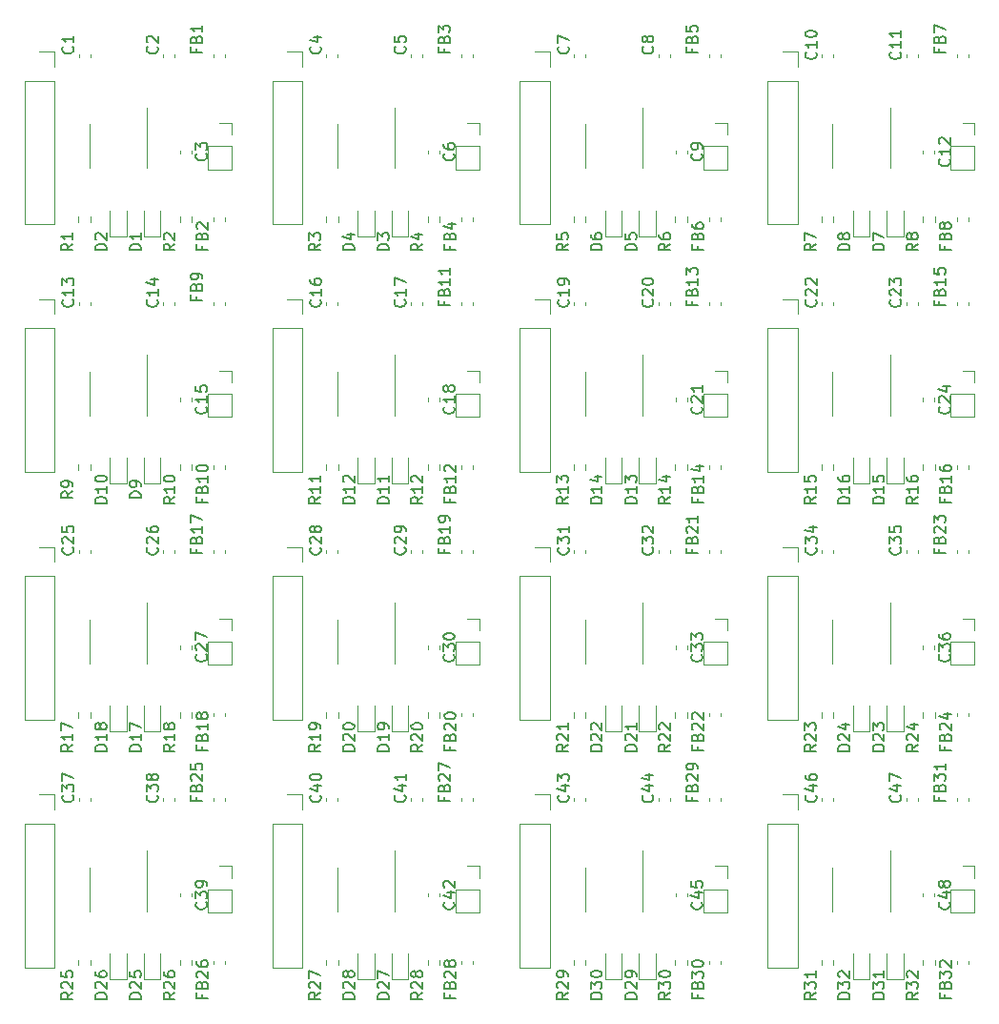
<source format=gto>
%TF.GenerationSoftware,KiCad,Pcbnew,7.0.9*%
%TF.CreationDate,2024-04-03T23:40:05+09:00*%
%TF.ProjectId,max31855_4_4,6d617833-3138-4353-955f-345f342e6b69,rev?*%
%TF.SameCoordinates,Original*%
%TF.FileFunction,Legend,Top*%
%TF.FilePolarity,Positive*%
%FSLAX46Y46*%
G04 Gerber Fmt 4.6, Leading zero omitted, Abs format (unit mm)*
G04 Created by KiCad (PCBNEW 7.0.9) date 2024-04-03 23:40:05*
%MOMM*%
%LPD*%
G01*
G04 APERTURE LIST*
%ADD10C,0.150000*%
%ADD11C,0.120000*%
G04 APERTURE END LIST*
D10*
X168929580Y-119142857D02*
X168977200Y-119190476D01*
X168977200Y-119190476D02*
X169024819Y-119333333D01*
X169024819Y-119333333D02*
X169024819Y-119428571D01*
X169024819Y-119428571D02*
X168977200Y-119571428D01*
X168977200Y-119571428D02*
X168881961Y-119666666D01*
X168881961Y-119666666D02*
X168786723Y-119714285D01*
X168786723Y-119714285D02*
X168596247Y-119761904D01*
X168596247Y-119761904D02*
X168453390Y-119761904D01*
X168453390Y-119761904D02*
X168262914Y-119714285D01*
X168262914Y-119714285D02*
X168167676Y-119666666D01*
X168167676Y-119666666D02*
X168072438Y-119571428D01*
X168072438Y-119571428D02*
X168024819Y-119428571D01*
X168024819Y-119428571D02*
X168024819Y-119333333D01*
X168024819Y-119333333D02*
X168072438Y-119190476D01*
X168072438Y-119190476D02*
X168120057Y-119142857D01*
X168358152Y-118285714D02*
X169024819Y-118285714D01*
X167977200Y-118523809D02*
X168691485Y-118761904D01*
X168691485Y-118761904D02*
X168691485Y-118142857D01*
X168024819Y-117857142D02*
X168024819Y-117190476D01*
X168024819Y-117190476D02*
X169024819Y-117619047D01*
X172931009Y-136809523D02*
X172931009Y-137142856D01*
X173454819Y-137142856D02*
X172454819Y-137142856D01*
X172454819Y-137142856D02*
X172454819Y-136666666D01*
X172931009Y-135952380D02*
X172978628Y-135809523D01*
X172978628Y-135809523D02*
X173026247Y-135761904D01*
X173026247Y-135761904D02*
X173121485Y-135714285D01*
X173121485Y-135714285D02*
X173264342Y-135714285D01*
X173264342Y-135714285D02*
X173359580Y-135761904D01*
X173359580Y-135761904D02*
X173407200Y-135809523D01*
X173407200Y-135809523D02*
X173454819Y-135904761D01*
X173454819Y-135904761D02*
X173454819Y-136285713D01*
X173454819Y-136285713D02*
X172454819Y-136285713D01*
X172454819Y-136285713D02*
X172454819Y-135952380D01*
X172454819Y-135952380D02*
X172502438Y-135857142D01*
X172502438Y-135857142D02*
X172550057Y-135809523D01*
X172550057Y-135809523D02*
X172645295Y-135761904D01*
X172645295Y-135761904D02*
X172740533Y-135761904D01*
X172740533Y-135761904D02*
X172835771Y-135809523D01*
X172835771Y-135809523D02*
X172883390Y-135857142D01*
X172883390Y-135857142D02*
X172931009Y-135952380D01*
X172931009Y-135952380D02*
X172931009Y-136285713D01*
X172454819Y-135380951D02*
X172454819Y-134761904D01*
X172454819Y-134761904D02*
X172835771Y-135095237D01*
X172835771Y-135095237D02*
X172835771Y-134952380D01*
X172835771Y-134952380D02*
X172883390Y-134857142D01*
X172883390Y-134857142D02*
X172931009Y-134809523D01*
X172931009Y-134809523D02*
X173026247Y-134761904D01*
X173026247Y-134761904D02*
X173264342Y-134761904D01*
X173264342Y-134761904D02*
X173359580Y-134809523D01*
X173359580Y-134809523D02*
X173407200Y-134857142D01*
X173407200Y-134857142D02*
X173454819Y-134952380D01*
X173454819Y-134952380D02*
X173454819Y-135238094D01*
X173454819Y-135238094D02*
X173407200Y-135333332D01*
X173407200Y-135333332D02*
X173359580Y-135380951D01*
X172550057Y-134380951D02*
X172502438Y-134333332D01*
X172502438Y-134333332D02*
X172454819Y-134238094D01*
X172454819Y-134238094D02*
X172454819Y-133999999D01*
X172454819Y-133999999D02*
X172502438Y-133904761D01*
X172502438Y-133904761D02*
X172550057Y-133857142D01*
X172550057Y-133857142D02*
X172645295Y-133809523D01*
X172645295Y-133809523D02*
X172740533Y-133809523D01*
X172740533Y-133809523D02*
X172883390Y-133857142D01*
X172883390Y-133857142D02*
X173454819Y-134428570D01*
X173454819Y-134428570D02*
X173454819Y-133809523D01*
X167524819Y-137214285D02*
X166524819Y-137214285D01*
X166524819Y-137214285D02*
X166524819Y-136976190D01*
X166524819Y-136976190D02*
X166572438Y-136833333D01*
X166572438Y-136833333D02*
X166667676Y-136738095D01*
X166667676Y-136738095D02*
X166762914Y-136690476D01*
X166762914Y-136690476D02*
X166953390Y-136642857D01*
X166953390Y-136642857D02*
X167096247Y-136642857D01*
X167096247Y-136642857D02*
X167286723Y-136690476D01*
X167286723Y-136690476D02*
X167381961Y-136738095D01*
X167381961Y-136738095D02*
X167477200Y-136833333D01*
X167477200Y-136833333D02*
X167524819Y-136976190D01*
X167524819Y-136976190D02*
X167524819Y-137214285D01*
X166524819Y-136309523D02*
X166524819Y-135690476D01*
X166524819Y-135690476D02*
X166905771Y-136023809D01*
X166905771Y-136023809D02*
X166905771Y-135880952D01*
X166905771Y-135880952D02*
X166953390Y-135785714D01*
X166953390Y-135785714D02*
X167001009Y-135738095D01*
X167001009Y-135738095D02*
X167096247Y-135690476D01*
X167096247Y-135690476D02*
X167334342Y-135690476D01*
X167334342Y-135690476D02*
X167429580Y-135738095D01*
X167429580Y-135738095D02*
X167477200Y-135785714D01*
X167477200Y-135785714D02*
X167524819Y-135880952D01*
X167524819Y-135880952D02*
X167524819Y-136166666D01*
X167524819Y-136166666D02*
X167477200Y-136261904D01*
X167477200Y-136261904D02*
X167429580Y-136309523D01*
X167524819Y-134738095D02*
X167524819Y-135309523D01*
X167524819Y-135023809D02*
X166524819Y-135023809D01*
X166524819Y-135023809D02*
X166667676Y-135119047D01*
X166667676Y-135119047D02*
X166762914Y-135214285D01*
X166762914Y-135214285D02*
X166810533Y-135309523D01*
X172431009Y-119309523D02*
X172431009Y-119642856D01*
X172954819Y-119642856D02*
X171954819Y-119642856D01*
X171954819Y-119642856D02*
X171954819Y-119166666D01*
X172431009Y-118452380D02*
X172478628Y-118309523D01*
X172478628Y-118309523D02*
X172526247Y-118261904D01*
X172526247Y-118261904D02*
X172621485Y-118214285D01*
X172621485Y-118214285D02*
X172764342Y-118214285D01*
X172764342Y-118214285D02*
X172859580Y-118261904D01*
X172859580Y-118261904D02*
X172907200Y-118309523D01*
X172907200Y-118309523D02*
X172954819Y-118404761D01*
X172954819Y-118404761D02*
X172954819Y-118785713D01*
X172954819Y-118785713D02*
X171954819Y-118785713D01*
X171954819Y-118785713D02*
X171954819Y-118452380D01*
X171954819Y-118452380D02*
X172002438Y-118357142D01*
X172002438Y-118357142D02*
X172050057Y-118309523D01*
X172050057Y-118309523D02*
X172145295Y-118261904D01*
X172145295Y-118261904D02*
X172240533Y-118261904D01*
X172240533Y-118261904D02*
X172335771Y-118309523D01*
X172335771Y-118309523D02*
X172383390Y-118357142D01*
X172383390Y-118357142D02*
X172431009Y-118452380D01*
X172431009Y-118452380D02*
X172431009Y-118785713D01*
X171954819Y-117880951D02*
X171954819Y-117261904D01*
X171954819Y-117261904D02*
X172335771Y-117595237D01*
X172335771Y-117595237D02*
X172335771Y-117452380D01*
X172335771Y-117452380D02*
X172383390Y-117357142D01*
X172383390Y-117357142D02*
X172431009Y-117309523D01*
X172431009Y-117309523D02*
X172526247Y-117261904D01*
X172526247Y-117261904D02*
X172764342Y-117261904D01*
X172764342Y-117261904D02*
X172859580Y-117309523D01*
X172859580Y-117309523D02*
X172907200Y-117357142D01*
X172907200Y-117357142D02*
X172954819Y-117452380D01*
X172954819Y-117452380D02*
X172954819Y-117738094D01*
X172954819Y-117738094D02*
X172907200Y-117833332D01*
X172907200Y-117833332D02*
X172859580Y-117880951D01*
X172954819Y-116309523D02*
X172954819Y-116880951D01*
X172954819Y-116595237D02*
X171954819Y-116595237D01*
X171954819Y-116595237D02*
X172097676Y-116690475D01*
X172097676Y-116690475D02*
X172192914Y-116785713D01*
X172192914Y-116785713D02*
X172240533Y-116880951D01*
X161454819Y-136642857D02*
X160978628Y-136976190D01*
X161454819Y-137214285D02*
X160454819Y-137214285D01*
X160454819Y-137214285D02*
X160454819Y-136833333D01*
X160454819Y-136833333D02*
X160502438Y-136738095D01*
X160502438Y-136738095D02*
X160550057Y-136690476D01*
X160550057Y-136690476D02*
X160645295Y-136642857D01*
X160645295Y-136642857D02*
X160788152Y-136642857D01*
X160788152Y-136642857D02*
X160883390Y-136690476D01*
X160883390Y-136690476D02*
X160931009Y-136738095D01*
X160931009Y-136738095D02*
X160978628Y-136833333D01*
X160978628Y-136833333D02*
X160978628Y-137214285D01*
X160454819Y-136309523D02*
X160454819Y-135690476D01*
X160454819Y-135690476D02*
X160835771Y-136023809D01*
X160835771Y-136023809D02*
X160835771Y-135880952D01*
X160835771Y-135880952D02*
X160883390Y-135785714D01*
X160883390Y-135785714D02*
X160931009Y-135738095D01*
X160931009Y-135738095D02*
X161026247Y-135690476D01*
X161026247Y-135690476D02*
X161264342Y-135690476D01*
X161264342Y-135690476D02*
X161359580Y-135738095D01*
X161359580Y-135738095D02*
X161407200Y-135785714D01*
X161407200Y-135785714D02*
X161454819Y-135880952D01*
X161454819Y-135880952D02*
X161454819Y-136166666D01*
X161454819Y-136166666D02*
X161407200Y-136261904D01*
X161407200Y-136261904D02*
X161359580Y-136309523D01*
X161454819Y-134738095D02*
X161454819Y-135309523D01*
X161454819Y-135023809D02*
X160454819Y-135023809D01*
X160454819Y-135023809D02*
X160597676Y-135119047D01*
X160597676Y-135119047D02*
X160692914Y-135214285D01*
X160692914Y-135214285D02*
X160740533Y-135309523D01*
X164454819Y-137214285D02*
X163454819Y-137214285D01*
X163454819Y-137214285D02*
X163454819Y-136976190D01*
X163454819Y-136976190D02*
X163502438Y-136833333D01*
X163502438Y-136833333D02*
X163597676Y-136738095D01*
X163597676Y-136738095D02*
X163692914Y-136690476D01*
X163692914Y-136690476D02*
X163883390Y-136642857D01*
X163883390Y-136642857D02*
X164026247Y-136642857D01*
X164026247Y-136642857D02*
X164216723Y-136690476D01*
X164216723Y-136690476D02*
X164311961Y-136738095D01*
X164311961Y-136738095D02*
X164407200Y-136833333D01*
X164407200Y-136833333D02*
X164454819Y-136976190D01*
X164454819Y-136976190D02*
X164454819Y-137214285D01*
X163454819Y-136309523D02*
X163454819Y-135690476D01*
X163454819Y-135690476D02*
X163835771Y-136023809D01*
X163835771Y-136023809D02*
X163835771Y-135880952D01*
X163835771Y-135880952D02*
X163883390Y-135785714D01*
X163883390Y-135785714D02*
X163931009Y-135738095D01*
X163931009Y-135738095D02*
X164026247Y-135690476D01*
X164026247Y-135690476D02*
X164264342Y-135690476D01*
X164264342Y-135690476D02*
X164359580Y-135738095D01*
X164359580Y-135738095D02*
X164407200Y-135785714D01*
X164407200Y-135785714D02*
X164454819Y-135880952D01*
X164454819Y-135880952D02*
X164454819Y-136166666D01*
X164454819Y-136166666D02*
X164407200Y-136261904D01*
X164407200Y-136261904D02*
X164359580Y-136309523D01*
X163550057Y-135309523D02*
X163502438Y-135261904D01*
X163502438Y-135261904D02*
X163454819Y-135166666D01*
X163454819Y-135166666D02*
X163454819Y-134928571D01*
X163454819Y-134928571D02*
X163502438Y-134833333D01*
X163502438Y-134833333D02*
X163550057Y-134785714D01*
X163550057Y-134785714D02*
X163645295Y-134738095D01*
X163645295Y-134738095D02*
X163740533Y-134738095D01*
X163740533Y-134738095D02*
X163883390Y-134785714D01*
X163883390Y-134785714D02*
X164454819Y-135357142D01*
X164454819Y-135357142D02*
X164454819Y-134738095D01*
X173289580Y-128642857D02*
X173337200Y-128690476D01*
X173337200Y-128690476D02*
X173384819Y-128833333D01*
X173384819Y-128833333D02*
X173384819Y-128928571D01*
X173384819Y-128928571D02*
X173337200Y-129071428D01*
X173337200Y-129071428D02*
X173241961Y-129166666D01*
X173241961Y-129166666D02*
X173146723Y-129214285D01*
X173146723Y-129214285D02*
X172956247Y-129261904D01*
X172956247Y-129261904D02*
X172813390Y-129261904D01*
X172813390Y-129261904D02*
X172622914Y-129214285D01*
X172622914Y-129214285D02*
X172527676Y-129166666D01*
X172527676Y-129166666D02*
X172432438Y-129071428D01*
X172432438Y-129071428D02*
X172384819Y-128928571D01*
X172384819Y-128928571D02*
X172384819Y-128833333D01*
X172384819Y-128833333D02*
X172432438Y-128690476D01*
X172432438Y-128690476D02*
X172480057Y-128642857D01*
X172718152Y-127785714D02*
X173384819Y-127785714D01*
X172337200Y-128023809D02*
X173051485Y-128261904D01*
X173051485Y-128261904D02*
X173051485Y-127642857D01*
X172813390Y-127119047D02*
X172765771Y-127214285D01*
X172765771Y-127214285D02*
X172718152Y-127261904D01*
X172718152Y-127261904D02*
X172622914Y-127309523D01*
X172622914Y-127309523D02*
X172575295Y-127309523D01*
X172575295Y-127309523D02*
X172480057Y-127261904D01*
X172480057Y-127261904D02*
X172432438Y-127214285D01*
X172432438Y-127214285D02*
X172384819Y-127119047D01*
X172384819Y-127119047D02*
X172384819Y-126928571D01*
X172384819Y-126928571D02*
X172432438Y-126833333D01*
X172432438Y-126833333D02*
X172480057Y-126785714D01*
X172480057Y-126785714D02*
X172575295Y-126738095D01*
X172575295Y-126738095D02*
X172622914Y-126738095D01*
X172622914Y-126738095D02*
X172718152Y-126785714D01*
X172718152Y-126785714D02*
X172765771Y-126833333D01*
X172765771Y-126833333D02*
X172813390Y-126928571D01*
X172813390Y-126928571D02*
X172813390Y-127119047D01*
X172813390Y-127119047D02*
X172861009Y-127214285D01*
X172861009Y-127214285D02*
X172908628Y-127261904D01*
X172908628Y-127261904D02*
X173003866Y-127309523D01*
X173003866Y-127309523D02*
X173194342Y-127309523D01*
X173194342Y-127309523D02*
X173289580Y-127261904D01*
X173289580Y-127261904D02*
X173337200Y-127214285D01*
X173337200Y-127214285D02*
X173384819Y-127119047D01*
X173384819Y-127119047D02*
X173384819Y-126928571D01*
X173384819Y-126928571D02*
X173337200Y-126833333D01*
X173337200Y-126833333D02*
X173289580Y-126785714D01*
X173289580Y-126785714D02*
X173194342Y-126738095D01*
X173194342Y-126738095D02*
X173003866Y-126738095D01*
X173003866Y-126738095D02*
X172908628Y-126785714D01*
X172908628Y-126785714D02*
X172861009Y-126833333D01*
X172861009Y-126833333D02*
X172813390Y-126928571D01*
X161429580Y-119142857D02*
X161477200Y-119190476D01*
X161477200Y-119190476D02*
X161524819Y-119333333D01*
X161524819Y-119333333D02*
X161524819Y-119428571D01*
X161524819Y-119428571D02*
X161477200Y-119571428D01*
X161477200Y-119571428D02*
X161381961Y-119666666D01*
X161381961Y-119666666D02*
X161286723Y-119714285D01*
X161286723Y-119714285D02*
X161096247Y-119761904D01*
X161096247Y-119761904D02*
X160953390Y-119761904D01*
X160953390Y-119761904D02*
X160762914Y-119714285D01*
X160762914Y-119714285D02*
X160667676Y-119666666D01*
X160667676Y-119666666D02*
X160572438Y-119571428D01*
X160572438Y-119571428D02*
X160524819Y-119428571D01*
X160524819Y-119428571D02*
X160524819Y-119333333D01*
X160524819Y-119333333D02*
X160572438Y-119190476D01*
X160572438Y-119190476D02*
X160620057Y-119142857D01*
X160858152Y-118285714D02*
X161524819Y-118285714D01*
X160477200Y-118523809D02*
X161191485Y-118761904D01*
X161191485Y-118761904D02*
X161191485Y-118142857D01*
X160524819Y-117333333D02*
X160524819Y-117523809D01*
X160524819Y-117523809D02*
X160572438Y-117619047D01*
X160572438Y-117619047D02*
X160620057Y-117666666D01*
X160620057Y-117666666D02*
X160762914Y-117761904D01*
X160762914Y-117761904D02*
X160953390Y-117809523D01*
X160953390Y-117809523D02*
X161334342Y-117809523D01*
X161334342Y-117809523D02*
X161429580Y-117761904D01*
X161429580Y-117761904D02*
X161477200Y-117714285D01*
X161477200Y-117714285D02*
X161524819Y-117619047D01*
X161524819Y-117619047D02*
X161524819Y-117428571D01*
X161524819Y-117428571D02*
X161477200Y-117333333D01*
X161477200Y-117333333D02*
X161429580Y-117285714D01*
X161429580Y-117285714D02*
X161334342Y-117238095D01*
X161334342Y-117238095D02*
X161096247Y-117238095D01*
X161096247Y-117238095D02*
X161001009Y-117285714D01*
X161001009Y-117285714D02*
X160953390Y-117333333D01*
X160953390Y-117333333D02*
X160905771Y-117428571D01*
X160905771Y-117428571D02*
X160905771Y-117619047D01*
X160905771Y-117619047D02*
X160953390Y-117714285D01*
X160953390Y-117714285D02*
X161001009Y-117761904D01*
X161001009Y-117761904D02*
X161096247Y-117809523D01*
X170524819Y-136642857D02*
X170048628Y-136976190D01*
X170524819Y-137214285D02*
X169524819Y-137214285D01*
X169524819Y-137214285D02*
X169524819Y-136833333D01*
X169524819Y-136833333D02*
X169572438Y-136738095D01*
X169572438Y-136738095D02*
X169620057Y-136690476D01*
X169620057Y-136690476D02*
X169715295Y-136642857D01*
X169715295Y-136642857D02*
X169858152Y-136642857D01*
X169858152Y-136642857D02*
X169953390Y-136690476D01*
X169953390Y-136690476D02*
X170001009Y-136738095D01*
X170001009Y-136738095D02*
X170048628Y-136833333D01*
X170048628Y-136833333D02*
X170048628Y-137214285D01*
X169524819Y-136309523D02*
X169524819Y-135690476D01*
X169524819Y-135690476D02*
X169905771Y-136023809D01*
X169905771Y-136023809D02*
X169905771Y-135880952D01*
X169905771Y-135880952D02*
X169953390Y-135785714D01*
X169953390Y-135785714D02*
X170001009Y-135738095D01*
X170001009Y-135738095D02*
X170096247Y-135690476D01*
X170096247Y-135690476D02*
X170334342Y-135690476D01*
X170334342Y-135690476D02*
X170429580Y-135738095D01*
X170429580Y-135738095D02*
X170477200Y-135785714D01*
X170477200Y-135785714D02*
X170524819Y-135880952D01*
X170524819Y-135880952D02*
X170524819Y-136166666D01*
X170524819Y-136166666D02*
X170477200Y-136261904D01*
X170477200Y-136261904D02*
X170429580Y-136309523D01*
X169620057Y-135309523D02*
X169572438Y-135261904D01*
X169572438Y-135261904D02*
X169524819Y-135166666D01*
X169524819Y-135166666D02*
X169524819Y-134928571D01*
X169524819Y-134928571D02*
X169572438Y-134833333D01*
X169572438Y-134833333D02*
X169620057Y-134785714D01*
X169620057Y-134785714D02*
X169715295Y-134738095D01*
X169715295Y-134738095D02*
X169810533Y-134738095D01*
X169810533Y-134738095D02*
X169953390Y-134785714D01*
X169953390Y-134785714D02*
X170524819Y-135357142D01*
X170524819Y-135357142D02*
X170524819Y-134738095D01*
X146929580Y-119142857D02*
X146977200Y-119190476D01*
X146977200Y-119190476D02*
X147024819Y-119333333D01*
X147024819Y-119333333D02*
X147024819Y-119428571D01*
X147024819Y-119428571D02*
X146977200Y-119571428D01*
X146977200Y-119571428D02*
X146881961Y-119666666D01*
X146881961Y-119666666D02*
X146786723Y-119714285D01*
X146786723Y-119714285D02*
X146596247Y-119761904D01*
X146596247Y-119761904D02*
X146453390Y-119761904D01*
X146453390Y-119761904D02*
X146262914Y-119714285D01*
X146262914Y-119714285D02*
X146167676Y-119666666D01*
X146167676Y-119666666D02*
X146072438Y-119571428D01*
X146072438Y-119571428D02*
X146024819Y-119428571D01*
X146024819Y-119428571D02*
X146024819Y-119333333D01*
X146024819Y-119333333D02*
X146072438Y-119190476D01*
X146072438Y-119190476D02*
X146120057Y-119142857D01*
X146358152Y-118285714D02*
X147024819Y-118285714D01*
X145977200Y-118523809D02*
X146691485Y-118761904D01*
X146691485Y-118761904D02*
X146691485Y-118142857D01*
X146358152Y-117333333D02*
X147024819Y-117333333D01*
X145977200Y-117571428D02*
X146691485Y-117809523D01*
X146691485Y-117809523D02*
X146691485Y-117190476D01*
X150931009Y-136809523D02*
X150931009Y-137142856D01*
X151454819Y-137142856D02*
X150454819Y-137142856D01*
X150454819Y-137142856D02*
X150454819Y-136666666D01*
X150931009Y-135952380D02*
X150978628Y-135809523D01*
X150978628Y-135809523D02*
X151026247Y-135761904D01*
X151026247Y-135761904D02*
X151121485Y-135714285D01*
X151121485Y-135714285D02*
X151264342Y-135714285D01*
X151264342Y-135714285D02*
X151359580Y-135761904D01*
X151359580Y-135761904D02*
X151407200Y-135809523D01*
X151407200Y-135809523D02*
X151454819Y-135904761D01*
X151454819Y-135904761D02*
X151454819Y-136285713D01*
X151454819Y-136285713D02*
X150454819Y-136285713D01*
X150454819Y-136285713D02*
X150454819Y-135952380D01*
X150454819Y-135952380D02*
X150502438Y-135857142D01*
X150502438Y-135857142D02*
X150550057Y-135809523D01*
X150550057Y-135809523D02*
X150645295Y-135761904D01*
X150645295Y-135761904D02*
X150740533Y-135761904D01*
X150740533Y-135761904D02*
X150835771Y-135809523D01*
X150835771Y-135809523D02*
X150883390Y-135857142D01*
X150883390Y-135857142D02*
X150931009Y-135952380D01*
X150931009Y-135952380D02*
X150931009Y-136285713D01*
X150454819Y-135380951D02*
X150454819Y-134761904D01*
X150454819Y-134761904D02*
X150835771Y-135095237D01*
X150835771Y-135095237D02*
X150835771Y-134952380D01*
X150835771Y-134952380D02*
X150883390Y-134857142D01*
X150883390Y-134857142D02*
X150931009Y-134809523D01*
X150931009Y-134809523D02*
X151026247Y-134761904D01*
X151026247Y-134761904D02*
X151264342Y-134761904D01*
X151264342Y-134761904D02*
X151359580Y-134809523D01*
X151359580Y-134809523D02*
X151407200Y-134857142D01*
X151407200Y-134857142D02*
X151454819Y-134952380D01*
X151454819Y-134952380D02*
X151454819Y-135238094D01*
X151454819Y-135238094D02*
X151407200Y-135333332D01*
X151407200Y-135333332D02*
X151359580Y-135380951D01*
X150454819Y-134142856D02*
X150454819Y-134047618D01*
X150454819Y-134047618D02*
X150502438Y-133952380D01*
X150502438Y-133952380D02*
X150550057Y-133904761D01*
X150550057Y-133904761D02*
X150645295Y-133857142D01*
X150645295Y-133857142D02*
X150835771Y-133809523D01*
X150835771Y-133809523D02*
X151073866Y-133809523D01*
X151073866Y-133809523D02*
X151264342Y-133857142D01*
X151264342Y-133857142D02*
X151359580Y-133904761D01*
X151359580Y-133904761D02*
X151407200Y-133952380D01*
X151407200Y-133952380D02*
X151454819Y-134047618D01*
X151454819Y-134047618D02*
X151454819Y-134142856D01*
X151454819Y-134142856D02*
X151407200Y-134238094D01*
X151407200Y-134238094D02*
X151359580Y-134285713D01*
X151359580Y-134285713D02*
X151264342Y-134333332D01*
X151264342Y-134333332D02*
X151073866Y-134380951D01*
X151073866Y-134380951D02*
X150835771Y-134380951D01*
X150835771Y-134380951D02*
X150645295Y-134333332D01*
X150645295Y-134333332D02*
X150550057Y-134285713D01*
X150550057Y-134285713D02*
X150502438Y-134238094D01*
X150502438Y-134238094D02*
X150454819Y-134142856D01*
X145524819Y-137214285D02*
X144524819Y-137214285D01*
X144524819Y-137214285D02*
X144524819Y-136976190D01*
X144524819Y-136976190D02*
X144572438Y-136833333D01*
X144572438Y-136833333D02*
X144667676Y-136738095D01*
X144667676Y-136738095D02*
X144762914Y-136690476D01*
X144762914Y-136690476D02*
X144953390Y-136642857D01*
X144953390Y-136642857D02*
X145096247Y-136642857D01*
X145096247Y-136642857D02*
X145286723Y-136690476D01*
X145286723Y-136690476D02*
X145381961Y-136738095D01*
X145381961Y-136738095D02*
X145477200Y-136833333D01*
X145477200Y-136833333D02*
X145524819Y-136976190D01*
X145524819Y-136976190D02*
X145524819Y-137214285D01*
X144620057Y-136261904D02*
X144572438Y-136214285D01*
X144572438Y-136214285D02*
X144524819Y-136119047D01*
X144524819Y-136119047D02*
X144524819Y-135880952D01*
X144524819Y-135880952D02*
X144572438Y-135785714D01*
X144572438Y-135785714D02*
X144620057Y-135738095D01*
X144620057Y-135738095D02*
X144715295Y-135690476D01*
X144715295Y-135690476D02*
X144810533Y-135690476D01*
X144810533Y-135690476D02*
X144953390Y-135738095D01*
X144953390Y-135738095D02*
X145524819Y-136309523D01*
X145524819Y-136309523D02*
X145524819Y-135690476D01*
X145524819Y-135214285D02*
X145524819Y-135023809D01*
X145524819Y-135023809D02*
X145477200Y-134928571D01*
X145477200Y-134928571D02*
X145429580Y-134880952D01*
X145429580Y-134880952D02*
X145286723Y-134785714D01*
X145286723Y-134785714D02*
X145096247Y-134738095D01*
X145096247Y-134738095D02*
X144715295Y-134738095D01*
X144715295Y-134738095D02*
X144620057Y-134785714D01*
X144620057Y-134785714D02*
X144572438Y-134833333D01*
X144572438Y-134833333D02*
X144524819Y-134928571D01*
X144524819Y-134928571D02*
X144524819Y-135119047D01*
X144524819Y-135119047D02*
X144572438Y-135214285D01*
X144572438Y-135214285D02*
X144620057Y-135261904D01*
X144620057Y-135261904D02*
X144715295Y-135309523D01*
X144715295Y-135309523D02*
X144953390Y-135309523D01*
X144953390Y-135309523D02*
X145048628Y-135261904D01*
X145048628Y-135261904D02*
X145096247Y-135214285D01*
X145096247Y-135214285D02*
X145143866Y-135119047D01*
X145143866Y-135119047D02*
X145143866Y-134928571D01*
X145143866Y-134928571D02*
X145096247Y-134833333D01*
X145096247Y-134833333D02*
X145048628Y-134785714D01*
X145048628Y-134785714D02*
X144953390Y-134738095D01*
X150431009Y-119309523D02*
X150431009Y-119642856D01*
X150954819Y-119642856D02*
X149954819Y-119642856D01*
X149954819Y-119642856D02*
X149954819Y-119166666D01*
X150431009Y-118452380D02*
X150478628Y-118309523D01*
X150478628Y-118309523D02*
X150526247Y-118261904D01*
X150526247Y-118261904D02*
X150621485Y-118214285D01*
X150621485Y-118214285D02*
X150764342Y-118214285D01*
X150764342Y-118214285D02*
X150859580Y-118261904D01*
X150859580Y-118261904D02*
X150907200Y-118309523D01*
X150907200Y-118309523D02*
X150954819Y-118404761D01*
X150954819Y-118404761D02*
X150954819Y-118785713D01*
X150954819Y-118785713D02*
X149954819Y-118785713D01*
X149954819Y-118785713D02*
X149954819Y-118452380D01*
X149954819Y-118452380D02*
X150002438Y-118357142D01*
X150002438Y-118357142D02*
X150050057Y-118309523D01*
X150050057Y-118309523D02*
X150145295Y-118261904D01*
X150145295Y-118261904D02*
X150240533Y-118261904D01*
X150240533Y-118261904D02*
X150335771Y-118309523D01*
X150335771Y-118309523D02*
X150383390Y-118357142D01*
X150383390Y-118357142D02*
X150431009Y-118452380D01*
X150431009Y-118452380D02*
X150431009Y-118785713D01*
X150050057Y-117833332D02*
X150002438Y-117785713D01*
X150002438Y-117785713D02*
X149954819Y-117690475D01*
X149954819Y-117690475D02*
X149954819Y-117452380D01*
X149954819Y-117452380D02*
X150002438Y-117357142D01*
X150002438Y-117357142D02*
X150050057Y-117309523D01*
X150050057Y-117309523D02*
X150145295Y-117261904D01*
X150145295Y-117261904D02*
X150240533Y-117261904D01*
X150240533Y-117261904D02*
X150383390Y-117309523D01*
X150383390Y-117309523D02*
X150954819Y-117880951D01*
X150954819Y-117880951D02*
X150954819Y-117261904D01*
X150954819Y-116785713D02*
X150954819Y-116595237D01*
X150954819Y-116595237D02*
X150907200Y-116499999D01*
X150907200Y-116499999D02*
X150859580Y-116452380D01*
X150859580Y-116452380D02*
X150716723Y-116357142D01*
X150716723Y-116357142D02*
X150526247Y-116309523D01*
X150526247Y-116309523D02*
X150145295Y-116309523D01*
X150145295Y-116309523D02*
X150050057Y-116357142D01*
X150050057Y-116357142D02*
X150002438Y-116404761D01*
X150002438Y-116404761D02*
X149954819Y-116499999D01*
X149954819Y-116499999D02*
X149954819Y-116690475D01*
X149954819Y-116690475D02*
X150002438Y-116785713D01*
X150002438Y-116785713D02*
X150050057Y-116833332D01*
X150050057Y-116833332D02*
X150145295Y-116880951D01*
X150145295Y-116880951D02*
X150383390Y-116880951D01*
X150383390Y-116880951D02*
X150478628Y-116833332D01*
X150478628Y-116833332D02*
X150526247Y-116785713D01*
X150526247Y-116785713D02*
X150573866Y-116690475D01*
X150573866Y-116690475D02*
X150573866Y-116499999D01*
X150573866Y-116499999D02*
X150526247Y-116404761D01*
X150526247Y-116404761D02*
X150478628Y-116357142D01*
X150478628Y-116357142D02*
X150383390Y-116309523D01*
X139454819Y-136642857D02*
X138978628Y-136976190D01*
X139454819Y-137214285D02*
X138454819Y-137214285D01*
X138454819Y-137214285D02*
X138454819Y-136833333D01*
X138454819Y-136833333D02*
X138502438Y-136738095D01*
X138502438Y-136738095D02*
X138550057Y-136690476D01*
X138550057Y-136690476D02*
X138645295Y-136642857D01*
X138645295Y-136642857D02*
X138788152Y-136642857D01*
X138788152Y-136642857D02*
X138883390Y-136690476D01*
X138883390Y-136690476D02*
X138931009Y-136738095D01*
X138931009Y-136738095D02*
X138978628Y-136833333D01*
X138978628Y-136833333D02*
X138978628Y-137214285D01*
X138550057Y-136261904D02*
X138502438Y-136214285D01*
X138502438Y-136214285D02*
X138454819Y-136119047D01*
X138454819Y-136119047D02*
X138454819Y-135880952D01*
X138454819Y-135880952D02*
X138502438Y-135785714D01*
X138502438Y-135785714D02*
X138550057Y-135738095D01*
X138550057Y-135738095D02*
X138645295Y-135690476D01*
X138645295Y-135690476D02*
X138740533Y-135690476D01*
X138740533Y-135690476D02*
X138883390Y-135738095D01*
X138883390Y-135738095D02*
X139454819Y-136309523D01*
X139454819Y-136309523D02*
X139454819Y-135690476D01*
X139454819Y-135214285D02*
X139454819Y-135023809D01*
X139454819Y-135023809D02*
X139407200Y-134928571D01*
X139407200Y-134928571D02*
X139359580Y-134880952D01*
X139359580Y-134880952D02*
X139216723Y-134785714D01*
X139216723Y-134785714D02*
X139026247Y-134738095D01*
X139026247Y-134738095D02*
X138645295Y-134738095D01*
X138645295Y-134738095D02*
X138550057Y-134785714D01*
X138550057Y-134785714D02*
X138502438Y-134833333D01*
X138502438Y-134833333D02*
X138454819Y-134928571D01*
X138454819Y-134928571D02*
X138454819Y-135119047D01*
X138454819Y-135119047D02*
X138502438Y-135214285D01*
X138502438Y-135214285D02*
X138550057Y-135261904D01*
X138550057Y-135261904D02*
X138645295Y-135309523D01*
X138645295Y-135309523D02*
X138883390Y-135309523D01*
X138883390Y-135309523D02*
X138978628Y-135261904D01*
X138978628Y-135261904D02*
X139026247Y-135214285D01*
X139026247Y-135214285D02*
X139073866Y-135119047D01*
X139073866Y-135119047D02*
X139073866Y-134928571D01*
X139073866Y-134928571D02*
X139026247Y-134833333D01*
X139026247Y-134833333D02*
X138978628Y-134785714D01*
X138978628Y-134785714D02*
X138883390Y-134738095D01*
X142454819Y-137214285D02*
X141454819Y-137214285D01*
X141454819Y-137214285D02*
X141454819Y-136976190D01*
X141454819Y-136976190D02*
X141502438Y-136833333D01*
X141502438Y-136833333D02*
X141597676Y-136738095D01*
X141597676Y-136738095D02*
X141692914Y-136690476D01*
X141692914Y-136690476D02*
X141883390Y-136642857D01*
X141883390Y-136642857D02*
X142026247Y-136642857D01*
X142026247Y-136642857D02*
X142216723Y-136690476D01*
X142216723Y-136690476D02*
X142311961Y-136738095D01*
X142311961Y-136738095D02*
X142407200Y-136833333D01*
X142407200Y-136833333D02*
X142454819Y-136976190D01*
X142454819Y-136976190D02*
X142454819Y-137214285D01*
X141454819Y-136309523D02*
X141454819Y-135690476D01*
X141454819Y-135690476D02*
X141835771Y-136023809D01*
X141835771Y-136023809D02*
X141835771Y-135880952D01*
X141835771Y-135880952D02*
X141883390Y-135785714D01*
X141883390Y-135785714D02*
X141931009Y-135738095D01*
X141931009Y-135738095D02*
X142026247Y-135690476D01*
X142026247Y-135690476D02*
X142264342Y-135690476D01*
X142264342Y-135690476D02*
X142359580Y-135738095D01*
X142359580Y-135738095D02*
X142407200Y-135785714D01*
X142407200Y-135785714D02*
X142454819Y-135880952D01*
X142454819Y-135880952D02*
X142454819Y-136166666D01*
X142454819Y-136166666D02*
X142407200Y-136261904D01*
X142407200Y-136261904D02*
X142359580Y-136309523D01*
X141454819Y-135071428D02*
X141454819Y-134976190D01*
X141454819Y-134976190D02*
X141502438Y-134880952D01*
X141502438Y-134880952D02*
X141550057Y-134833333D01*
X141550057Y-134833333D02*
X141645295Y-134785714D01*
X141645295Y-134785714D02*
X141835771Y-134738095D01*
X141835771Y-134738095D02*
X142073866Y-134738095D01*
X142073866Y-134738095D02*
X142264342Y-134785714D01*
X142264342Y-134785714D02*
X142359580Y-134833333D01*
X142359580Y-134833333D02*
X142407200Y-134880952D01*
X142407200Y-134880952D02*
X142454819Y-134976190D01*
X142454819Y-134976190D02*
X142454819Y-135071428D01*
X142454819Y-135071428D02*
X142407200Y-135166666D01*
X142407200Y-135166666D02*
X142359580Y-135214285D01*
X142359580Y-135214285D02*
X142264342Y-135261904D01*
X142264342Y-135261904D02*
X142073866Y-135309523D01*
X142073866Y-135309523D02*
X141835771Y-135309523D01*
X141835771Y-135309523D02*
X141645295Y-135261904D01*
X141645295Y-135261904D02*
X141550057Y-135214285D01*
X141550057Y-135214285D02*
X141502438Y-135166666D01*
X141502438Y-135166666D02*
X141454819Y-135071428D01*
X151289580Y-128642857D02*
X151337200Y-128690476D01*
X151337200Y-128690476D02*
X151384819Y-128833333D01*
X151384819Y-128833333D02*
X151384819Y-128928571D01*
X151384819Y-128928571D02*
X151337200Y-129071428D01*
X151337200Y-129071428D02*
X151241961Y-129166666D01*
X151241961Y-129166666D02*
X151146723Y-129214285D01*
X151146723Y-129214285D02*
X150956247Y-129261904D01*
X150956247Y-129261904D02*
X150813390Y-129261904D01*
X150813390Y-129261904D02*
X150622914Y-129214285D01*
X150622914Y-129214285D02*
X150527676Y-129166666D01*
X150527676Y-129166666D02*
X150432438Y-129071428D01*
X150432438Y-129071428D02*
X150384819Y-128928571D01*
X150384819Y-128928571D02*
X150384819Y-128833333D01*
X150384819Y-128833333D02*
X150432438Y-128690476D01*
X150432438Y-128690476D02*
X150480057Y-128642857D01*
X150718152Y-127785714D02*
X151384819Y-127785714D01*
X150337200Y-128023809D02*
X151051485Y-128261904D01*
X151051485Y-128261904D02*
X151051485Y-127642857D01*
X150384819Y-126785714D02*
X150384819Y-127261904D01*
X150384819Y-127261904D02*
X150861009Y-127309523D01*
X150861009Y-127309523D02*
X150813390Y-127261904D01*
X150813390Y-127261904D02*
X150765771Y-127166666D01*
X150765771Y-127166666D02*
X150765771Y-126928571D01*
X150765771Y-126928571D02*
X150813390Y-126833333D01*
X150813390Y-126833333D02*
X150861009Y-126785714D01*
X150861009Y-126785714D02*
X150956247Y-126738095D01*
X150956247Y-126738095D02*
X151194342Y-126738095D01*
X151194342Y-126738095D02*
X151289580Y-126785714D01*
X151289580Y-126785714D02*
X151337200Y-126833333D01*
X151337200Y-126833333D02*
X151384819Y-126928571D01*
X151384819Y-126928571D02*
X151384819Y-127166666D01*
X151384819Y-127166666D02*
X151337200Y-127261904D01*
X151337200Y-127261904D02*
X151289580Y-127309523D01*
X139429580Y-119142857D02*
X139477200Y-119190476D01*
X139477200Y-119190476D02*
X139524819Y-119333333D01*
X139524819Y-119333333D02*
X139524819Y-119428571D01*
X139524819Y-119428571D02*
X139477200Y-119571428D01*
X139477200Y-119571428D02*
X139381961Y-119666666D01*
X139381961Y-119666666D02*
X139286723Y-119714285D01*
X139286723Y-119714285D02*
X139096247Y-119761904D01*
X139096247Y-119761904D02*
X138953390Y-119761904D01*
X138953390Y-119761904D02*
X138762914Y-119714285D01*
X138762914Y-119714285D02*
X138667676Y-119666666D01*
X138667676Y-119666666D02*
X138572438Y-119571428D01*
X138572438Y-119571428D02*
X138524819Y-119428571D01*
X138524819Y-119428571D02*
X138524819Y-119333333D01*
X138524819Y-119333333D02*
X138572438Y-119190476D01*
X138572438Y-119190476D02*
X138620057Y-119142857D01*
X138858152Y-118285714D02*
X139524819Y-118285714D01*
X138477200Y-118523809D02*
X139191485Y-118761904D01*
X139191485Y-118761904D02*
X139191485Y-118142857D01*
X138524819Y-117857142D02*
X138524819Y-117238095D01*
X138524819Y-117238095D02*
X138905771Y-117571428D01*
X138905771Y-117571428D02*
X138905771Y-117428571D01*
X138905771Y-117428571D02*
X138953390Y-117333333D01*
X138953390Y-117333333D02*
X139001009Y-117285714D01*
X139001009Y-117285714D02*
X139096247Y-117238095D01*
X139096247Y-117238095D02*
X139334342Y-117238095D01*
X139334342Y-117238095D02*
X139429580Y-117285714D01*
X139429580Y-117285714D02*
X139477200Y-117333333D01*
X139477200Y-117333333D02*
X139524819Y-117428571D01*
X139524819Y-117428571D02*
X139524819Y-117714285D01*
X139524819Y-117714285D02*
X139477200Y-117809523D01*
X139477200Y-117809523D02*
X139429580Y-117857142D01*
X148524819Y-136642857D02*
X148048628Y-136976190D01*
X148524819Y-137214285D02*
X147524819Y-137214285D01*
X147524819Y-137214285D02*
X147524819Y-136833333D01*
X147524819Y-136833333D02*
X147572438Y-136738095D01*
X147572438Y-136738095D02*
X147620057Y-136690476D01*
X147620057Y-136690476D02*
X147715295Y-136642857D01*
X147715295Y-136642857D02*
X147858152Y-136642857D01*
X147858152Y-136642857D02*
X147953390Y-136690476D01*
X147953390Y-136690476D02*
X148001009Y-136738095D01*
X148001009Y-136738095D02*
X148048628Y-136833333D01*
X148048628Y-136833333D02*
X148048628Y-137214285D01*
X147524819Y-136309523D02*
X147524819Y-135690476D01*
X147524819Y-135690476D02*
X147905771Y-136023809D01*
X147905771Y-136023809D02*
X147905771Y-135880952D01*
X147905771Y-135880952D02*
X147953390Y-135785714D01*
X147953390Y-135785714D02*
X148001009Y-135738095D01*
X148001009Y-135738095D02*
X148096247Y-135690476D01*
X148096247Y-135690476D02*
X148334342Y-135690476D01*
X148334342Y-135690476D02*
X148429580Y-135738095D01*
X148429580Y-135738095D02*
X148477200Y-135785714D01*
X148477200Y-135785714D02*
X148524819Y-135880952D01*
X148524819Y-135880952D02*
X148524819Y-136166666D01*
X148524819Y-136166666D02*
X148477200Y-136261904D01*
X148477200Y-136261904D02*
X148429580Y-136309523D01*
X147524819Y-135071428D02*
X147524819Y-134976190D01*
X147524819Y-134976190D02*
X147572438Y-134880952D01*
X147572438Y-134880952D02*
X147620057Y-134833333D01*
X147620057Y-134833333D02*
X147715295Y-134785714D01*
X147715295Y-134785714D02*
X147905771Y-134738095D01*
X147905771Y-134738095D02*
X148143866Y-134738095D01*
X148143866Y-134738095D02*
X148334342Y-134785714D01*
X148334342Y-134785714D02*
X148429580Y-134833333D01*
X148429580Y-134833333D02*
X148477200Y-134880952D01*
X148477200Y-134880952D02*
X148524819Y-134976190D01*
X148524819Y-134976190D02*
X148524819Y-135071428D01*
X148524819Y-135071428D02*
X148477200Y-135166666D01*
X148477200Y-135166666D02*
X148429580Y-135214285D01*
X148429580Y-135214285D02*
X148334342Y-135261904D01*
X148334342Y-135261904D02*
X148143866Y-135309523D01*
X148143866Y-135309523D02*
X147905771Y-135309523D01*
X147905771Y-135309523D02*
X147715295Y-135261904D01*
X147715295Y-135261904D02*
X147620057Y-135214285D01*
X147620057Y-135214285D02*
X147572438Y-135166666D01*
X147572438Y-135166666D02*
X147524819Y-135071428D01*
X124929580Y-119142857D02*
X124977200Y-119190476D01*
X124977200Y-119190476D02*
X125024819Y-119333333D01*
X125024819Y-119333333D02*
X125024819Y-119428571D01*
X125024819Y-119428571D02*
X124977200Y-119571428D01*
X124977200Y-119571428D02*
X124881961Y-119666666D01*
X124881961Y-119666666D02*
X124786723Y-119714285D01*
X124786723Y-119714285D02*
X124596247Y-119761904D01*
X124596247Y-119761904D02*
X124453390Y-119761904D01*
X124453390Y-119761904D02*
X124262914Y-119714285D01*
X124262914Y-119714285D02*
X124167676Y-119666666D01*
X124167676Y-119666666D02*
X124072438Y-119571428D01*
X124072438Y-119571428D02*
X124024819Y-119428571D01*
X124024819Y-119428571D02*
X124024819Y-119333333D01*
X124024819Y-119333333D02*
X124072438Y-119190476D01*
X124072438Y-119190476D02*
X124120057Y-119142857D01*
X124358152Y-118285714D02*
X125024819Y-118285714D01*
X123977200Y-118523809D02*
X124691485Y-118761904D01*
X124691485Y-118761904D02*
X124691485Y-118142857D01*
X125024819Y-117238095D02*
X125024819Y-117809523D01*
X125024819Y-117523809D02*
X124024819Y-117523809D01*
X124024819Y-117523809D02*
X124167676Y-117619047D01*
X124167676Y-117619047D02*
X124262914Y-117714285D01*
X124262914Y-117714285D02*
X124310533Y-117809523D01*
X128931009Y-136809523D02*
X128931009Y-137142856D01*
X129454819Y-137142856D02*
X128454819Y-137142856D01*
X128454819Y-137142856D02*
X128454819Y-136666666D01*
X128931009Y-135952380D02*
X128978628Y-135809523D01*
X128978628Y-135809523D02*
X129026247Y-135761904D01*
X129026247Y-135761904D02*
X129121485Y-135714285D01*
X129121485Y-135714285D02*
X129264342Y-135714285D01*
X129264342Y-135714285D02*
X129359580Y-135761904D01*
X129359580Y-135761904D02*
X129407200Y-135809523D01*
X129407200Y-135809523D02*
X129454819Y-135904761D01*
X129454819Y-135904761D02*
X129454819Y-136285713D01*
X129454819Y-136285713D02*
X128454819Y-136285713D01*
X128454819Y-136285713D02*
X128454819Y-135952380D01*
X128454819Y-135952380D02*
X128502438Y-135857142D01*
X128502438Y-135857142D02*
X128550057Y-135809523D01*
X128550057Y-135809523D02*
X128645295Y-135761904D01*
X128645295Y-135761904D02*
X128740533Y-135761904D01*
X128740533Y-135761904D02*
X128835771Y-135809523D01*
X128835771Y-135809523D02*
X128883390Y-135857142D01*
X128883390Y-135857142D02*
X128931009Y-135952380D01*
X128931009Y-135952380D02*
X128931009Y-136285713D01*
X128550057Y-135333332D02*
X128502438Y-135285713D01*
X128502438Y-135285713D02*
X128454819Y-135190475D01*
X128454819Y-135190475D02*
X128454819Y-134952380D01*
X128454819Y-134952380D02*
X128502438Y-134857142D01*
X128502438Y-134857142D02*
X128550057Y-134809523D01*
X128550057Y-134809523D02*
X128645295Y-134761904D01*
X128645295Y-134761904D02*
X128740533Y-134761904D01*
X128740533Y-134761904D02*
X128883390Y-134809523D01*
X128883390Y-134809523D02*
X129454819Y-135380951D01*
X129454819Y-135380951D02*
X129454819Y-134761904D01*
X128883390Y-134190475D02*
X128835771Y-134285713D01*
X128835771Y-134285713D02*
X128788152Y-134333332D01*
X128788152Y-134333332D02*
X128692914Y-134380951D01*
X128692914Y-134380951D02*
X128645295Y-134380951D01*
X128645295Y-134380951D02*
X128550057Y-134333332D01*
X128550057Y-134333332D02*
X128502438Y-134285713D01*
X128502438Y-134285713D02*
X128454819Y-134190475D01*
X128454819Y-134190475D02*
X128454819Y-133999999D01*
X128454819Y-133999999D02*
X128502438Y-133904761D01*
X128502438Y-133904761D02*
X128550057Y-133857142D01*
X128550057Y-133857142D02*
X128645295Y-133809523D01*
X128645295Y-133809523D02*
X128692914Y-133809523D01*
X128692914Y-133809523D02*
X128788152Y-133857142D01*
X128788152Y-133857142D02*
X128835771Y-133904761D01*
X128835771Y-133904761D02*
X128883390Y-133999999D01*
X128883390Y-133999999D02*
X128883390Y-134190475D01*
X128883390Y-134190475D02*
X128931009Y-134285713D01*
X128931009Y-134285713D02*
X128978628Y-134333332D01*
X128978628Y-134333332D02*
X129073866Y-134380951D01*
X129073866Y-134380951D02*
X129264342Y-134380951D01*
X129264342Y-134380951D02*
X129359580Y-134333332D01*
X129359580Y-134333332D02*
X129407200Y-134285713D01*
X129407200Y-134285713D02*
X129454819Y-134190475D01*
X129454819Y-134190475D02*
X129454819Y-133999999D01*
X129454819Y-133999999D02*
X129407200Y-133904761D01*
X129407200Y-133904761D02*
X129359580Y-133857142D01*
X129359580Y-133857142D02*
X129264342Y-133809523D01*
X129264342Y-133809523D02*
X129073866Y-133809523D01*
X129073866Y-133809523D02*
X128978628Y-133857142D01*
X128978628Y-133857142D02*
X128931009Y-133904761D01*
X128931009Y-133904761D02*
X128883390Y-133999999D01*
X123524819Y-137214285D02*
X122524819Y-137214285D01*
X122524819Y-137214285D02*
X122524819Y-136976190D01*
X122524819Y-136976190D02*
X122572438Y-136833333D01*
X122572438Y-136833333D02*
X122667676Y-136738095D01*
X122667676Y-136738095D02*
X122762914Y-136690476D01*
X122762914Y-136690476D02*
X122953390Y-136642857D01*
X122953390Y-136642857D02*
X123096247Y-136642857D01*
X123096247Y-136642857D02*
X123286723Y-136690476D01*
X123286723Y-136690476D02*
X123381961Y-136738095D01*
X123381961Y-136738095D02*
X123477200Y-136833333D01*
X123477200Y-136833333D02*
X123524819Y-136976190D01*
X123524819Y-136976190D02*
X123524819Y-137214285D01*
X122620057Y-136261904D02*
X122572438Y-136214285D01*
X122572438Y-136214285D02*
X122524819Y-136119047D01*
X122524819Y-136119047D02*
X122524819Y-135880952D01*
X122524819Y-135880952D02*
X122572438Y-135785714D01*
X122572438Y-135785714D02*
X122620057Y-135738095D01*
X122620057Y-135738095D02*
X122715295Y-135690476D01*
X122715295Y-135690476D02*
X122810533Y-135690476D01*
X122810533Y-135690476D02*
X122953390Y-135738095D01*
X122953390Y-135738095D02*
X123524819Y-136309523D01*
X123524819Y-136309523D02*
X123524819Y-135690476D01*
X122524819Y-135357142D02*
X122524819Y-134690476D01*
X122524819Y-134690476D02*
X123524819Y-135119047D01*
X128431009Y-119309523D02*
X128431009Y-119642856D01*
X128954819Y-119642856D02*
X127954819Y-119642856D01*
X127954819Y-119642856D02*
X127954819Y-119166666D01*
X128431009Y-118452380D02*
X128478628Y-118309523D01*
X128478628Y-118309523D02*
X128526247Y-118261904D01*
X128526247Y-118261904D02*
X128621485Y-118214285D01*
X128621485Y-118214285D02*
X128764342Y-118214285D01*
X128764342Y-118214285D02*
X128859580Y-118261904D01*
X128859580Y-118261904D02*
X128907200Y-118309523D01*
X128907200Y-118309523D02*
X128954819Y-118404761D01*
X128954819Y-118404761D02*
X128954819Y-118785713D01*
X128954819Y-118785713D02*
X127954819Y-118785713D01*
X127954819Y-118785713D02*
X127954819Y-118452380D01*
X127954819Y-118452380D02*
X128002438Y-118357142D01*
X128002438Y-118357142D02*
X128050057Y-118309523D01*
X128050057Y-118309523D02*
X128145295Y-118261904D01*
X128145295Y-118261904D02*
X128240533Y-118261904D01*
X128240533Y-118261904D02*
X128335771Y-118309523D01*
X128335771Y-118309523D02*
X128383390Y-118357142D01*
X128383390Y-118357142D02*
X128431009Y-118452380D01*
X128431009Y-118452380D02*
X128431009Y-118785713D01*
X128050057Y-117833332D02*
X128002438Y-117785713D01*
X128002438Y-117785713D02*
X127954819Y-117690475D01*
X127954819Y-117690475D02*
X127954819Y-117452380D01*
X127954819Y-117452380D02*
X128002438Y-117357142D01*
X128002438Y-117357142D02*
X128050057Y-117309523D01*
X128050057Y-117309523D02*
X128145295Y-117261904D01*
X128145295Y-117261904D02*
X128240533Y-117261904D01*
X128240533Y-117261904D02*
X128383390Y-117309523D01*
X128383390Y-117309523D02*
X128954819Y-117880951D01*
X128954819Y-117880951D02*
X128954819Y-117261904D01*
X127954819Y-116928570D02*
X127954819Y-116261904D01*
X127954819Y-116261904D02*
X128954819Y-116690475D01*
X117454819Y-136642857D02*
X116978628Y-136976190D01*
X117454819Y-137214285D02*
X116454819Y-137214285D01*
X116454819Y-137214285D02*
X116454819Y-136833333D01*
X116454819Y-136833333D02*
X116502438Y-136738095D01*
X116502438Y-136738095D02*
X116550057Y-136690476D01*
X116550057Y-136690476D02*
X116645295Y-136642857D01*
X116645295Y-136642857D02*
X116788152Y-136642857D01*
X116788152Y-136642857D02*
X116883390Y-136690476D01*
X116883390Y-136690476D02*
X116931009Y-136738095D01*
X116931009Y-136738095D02*
X116978628Y-136833333D01*
X116978628Y-136833333D02*
X116978628Y-137214285D01*
X116550057Y-136261904D02*
X116502438Y-136214285D01*
X116502438Y-136214285D02*
X116454819Y-136119047D01*
X116454819Y-136119047D02*
X116454819Y-135880952D01*
X116454819Y-135880952D02*
X116502438Y-135785714D01*
X116502438Y-135785714D02*
X116550057Y-135738095D01*
X116550057Y-135738095D02*
X116645295Y-135690476D01*
X116645295Y-135690476D02*
X116740533Y-135690476D01*
X116740533Y-135690476D02*
X116883390Y-135738095D01*
X116883390Y-135738095D02*
X117454819Y-136309523D01*
X117454819Y-136309523D02*
X117454819Y-135690476D01*
X116454819Y-135357142D02*
X116454819Y-134690476D01*
X116454819Y-134690476D02*
X117454819Y-135119047D01*
X120454819Y-137214285D02*
X119454819Y-137214285D01*
X119454819Y-137214285D02*
X119454819Y-136976190D01*
X119454819Y-136976190D02*
X119502438Y-136833333D01*
X119502438Y-136833333D02*
X119597676Y-136738095D01*
X119597676Y-136738095D02*
X119692914Y-136690476D01*
X119692914Y-136690476D02*
X119883390Y-136642857D01*
X119883390Y-136642857D02*
X120026247Y-136642857D01*
X120026247Y-136642857D02*
X120216723Y-136690476D01*
X120216723Y-136690476D02*
X120311961Y-136738095D01*
X120311961Y-136738095D02*
X120407200Y-136833333D01*
X120407200Y-136833333D02*
X120454819Y-136976190D01*
X120454819Y-136976190D02*
X120454819Y-137214285D01*
X119550057Y-136261904D02*
X119502438Y-136214285D01*
X119502438Y-136214285D02*
X119454819Y-136119047D01*
X119454819Y-136119047D02*
X119454819Y-135880952D01*
X119454819Y-135880952D02*
X119502438Y-135785714D01*
X119502438Y-135785714D02*
X119550057Y-135738095D01*
X119550057Y-135738095D02*
X119645295Y-135690476D01*
X119645295Y-135690476D02*
X119740533Y-135690476D01*
X119740533Y-135690476D02*
X119883390Y-135738095D01*
X119883390Y-135738095D02*
X120454819Y-136309523D01*
X120454819Y-136309523D02*
X120454819Y-135690476D01*
X119883390Y-135119047D02*
X119835771Y-135214285D01*
X119835771Y-135214285D02*
X119788152Y-135261904D01*
X119788152Y-135261904D02*
X119692914Y-135309523D01*
X119692914Y-135309523D02*
X119645295Y-135309523D01*
X119645295Y-135309523D02*
X119550057Y-135261904D01*
X119550057Y-135261904D02*
X119502438Y-135214285D01*
X119502438Y-135214285D02*
X119454819Y-135119047D01*
X119454819Y-135119047D02*
X119454819Y-134928571D01*
X119454819Y-134928571D02*
X119502438Y-134833333D01*
X119502438Y-134833333D02*
X119550057Y-134785714D01*
X119550057Y-134785714D02*
X119645295Y-134738095D01*
X119645295Y-134738095D02*
X119692914Y-134738095D01*
X119692914Y-134738095D02*
X119788152Y-134785714D01*
X119788152Y-134785714D02*
X119835771Y-134833333D01*
X119835771Y-134833333D02*
X119883390Y-134928571D01*
X119883390Y-134928571D02*
X119883390Y-135119047D01*
X119883390Y-135119047D02*
X119931009Y-135214285D01*
X119931009Y-135214285D02*
X119978628Y-135261904D01*
X119978628Y-135261904D02*
X120073866Y-135309523D01*
X120073866Y-135309523D02*
X120264342Y-135309523D01*
X120264342Y-135309523D02*
X120359580Y-135261904D01*
X120359580Y-135261904D02*
X120407200Y-135214285D01*
X120407200Y-135214285D02*
X120454819Y-135119047D01*
X120454819Y-135119047D02*
X120454819Y-134928571D01*
X120454819Y-134928571D02*
X120407200Y-134833333D01*
X120407200Y-134833333D02*
X120359580Y-134785714D01*
X120359580Y-134785714D02*
X120264342Y-134738095D01*
X120264342Y-134738095D02*
X120073866Y-134738095D01*
X120073866Y-134738095D02*
X119978628Y-134785714D01*
X119978628Y-134785714D02*
X119931009Y-134833333D01*
X119931009Y-134833333D02*
X119883390Y-134928571D01*
X129289580Y-128642857D02*
X129337200Y-128690476D01*
X129337200Y-128690476D02*
X129384819Y-128833333D01*
X129384819Y-128833333D02*
X129384819Y-128928571D01*
X129384819Y-128928571D02*
X129337200Y-129071428D01*
X129337200Y-129071428D02*
X129241961Y-129166666D01*
X129241961Y-129166666D02*
X129146723Y-129214285D01*
X129146723Y-129214285D02*
X128956247Y-129261904D01*
X128956247Y-129261904D02*
X128813390Y-129261904D01*
X128813390Y-129261904D02*
X128622914Y-129214285D01*
X128622914Y-129214285D02*
X128527676Y-129166666D01*
X128527676Y-129166666D02*
X128432438Y-129071428D01*
X128432438Y-129071428D02*
X128384819Y-128928571D01*
X128384819Y-128928571D02*
X128384819Y-128833333D01*
X128384819Y-128833333D02*
X128432438Y-128690476D01*
X128432438Y-128690476D02*
X128480057Y-128642857D01*
X128718152Y-127785714D02*
X129384819Y-127785714D01*
X128337200Y-128023809D02*
X129051485Y-128261904D01*
X129051485Y-128261904D02*
X129051485Y-127642857D01*
X128480057Y-127309523D02*
X128432438Y-127261904D01*
X128432438Y-127261904D02*
X128384819Y-127166666D01*
X128384819Y-127166666D02*
X128384819Y-126928571D01*
X128384819Y-126928571D02*
X128432438Y-126833333D01*
X128432438Y-126833333D02*
X128480057Y-126785714D01*
X128480057Y-126785714D02*
X128575295Y-126738095D01*
X128575295Y-126738095D02*
X128670533Y-126738095D01*
X128670533Y-126738095D02*
X128813390Y-126785714D01*
X128813390Y-126785714D02*
X129384819Y-127357142D01*
X129384819Y-127357142D02*
X129384819Y-126738095D01*
X117429580Y-119142857D02*
X117477200Y-119190476D01*
X117477200Y-119190476D02*
X117524819Y-119333333D01*
X117524819Y-119333333D02*
X117524819Y-119428571D01*
X117524819Y-119428571D02*
X117477200Y-119571428D01*
X117477200Y-119571428D02*
X117381961Y-119666666D01*
X117381961Y-119666666D02*
X117286723Y-119714285D01*
X117286723Y-119714285D02*
X117096247Y-119761904D01*
X117096247Y-119761904D02*
X116953390Y-119761904D01*
X116953390Y-119761904D02*
X116762914Y-119714285D01*
X116762914Y-119714285D02*
X116667676Y-119666666D01*
X116667676Y-119666666D02*
X116572438Y-119571428D01*
X116572438Y-119571428D02*
X116524819Y-119428571D01*
X116524819Y-119428571D02*
X116524819Y-119333333D01*
X116524819Y-119333333D02*
X116572438Y-119190476D01*
X116572438Y-119190476D02*
X116620057Y-119142857D01*
X116858152Y-118285714D02*
X117524819Y-118285714D01*
X116477200Y-118523809D02*
X117191485Y-118761904D01*
X117191485Y-118761904D02*
X117191485Y-118142857D01*
X116524819Y-117571428D02*
X116524819Y-117476190D01*
X116524819Y-117476190D02*
X116572438Y-117380952D01*
X116572438Y-117380952D02*
X116620057Y-117333333D01*
X116620057Y-117333333D02*
X116715295Y-117285714D01*
X116715295Y-117285714D02*
X116905771Y-117238095D01*
X116905771Y-117238095D02*
X117143866Y-117238095D01*
X117143866Y-117238095D02*
X117334342Y-117285714D01*
X117334342Y-117285714D02*
X117429580Y-117333333D01*
X117429580Y-117333333D02*
X117477200Y-117380952D01*
X117477200Y-117380952D02*
X117524819Y-117476190D01*
X117524819Y-117476190D02*
X117524819Y-117571428D01*
X117524819Y-117571428D02*
X117477200Y-117666666D01*
X117477200Y-117666666D02*
X117429580Y-117714285D01*
X117429580Y-117714285D02*
X117334342Y-117761904D01*
X117334342Y-117761904D02*
X117143866Y-117809523D01*
X117143866Y-117809523D02*
X116905771Y-117809523D01*
X116905771Y-117809523D02*
X116715295Y-117761904D01*
X116715295Y-117761904D02*
X116620057Y-117714285D01*
X116620057Y-117714285D02*
X116572438Y-117666666D01*
X116572438Y-117666666D02*
X116524819Y-117571428D01*
X126524819Y-136642857D02*
X126048628Y-136976190D01*
X126524819Y-137214285D02*
X125524819Y-137214285D01*
X125524819Y-137214285D02*
X125524819Y-136833333D01*
X125524819Y-136833333D02*
X125572438Y-136738095D01*
X125572438Y-136738095D02*
X125620057Y-136690476D01*
X125620057Y-136690476D02*
X125715295Y-136642857D01*
X125715295Y-136642857D02*
X125858152Y-136642857D01*
X125858152Y-136642857D02*
X125953390Y-136690476D01*
X125953390Y-136690476D02*
X126001009Y-136738095D01*
X126001009Y-136738095D02*
X126048628Y-136833333D01*
X126048628Y-136833333D02*
X126048628Y-137214285D01*
X125620057Y-136261904D02*
X125572438Y-136214285D01*
X125572438Y-136214285D02*
X125524819Y-136119047D01*
X125524819Y-136119047D02*
X125524819Y-135880952D01*
X125524819Y-135880952D02*
X125572438Y-135785714D01*
X125572438Y-135785714D02*
X125620057Y-135738095D01*
X125620057Y-135738095D02*
X125715295Y-135690476D01*
X125715295Y-135690476D02*
X125810533Y-135690476D01*
X125810533Y-135690476D02*
X125953390Y-135738095D01*
X125953390Y-135738095D02*
X126524819Y-136309523D01*
X126524819Y-136309523D02*
X126524819Y-135690476D01*
X125953390Y-135119047D02*
X125905771Y-135214285D01*
X125905771Y-135214285D02*
X125858152Y-135261904D01*
X125858152Y-135261904D02*
X125762914Y-135309523D01*
X125762914Y-135309523D02*
X125715295Y-135309523D01*
X125715295Y-135309523D02*
X125620057Y-135261904D01*
X125620057Y-135261904D02*
X125572438Y-135214285D01*
X125572438Y-135214285D02*
X125524819Y-135119047D01*
X125524819Y-135119047D02*
X125524819Y-134928571D01*
X125524819Y-134928571D02*
X125572438Y-134833333D01*
X125572438Y-134833333D02*
X125620057Y-134785714D01*
X125620057Y-134785714D02*
X125715295Y-134738095D01*
X125715295Y-134738095D02*
X125762914Y-134738095D01*
X125762914Y-134738095D02*
X125858152Y-134785714D01*
X125858152Y-134785714D02*
X125905771Y-134833333D01*
X125905771Y-134833333D02*
X125953390Y-134928571D01*
X125953390Y-134928571D02*
X125953390Y-135119047D01*
X125953390Y-135119047D02*
X126001009Y-135214285D01*
X126001009Y-135214285D02*
X126048628Y-135261904D01*
X126048628Y-135261904D02*
X126143866Y-135309523D01*
X126143866Y-135309523D02*
X126334342Y-135309523D01*
X126334342Y-135309523D02*
X126429580Y-135261904D01*
X126429580Y-135261904D02*
X126477200Y-135214285D01*
X126477200Y-135214285D02*
X126524819Y-135119047D01*
X126524819Y-135119047D02*
X126524819Y-134928571D01*
X126524819Y-134928571D02*
X126477200Y-134833333D01*
X126477200Y-134833333D02*
X126429580Y-134785714D01*
X126429580Y-134785714D02*
X126334342Y-134738095D01*
X126334342Y-134738095D02*
X126143866Y-134738095D01*
X126143866Y-134738095D02*
X126048628Y-134785714D01*
X126048628Y-134785714D02*
X126001009Y-134833333D01*
X126001009Y-134833333D02*
X125953390Y-134928571D01*
X102929580Y-119142857D02*
X102977200Y-119190476D01*
X102977200Y-119190476D02*
X103024819Y-119333333D01*
X103024819Y-119333333D02*
X103024819Y-119428571D01*
X103024819Y-119428571D02*
X102977200Y-119571428D01*
X102977200Y-119571428D02*
X102881961Y-119666666D01*
X102881961Y-119666666D02*
X102786723Y-119714285D01*
X102786723Y-119714285D02*
X102596247Y-119761904D01*
X102596247Y-119761904D02*
X102453390Y-119761904D01*
X102453390Y-119761904D02*
X102262914Y-119714285D01*
X102262914Y-119714285D02*
X102167676Y-119666666D01*
X102167676Y-119666666D02*
X102072438Y-119571428D01*
X102072438Y-119571428D02*
X102024819Y-119428571D01*
X102024819Y-119428571D02*
X102024819Y-119333333D01*
X102024819Y-119333333D02*
X102072438Y-119190476D01*
X102072438Y-119190476D02*
X102120057Y-119142857D01*
X102024819Y-118809523D02*
X102024819Y-118190476D01*
X102024819Y-118190476D02*
X102405771Y-118523809D01*
X102405771Y-118523809D02*
X102405771Y-118380952D01*
X102405771Y-118380952D02*
X102453390Y-118285714D01*
X102453390Y-118285714D02*
X102501009Y-118238095D01*
X102501009Y-118238095D02*
X102596247Y-118190476D01*
X102596247Y-118190476D02*
X102834342Y-118190476D01*
X102834342Y-118190476D02*
X102929580Y-118238095D01*
X102929580Y-118238095D02*
X102977200Y-118285714D01*
X102977200Y-118285714D02*
X103024819Y-118380952D01*
X103024819Y-118380952D02*
X103024819Y-118666666D01*
X103024819Y-118666666D02*
X102977200Y-118761904D01*
X102977200Y-118761904D02*
X102929580Y-118809523D01*
X102453390Y-117619047D02*
X102405771Y-117714285D01*
X102405771Y-117714285D02*
X102358152Y-117761904D01*
X102358152Y-117761904D02*
X102262914Y-117809523D01*
X102262914Y-117809523D02*
X102215295Y-117809523D01*
X102215295Y-117809523D02*
X102120057Y-117761904D01*
X102120057Y-117761904D02*
X102072438Y-117714285D01*
X102072438Y-117714285D02*
X102024819Y-117619047D01*
X102024819Y-117619047D02*
X102024819Y-117428571D01*
X102024819Y-117428571D02*
X102072438Y-117333333D01*
X102072438Y-117333333D02*
X102120057Y-117285714D01*
X102120057Y-117285714D02*
X102215295Y-117238095D01*
X102215295Y-117238095D02*
X102262914Y-117238095D01*
X102262914Y-117238095D02*
X102358152Y-117285714D01*
X102358152Y-117285714D02*
X102405771Y-117333333D01*
X102405771Y-117333333D02*
X102453390Y-117428571D01*
X102453390Y-117428571D02*
X102453390Y-117619047D01*
X102453390Y-117619047D02*
X102501009Y-117714285D01*
X102501009Y-117714285D02*
X102548628Y-117761904D01*
X102548628Y-117761904D02*
X102643866Y-117809523D01*
X102643866Y-117809523D02*
X102834342Y-117809523D01*
X102834342Y-117809523D02*
X102929580Y-117761904D01*
X102929580Y-117761904D02*
X102977200Y-117714285D01*
X102977200Y-117714285D02*
X103024819Y-117619047D01*
X103024819Y-117619047D02*
X103024819Y-117428571D01*
X103024819Y-117428571D02*
X102977200Y-117333333D01*
X102977200Y-117333333D02*
X102929580Y-117285714D01*
X102929580Y-117285714D02*
X102834342Y-117238095D01*
X102834342Y-117238095D02*
X102643866Y-117238095D01*
X102643866Y-117238095D02*
X102548628Y-117285714D01*
X102548628Y-117285714D02*
X102501009Y-117333333D01*
X102501009Y-117333333D02*
X102453390Y-117428571D01*
X106931009Y-136809523D02*
X106931009Y-137142856D01*
X107454819Y-137142856D02*
X106454819Y-137142856D01*
X106454819Y-137142856D02*
X106454819Y-136666666D01*
X106931009Y-135952380D02*
X106978628Y-135809523D01*
X106978628Y-135809523D02*
X107026247Y-135761904D01*
X107026247Y-135761904D02*
X107121485Y-135714285D01*
X107121485Y-135714285D02*
X107264342Y-135714285D01*
X107264342Y-135714285D02*
X107359580Y-135761904D01*
X107359580Y-135761904D02*
X107407200Y-135809523D01*
X107407200Y-135809523D02*
X107454819Y-135904761D01*
X107454819Y-135904761D02*
X107454819Y-136285713D01*
X107454819Y-136285713D02*
X106454819Y-136285713D01*
X106454819Y-136285713D02*
X106454819Y-135952380D01*
X106454819Y-135952380D02*
X106502438Y-135857142D01*
X106502438Y-135857142D02*
X106550057Y-135809523D01*
X106550057Y-135809523D02*
X106645295Y-135761904D01*
X106645295Y-135761904D02*
X106740533Y-135761904D01*
X106740533Y-135761904D02*
X106835771Y-135809523D01*
X106835771Y-135809523D02*
X106883390Y-135857142D01*
X106883390Y-135857142D02*
X106931009Y-135952380D01*
X106931009Y-135952380D02*
X106931009Y-136285713D01*
X106550057Y-135333332D02*
X106502438Y-135285713D01*
X106502438Y-135285713D02*
X106454819Y-135190475D01*
X106454819Y-135190475D02*
X106454819Y-134952380D01*
X106454819Y-134952380D02*
X106502438Y-134857142D01*
X106502438Y-134857142D02*
X106550057Y-134809523D01*
X106550057Y-134809523D02*
X106645295Y-134761904D01*
X106645295Y-134761904D02*
X106740533Y-134761904D01*
X106740533Y-134761904D02*
X106883390Y-134809523D01*
X106883390Y-134809523D02*
X107454819Y-135380951D01*
X107454819Y-135380951D02*
X107454819Y-134761904D01*
X106454819Y-133904761D02*
X106454819Y-134095237D01*
X106454819Y-134095237D02*
X106502438Y-134190475D01*
X106502438Y-134190475D02*
X106550057Y-134238094D01*
X106550057Y-134238094D02*
X106692914Y-134333332D01*
X106692914Y-134333332D02*
X106883390Y-134380951D01*
X106883390Y-134380951D02*
X107264342Y-134380951D01*
X107264342Y-134380951D02*
X107359580Y-134333332D01*
X107359580Y-134333332D02*
X107407200Y-134285713D01*
X107407200Y-134285713D02*
X107454819Y-134190475D01*
X107454819Y-134190475D02*
X107454819Y-133999999D01*
X107454819Y-133999999D02*
X107407200Y-133904761D01*
X107407200Y-133904761D02*
X107359580Y-133857142D01*
X107359580Y-133857142D02*
X107264342Y-133809523D01*
X107264342Y-133809523D02*
X107026247Y-133809523D01*
X107026247Y-133809523D02*
X106931009Y-133857142D01*
X106931009Y-133857142D02*
X106883390Y-133904761D01*
X106883390Y-133904761D02*
X106835771Y-133999999D01*
X106835771Y-133999999D02*
X106835771Y-134190475D01*
X106835771Y-134190475D02*
X106883390Y-134285713D01*
X106883390Y-134285713D02*
X106931009Y-134333332D01*
X106931009Y-134333332D02*
X107026247Y-134380951D01*
X101524819Y-137214285D02*
X100524819Y-137214285D01*
X100524819Y-137214285D02*
X100524819Y-136976190D01*
X100524819Y-136976190D02*
X100572438Y-136833333D01*
X100572438Y-136833333D02*
X100667676Y-136738095D01*
X100667676Y-136738095D02*
X100762914Y-136690476D01*
X100762914Y-136690476D02*
X100953390Y-136642857D01*
X100953390Y-136642857D02*
X101096247Y-136642857D01*
X101096247Y-136642857D02*
X101286723Y-136690476D01*
X101286723Y-136690476D02*
X101381961Y-136738095D01*
X101381961Y-136738095D02*
X101477200Y-136833333D01*
X101477200Y-136833333D02*
X101524819Y-136976190D01*
X101524819Y-136976190D02*
X101524819Y-137214285D01*
X100620057Y-136261904D02*
X100572438Y-136214285D01*
X100572438Y-136214285D02*
X100524819Y-136119047D01*
X100524819Y-136119047D02*
X100524819Y-135880952D01*
X100524819Y-135880952D02*
X100572438Y-135785714D01*
X100572438Y-135785714D02*
X100620057Y-135738095D01*
X100620057Y-135738095D02*
X100715295Y-135690476D01*
X100715295Y-135690476D02*
X100810533Y-135690476D01*
X100810533Y-135690476D02*
X100953390Y-135738095D01*
X100953390Y-135738095D02*
X101524819Y-136309523D01*
X101524819Y-136309523D02*
X101524819Y-135690476D01*
X100524819Y-134785714D02*
X100524819Y-135261904D01*
X100524819Y-135261904D02*
X101001009Y-135309523D01*
X101001009Y-135309523D02*
X100953390Y-135261904D01*
X100953390Y-135261904D02*
X100905771Y-135166666D01*
X100905771Y-135166666D02*
X100905771Y-134928571D01*
X100905771Y-134928571D02*
X100953390Y-134833333D01*
X100953390Y-134833333D02*
X101001009Y-134785714D01*
X101001009Y-134785714D02*
X101096247Y-134738095D01*
X101096247Y-134738095D02*
X101334342Y-134738095D01*
X101334342Y-134738095D02*
X101429580Y-134785714D01*
X101429580Y-134785714D02*
X101477200Y-134833333D01*
X101477200Y-134833333D02*
X101524819Y-134928571D01*
X101524819Y-134928571D02*
X101524819Y-135166666D01*
X101524819Y-135166666D02*
X101477200Y-135261904D01*
X101477200Y-135261904D02*
X101429580Y-135309523D01*
X106431009Y-119309523D02*
X106431009Y-119642856D01*
X106954819Y-119642856D02*
X105954819Y-119642856D01*
X105954819Y-119642856D02*
X105954819Y-119166666D01*
X106431009Y-118452380D02*
X106478628Y-118309523D01*
X106478628Y-118309523D02*
X106526247Y-118261904D01*
X106526247Y-118261904D02*
X106621485Y-118214285D01*
X106621485Y-118214285D02*
X106764342Y-118214285D01*
X106764342Y-118214285D02*
X106859580Y-118261904D01*
X106859580Y-118261904D02*
X106907200Y-118309523D01*
X106907200Y-118309523D02*
X106954819Y-118404761D01*
X106954819Y-118404761D02*
X106954819Y-118785713D01*
X106954819Y-118785713D02*
X105954819Y-118785713D01*
X105954819Y-118785713D02*
X105954819Y-118452380D01*
X105954819Y-118452380D02*
X106002438Y-118357142D01*
X106002438Y-118357142D02*
X106050057Y-118309523D01*
X106050057Y-118309523D02*
X106145295Y-118261904D01*
X106145295Y-118261904D02*
X106240533Y-118261904D01*
X106240533Y-118261904D02*
X106335771Y-118309523D01*
X106335771Y-118309523D02*
X106383390Y-118357142D01*
X106383390Y-118357142D02*
X106431009Y-118452380D01*
X106431009Y-118452380D02*
X106431009Y-118785713D01*
X106050057Y-117833332D02*
X106002438Y-117785713D01*
X106002438Y-117785713D02*
X105954819Y-117690475D01*
X105954819Y-117690475D02*
X105954819Y-117452380D01*
X105954819Y-117452380D02*
X106002438Y-117357142D01*
X106002438Y-117357142D02*
X106050057Y-117309523D01*
X106050057Y-117309523D02*
X106145295Y-117261904D01*
X106145295Y-117261904D02*
X106240533Y-117261904D01*
X106240533Y-117261904D02*
X106383390Y-117309523D01*
X106383390Y-117309523D02*
X106954819Y-117880951D01*
X106954819Y-117880951D02*
X106954819Y-117261904D01*
X105954819Y-116357142D02*
X105954819Y-116833332D01*
X105954819Y-116833332D02*
X106431009Y-116880951D01*
X106431009Y-116880951D02*
X106383390Y-116833332D01*
X106383390Y-116833332D02*
X106335771Y-116738094D01*
X106335771Y-116738094D02*
X106335771Y-116499999D01*
X106335771Y-116499999D02*
X106383390Y-116404761D01*
X106383390Y-116404761D02*
X106431009Y-116357142D01*
X106431009Y-116357142D02*
X106526247Y-116309523D01*
X106526247Y-116309523D02*
X106764342Y-116309523D01*
X106764342Y-116309523D02*
X106859580Y-116357142D01*
X106859580Y-116357142D02*
X106907200Y-116404761D01*
X106907200Y-116404761D02*
X106954819Y-116499999D01*
X106954819Y-116499999D02*
X106954819Y-116738094D01*
X106954819Y-116738094D02*
X106907200Y-116833332D01*
X106907200Y-116833332D02*
X106859580Y-116880951D01*
X95454819Y-136642857D02*
X94978628Y-136976190D01*
X95454819Y-137214285D02*
X94454819Y-137214285D01*
X94454819Y-137214285D02*
X94454819Y-136833333D01*
X94454819Y-136833333D02*
X94502438Y-136738095D01*
X94502438Y-136738095D02*
X94550057Y-136690476D01*
X94550057Y-136690476D02*
X94645295Y-136642857D01*
X94645295Y-136642857D02*
X94788152Y-136642857D01*
X94788152Y-136642857D02*
X94883390Y-136690476D01*
X94883390Y-136690476D02*
X94931009Y-136738095D01*
X94931009Y-136738095D02*
X94978628Y-136833333D01*
X94978628Y-136833333D02*
X94978628Y-137214285D01*
X94550057Y-136261904D02*
X94502438Y-136214285D01*
X94502438Y-136214285D02*
X94454819Y-136119047D01*
X94454819Y-136119047D02*
X94454819Y-135880952D01*
X94454819Y-135880952D02*
X94502438Y-135785714D01*
X94502438Y-135785714D02*
X94550057Y-135738095D01*
X94550057Y-135738095D02*
X94645295Y-135690476D01*
X94645295Y-135690476D02*
X94740533Y-135690476D01*
X94740533Y-135690476D02*
X94883390Y-135738095D01*
X94883390Y-135738095D02*
X95454819Y-136309523D01*
X95454819Y-136309523D02*
X95454819Y-135690476D01*
X94454819Y-134785714D02*
X94454819Y-135261904D01*
X94454819Y-135261904D02*
X94931009Y-135309523D01*
X94931009Y-135309523D02*
X94883390Y-135261904D01*
X94883390Y-135261904D02*
X94835771Y-135166666D01*
X94835771Y-135166666D02*
X94835771Y-134928571D01*
X94835771Y-134928571D02*
X94883390Y-134833333D01*
X94883390Y-134833333D02*
X94931009Y-134785714D01*
X94931009Y-134785714D02*
X95026247Y-134738095D01*
X95026247Y-134738095D02*
X95264342Y-134738095D01*
X95264342Y-134738095D02*
X95359580Y-134785714D01*
X95359580Y-134785714D02*
X95407200Y-134833333D01*
X95407200Y-134833333D02*
X95454819Y-134928571D01*
X95454819Y-134928571D02*
X95454819Y-135166666D01*
X95454819Y-135166666D02*
X95407200Y-135261904D01*
X95407200Y-135261904D02*
X95359580Y-135309523D01*
X98454819Y-137214285D02*
X97454819Y-137214285D01*
X97454819Y-137214285D02*
X97454819Y-136976190D01*
X97454819Y-136976190D02*
X97502438Y-136833333D01*
X97502438Y-136833333D02*
X97597676Y-136738095D01*
X97597676Y-136738095D02*
X97692914Y-136690476D01*
X97692914Y-136690476D02*
X97883390Y-136642857D01*
X97883390Y-136642857D02*
X98026247Y-136642857D01*
X98026247Y-136642857D02*
X98216723Y-136690476D01*
X98216723Y-136690476D02*
X98311961Y-136738095D01*
X98311961Y-136738095D02*
X98407200Y-136833333D01*
X98407200Y-136833333D02*
X98454819Y-136976190D01*
X98454819Y-136976190D02*
X98454819Y-137214285D01*
X97550057Y-136261904D02*
X97502438Y-136214285D01*
X97502438Y-136214285D02*
X97454819Y-136119047D01*
X97454819Y-136119047D02*
X97454819Y-135880952D01*
X97454819Y-135880952D02*
X97502438Y-135785714D01*
X97502438Y-135785714D02*
X97550057Y-135738095D01*
X97550057Y-135738095D02*
X97645295Y-135690476D01*
X97645295Y-135690476D02*
X97740533Y-135690476D01*
X97740533Y-135690476D02*
X97883390Y-135738095D01*
X97883390Y-135738095D02*
X98454819Y-136309523D01*
X98454819Y-136309523D02*
X98454819Y-135690476D01*
X97454819Y-134833333D02*
X97454819Y-135023809D01*
X97454819Y-135023809D02*
X97502438Y-135119047D01*
X97502438Y-135119047D02*
X97550057Y-135166666D01*
X97550057Y-135166666D02*
X97692914Y-135261904D01*
X97692914Y-135261904D02*
X97883390Y-135309523D01*
X97883390Y-135309523D02*
X98264342Y-135309523D01*
X98264342Y-135309523D02*
X98359580Y-135261904D01*
X98359580Y-135261904D02*
X98407200Y-135214285D01*
X98407200Y-135214285D02*
X98454819Y-135119047D01*
X98454819Y-135119047D02*
X98454819Y-134928571D01*
X98454819Y-134928571D02*
X98407200Y-134833333D01*
X98407200Y-134833333D02*
X98359580Y-134785714D01*
X98359580Y-134785714D02*
X98264342Y-134738095D01*
X98264342Y-134738095D02*
X98026247Y-134738095D01*
X98026247Y-134738095D02*
X97931009Y-134785714D01*
X97931009Y-134785714D02*
X97883390Y-134833333D01*
X97883390Y-134833333D02*
X97835771Y-134928571D01*
X97835771Y-134928571D02*
X97835771Y-135119047D01*
X97835771Y-135119047D02*
X97883390Y-135214285D01*
X97883390Y-135214285D02*
X97931009Y-135261904D01*
X97931009Y-135261904D02*
X98026247Y-135309523D01*
X107289580Y-128642857D02*
X107337200Y-128690476D01*
X107337200Y-128690476D02*
X107384819Y-128833333D01*
X107384819Y-128833333D02*
X107384819Y-128928571D01*
X107384819Y-128928571D02*
X107337200Y-129071428D01*
X107337200Y-129071428D02*
X107241961Y-129166666D01*
X107241961Y-129166666D02*
X107146723Y-129214285D01*
X107146723Y-129214285D02*
X106956247Y-129261904D01*
X106956247Y-129261904D02*
X106813390Y-129261904D01*
X106813390Y-129261904D02*
X106622914Y-129214285D01*
X106622914Y-129214285D02*
X106527676Y-129166666D01*
X106527676Y-129166666D02*
X106432438Y-129071428D01*
X106432438Y-129071428D02*
X106384819Y-128928571D01*
X106384819Y-128928571D02*
X106384819Y-128833333D01*
X106384819Y-128833333D02*
X106432438Y-128690476D01*
X106432438Y-128690476D02*
X106480057Y-128642857D01*
X106384819Y-128309523D02*
X106384819Y-127690476D01*
X106384819Y-127690476D02*
X106765771Y-128023809D01*
X106765771Y-128023809D02*
X106765771Y-127880952D01*
X106765771Y-127880952D02*
X106813390Y-127785714D01*
X106813390Y-127785714D02*
X106861009Y-127738095D01*
X106861009Y-127738095D02*
X106956247Y-127690476D01*
X106956247Y-127690476D02*
X107194342Y-127690476D01*
X107194342Y-127690476D02*
X107289580Y-127738095D01*
X107289580Y-127738095D02*
X107337200Y-127785714D01*
X107337200Y-127785714D02*
X107384819Y-127880952D01*
X107384819Y-127880952D02*
X107384819Y-128166666D01*
X107384819Y-128166666D02*
X107337200Y-128261904D01*
X107337200Y-128261904D02*
X107289580Y-128309523D01*
X107384819Y-127214285D02*
X107384819Y-127023809D01*
X107384819Y-127023809D02*
X107337200Y-126928571D01*
X107337200Y-126928571D02*
X107289580Y-126880952D01*
X107289580Y-126880952D02*
X107146723Y-126785714D01*
X107146723Y-126785714D02*
X106956247Y-126738095D01*
X106956247Y-126738095D02*
X106575295Y-126738095D01*
X106575295Y-126738095D02*
X106480057Y-126785714D01*
X106480057Y-126785714D02*
X106432438Y-126833333D01*
X106432438Y-126833333D02*
X106384819Y-126928571D01*
X106384819Y-126928571D02*
X106384819Y-127119047D01*
X106384819Y-127119047D02*
X106432438Y-127214285D01*
X106432438Y-127214285D02*
X106480057Y-127261904D01*
X106480057Y-127261904D02*
X106575295Y-127309523D01*
X106575295Y-127309523D02*
X106813390Y-127309523D01*
X106813390Y-127309523D02*
X106908628Y-127261904D01*
X106908628Y-127261904D02*
X106956247Y-127214285D01*
X106956247Y-127214285D02*
X107003866Y-127119047D01*
X107003866Y-127119047D02*
X107003866Y-126928571D01*
X107003866Y-126928571D02*
X106956247Y-126833333D01*
X106956247Y-126833333D02*
X106908628Y-126785714D01*
X106908628Y-126785714D02*
X106813390Y-126738095D01*
X95429580Y-119142857D02*
X95477200Y-119190476D01*
X95477200Y-119190476D02*
X95524819Y-119333333D01*
X95524819Y-119333333D02*
X95524819Y-119428571D01*
X95524819Y-119428571D02*
X95477200Y-119571428D01*
X95477200Y-119571428D02*
X95381961Y-119666666D01*
X95381961Y-119666666D02*
X95286723Y-119714285D01*
X95286723Y-119714285D02*
X95096247Y-119761904D01*
X95096247Y-119761904D02*
X94953390Y-119761904D01*
X94953390Y-119761904D02*
X94762914Y-119714285D01*
X94762914Y-119714285D02*
X94667676Y-119666666D01*
X94667676Y-119666666D02*
X94572438Y-119571428D01*
X94572438Y-119571428D02*
X94524819Y-119428571D01*
X94524819Y-119428571D02*
X94524819Y-119333333D01*
X94524819Y-119333333D02*
X94572438Y-119190476D01*
X94572438Y-119190476D02*
X94620057Y-119142857D01*
X94524819Y-118809523D02*
X94524819Y-118190476D01*
X94524819Y-118190476D02*
X94905771Y-118523809D01*
X94905771Y-118523809D02*
X94905771Y-118380952D01*
X94905771Y-118380952D02*
X94953390Y-118285714D01*
X94953390Y-118285714D02*
X95001009Y-118238095D01*
X95001009Y-118238095D02*
X95096247Y-118190476D01*
X95096247Y-118190476D02*
X95334342Y-118190476D01*
X95334342Y-118190476D02*
X95429580Y-118238095D01*
X95429580Y-118238095D02*
X95477200Y-118285714D01*
X95477200Y-118285714D02*
X95524819Y-118380952D01*
X95524819Y-118380952D02*
X95524819Y-118666666D01*
X95524819Y-118666666D02*
X95477200Y-118761904D01*
X95477200Y-118761904D02*
X95429580Y-118809523D01*
X94524819Y-117857142D02*
X94524819Y-117190476D01*
X94524819Y-117190476D02*
X95524819Y-117619047D01*
X104524819Y-136642857D02*
X104048628Y-136976190D01*
X104524819Y-137214285D02*
X103524819Y-137214285D01*
X103524819Y-137214285D02*
X103524819Y-136833333D01*
X103524819Y-136833333D02*
X103572438Y-136738095D01*
X103572438Y-136738095D02*
X103620057Y-136690476D01*
X103620057Y-136690476D02*
X103715295Y-136642857D01*
X103715295Y-136642857D02*
X103858152Y-136642857D01*
X103858152Y-136642857D02*
X103953390Y-136690476D01*
X103953390Y-136690476D02*
X104001009Y-136738095D01*
X104001009Y-136738095D02*
X104048628Y-136833333D01*
X104048628Y-136833333D02*
X104048628Y-137214285D01*
X103620057Y-136261904D02*
X103572438Y-136214285D01*
X103572438Y-136214285D02*
X103524819Y-136119047D01*
X103524819Y-136119047D02*
X103524819Y-135880952D01*
X103524819Y-135880952D02*
X103572438Y-135785714D01*
X103572438Y-135785714D02*
X103620057Y-135738095D01*
X103620057Y-135738095D02*
X103715295Y-135690476D01*
X103715295Y-135690476D02*
X103810533Y-135690476D01*
X103810533Y-135690476D02*
X103953390Y-135738095D01*
X103953390Y-135738095D02*
X104524819Y-136309523D01*
X104524819Y-136309523D02*
X104524819Y-135690476D01*
X103524819Y-134833333D02*
X103524819Y-135023809D01*
X103524819Y-135023809D02*
X103572438Y-135119047D01*
X103572438Y-135119047D02*
X103620057Y-135166666D01*
X103620057Y-135166666D02*
X103762914Y-135261904D01*
X103762914Y-135261904D02*
X103953390Y-135309523D01*
X103953390Y-135309523D02*
X104334342Y-135309523D01*
X104334342Y-135309523D02*
X104429580Y-135261904D01*
X104429580Y-135261904D02*
X104477200Y-135214285D01*
X104477200Y-135214285D02*
X104524819Y-135119047D01*
X104524819Y-135119047D02*
X104524819Y-134928571D01*
X104524819Y-134928571D02*
X104477200Y-134833333D01*
X104477200Y-134833333D02*
X104429580Y-134785714D01*
X104429580Y-134785714D02*
X104334342Y-134738095D01*
X104334342Y-134738095D02*
X104096247Y-134738095D01*
X104096247Y-134738095D02*
X104001009Y-134785714D01*
X104001009Y-134785714D02*
X103953390Y-134833333D01*
X103953390Y-134833333D02*
X103905771Y-134928571D01*
X103905771Y-134928571D02*
X103905771Y-135119047D01*
X103905771Y-135119047D02*
X103953390Y-135214285D01*
X103953390Y-135214285D02*
X104001009Y-135261904D01*
X104001009Y-135261904D02*
X104096247Y-135309523D01*
X168929580Y-97142857D02*
X168977200Y-97190476D01*
X168977200Y-97190476D02*
X169024819Y-97333333D01*
X169024819Y-97333333D02*
X169024819Y-97428571D01*
X169024819Y-97428571D02*
X168977200Y-97571428D01*
X168977200Y-97571428D02*
X168881961Y-97666666D01*
X168881961Y-97666666D02*
X168786723Y-97714285D01*
X168786723Y-97714285D02*
X168596247Y-97761904D01*
X168596247Y-97761904D02*
X168453390Y-97761904D01*
X168453390Y-97761904D02*
X168262914Y-97714285D01*
X168262914Y-97714285D02*
X168167676Y-97666666D01*
X168167676Y-97666666D02*
X168072438Y-97571428D01*
X168072438Y-97571428D02*
X168024819Y-97428571D01*
X168024819Y-97428571D02*
X168024819Y-97333333D01*
X168024819Y-97333333D02*
X168072438Y-97190476D01*
X168072438Y-97190476D02*
X168120057Y-97142857D01*
X168024819Y-96809523D02*
X168024819Y-96190476D01*
X168024819Y-96190476D02*
X168405771Y-96523809D01*
X168405771Y-96523809D02*
X168405771Y-96380952D01*
X168405771Y-96380952D02*
X168453390Y-96285714D01*
X168453390Y-96285714D02*
X168501009Y-96238095D01*
X168501009Y-96238095D02*
X168596247Y-96190476D01*
X168596247Y-96190476D02*
X168834342Y-96190476D01*
X168834342Y-96190476D02*
X168929580Y-96238095D01*
X168929580Y-96238095D02*
X168977200Y-96285714D01*
X168977200Y-96285714D02*
X169024819Y-96380952D01*
X169024819Y-96380952D02*
X169024819Y-96666666D01*
X169024819Y-96666666D02*
X168977200Y-96761904D01*
X168977200Y-96761904D02*
X168929580Y-96809523D01*
X168024819Y-95285714D02*
X168024819Y-95761904D01*
X168024819Y-95761904D02*
X168501009Y-95809523D01*
X168501009Y-95809523D02*
X168453390Y-95761904D01*
X168453390Y-95761904D02*
X168405771Y-95666666D01*
X168405771Y-95666666D02*
X168405771Y-95428571D01*
X168405771Y-95428571D02*
X168453390Y-95333333D01*
X168453390Y-95333333D02*
X168501009Y-95285714D01*
X168501009Y-95285714D02*
X168596247Y-95238095D01*
X168596247Y-95238095D02*
X168834342Y-95238095D01*
X168834342Y-95238095D02*
X168929580Y-95285714D01*
X168929580Y-95285714D02*
X168977200Y-95333333D01*
X168977200Y-95333333D02*
X169024819Y-95428571D01*
X169024819Y-95428571D02*
X169024819Y-95666666D01*
X169024819Y-95666666D02*
X168977200Y-95761904D01*
X168977200Y-95761904D02*
X168929580Y-95809523D01*
X172931009Y-114809523D02*
X172931009Y-115142856D01*
X173454819Y-115142856D02*
X172454819Y-115142856D01*
X172454819Y-115142856D02*
X172454819Y-114666666D01*
X172931009Y-113952380D02*
X172978628Y-113809523D01*
X172978628Y-113809523D02*
X173026247Y-113761904D01*
X173026247Y-113761904D02*
X173121485Y-113714285D01*
X173121485Y-113714285D02*
X173264342Y-113714285D01*
X173264342Y-113714285D02*
X173359580Y-113761904D01*
X173359580Y-113761904D02*
X173407200Y-113809523D01*
X173407200Y-113809523D02*
X173454819Y-113904761D01*
X173454819Y-113904761D02*
X173454819Y-114285713D01*
X173454819Y-114285713D02*
X172454819Y-114285713D01*
X172454819Y-114285713D02*
X172454819Y-113952380D01*
X172454819Y-113952380D02*
X172502438Y-113857142D01*
X172502438Y-113857142D02*
X172550057Y-113809523D01*
X172550057Y-113809523D02*
X172645295Y-113761904D01*
X172645295Y-113761904D02*
X172740533Y-113761904D01*
X172740533Y-113761904D02*
X172835771Y-113809523D01*
X172835771Y-113809523D02*
X172883390Y-113857142D01*
X172883390Y-113857142D02*
X172931009Y-113952380D01*
X172931009Y-113952380D02*
X172931009Y-114285713D01*
X172550057Y-113333332D02*
X172502438Y-113285713D01*
X172502438Y-113285713D02*
X172454819Y-113190475D01*
X172454819Y-113190475D02*
X172454819Y-112952380D01*
X172454819Y-112952380D02*
X172502438Y-112857142D01*
X172502438Y-112857142D02*
X172550057Y-112809523D01*
X172550057Y-112809523D02*
X172645295Y-112761904D01*
X172645295Y-112761904D02*
X172740533Y-112761904D01*
X172740533Y-112761904D02*
X172883390Y-112809523D01*
X172883390Y-112809523D02*
X173454819Y-113380951D01*
X173454819Y-113380951D02*
X173454819Y-112761904D01*
X172788152Y-111904761D02*
X173454819Y-111904761D01*
X172407200Y-112142856D02*
X173121485Y-112380951D01*
X173121485Y-112380951D02*
X173121485Y-111761904D01*
X167524819Y-115214285D02*
X166524819Y-115214285D01*
X166524819Y-115214285D02*
X166524819Y-114976190D01*
X166524819Y-114976190D02*
X166572438Y-114833333D01*
X166572438Y-114833333D02*
X166667676Y-114738095D01*
X166667676Y-114738095D02*
X166762914Y-114690476D01*
X166762914Y-114690476D02*
X166953390Y-114642857D01*
X166953390Y-114642857D02*
X167096247Y-114642857D01*
X167096247Y-114642857D02*
X167286723Y-114690476D01*
X167286723Y-114690476D02*
X167381961Y-114738095D01*
X167381961Y-114738095D02*
X167477200Y-114833333D01*
X167477200Y-114833333D02*
X167524819Y-114976190D01*
X167524819Y-114976190D02*
X167524819Y-115214285D01*
X166620057Y-114261904D02*
X166572438Y-114214285D01*
X166572438Y-114214285D02*
X166524819Y-114119047D01*
X166524819Y-114119047D02*
X166524819Y-113880952D01*
X166524819Y-113880952D02*
X166572438Y-113785714D01*
X166572438Y-113785714D02*
X166620057Y-113738095D01*
X166620057Y-113738095D02*
X166715295Y-113690476D01*
X166715295Y-113690476D02*
X166810533Y-113690476D01*
X166810533Y-113690476D02*
X166953390Y-113738095D01*
X166953390Y-113738095D02*
X167524819Y-114309523D01*
X167524819Y-114309523D02*
X167524819Y-113690476D01*
X166524819Y-113357142D02*
X166524819Y-112738095D01*
X166524819Y-112738095D02*
X166905771Y-113071428D01*
X166905771Y-113071428D02*
X166905771Y-112928571D01*
X166905771Y-112928571D02*
X166953390Y-112833333D01*
X166953390Y-112833333D02*
X167001009Y-112785714D01*
X167001009Y-112785714D02*
X167096247Y-112738095D01*
X167096247Y-112738095D02*
X167334342Y-112738095D01*
X167334342Y-112738095D02*
X167429580Y-112785714D01*
X167429580Y-112785714D02*
X167477200Y-112833333D01*
X167477200Y-112833333D02*
X167524819Y-112928571D01*
X167524819Y-112928571D02*
X167524819Y-113214285D01*
X167524819Y-113214285D02*
X167477200Y-113309523D01*
X167477200Y-113309523D02*
X167429580Y-113357142D01*
X172431009Y-97309523D02*
X172431009Y-97642856D01*
X172954819Y-97642856D02*
X171954819Y-97642856D01*
X171954819Y-97642856D02*
X171954819Y-97166666D01*
X172431009Y-96452380D02*
X172478628Y-96309523D01*
X172478628Y-96309523D02*
X172526247Y-96261904D01*
X172526247Y-96261904D02*
X172621485Y-96214285D01*
X172621485Y-96214285D02*
X172764342Y-96214285D01*
X172764342Y-96214285D02*
X172859580Y-96261904D01*
X172859580Y-96261904D02*
X172907200Y-96309523D01*
X172907200Y-96309523D02*
X172954819Y-96404761D01*
X172954819Y-96404761D02*
X172954819Y-96785713D01*
X172954819Y-96785713D02*
X171954819Y-96785713D01*
X171954819Y-96785713D02*
X171954819Y-96452380D01*
X171954819Y-96452380D02*
X172002438Y-96357142D01*
X172002438Y-96357142D02*
X172050057Y-96309523D01*
X172050057Y-96309523D02*
X172145295Y-96261904D01*
X172145295Y-96261904D02*
X172240533Y-96261904D01*
X172240533Y-96261904D02*
X172335771Y-96309523D01*
X172335771Y-96309523D02*
X172383390Y-96357142D01*
X172383390Y-96357142D02*
X172431009Y-96452380D01*
X172431009Y-96452380D02*
X172431009Y-96785713D01*
X172050057Y-95833332D02*
X172002438Y-95785713D01*
X172002438Y-95785713D02*
X171954819Y-95690475D01*
X171954819Y-95690475D02*
X171954819Y-95452380D01*
X171954819Y-95452380D02*
X172002438Y-95357142D01*
X172002438Y-95357142D02*
X172050057Y-95309523D01*
X172050057Y-95309523D02*
X172145295Y-95261904D01*
X172145295Y-95261904D02*
X172240533Y-95261904D01*
X172240533Y-95261904D02*
X172383390Y-95309523D01*
X172383390Y-95309523D02*
X172954819Y-95880951D01*
X172954819Y-95880951D02*
X172954819Y-95261904D01*
X171954819Y-94928570D02*
X171954819Y-94309523D01*
X171954819Y-94309523D02*
X172335771Y-94642856D01*
X172335771Y-94642856D02*
X172335771Y-94499999D01*
X172335771Y-94499999D02*
X172383390Y-94404761D01*
X172383390Y-94404761D02*
X172431009Y-94357142D01*
X172431009Y-94357142D02*
X172526247Y-94309523D01*
X172526247Y-94309523D02*
X172764342Y-94309523D01*
X172764342Y-94309523D02*
X172859580Y-94357142D01*
X172859580Y-94357142D02*
X172907200Y-94404761D01*
X172907200Y-94404761D02*
X172954819Y-94499999D01*
X172954819Y-94499999D02*
X172954819Y-94785713D01*
X172954819Y-94785713D02*
X172907200Y-94880951D01*
X172907200Y-94880951D02*
X172859580Y-94928570D01*
X161454819Y-114642857D02*
X160978628Y-114976190D01*
X161454819Y-115214285D02*
X160454819Y-115214285D01*
X160454819Y-115214285D02*
X160454819Y-114833333D01*
X160454819Y-114833333D02*
X160502438Y-114738095D01*
X160502438Y-114738095D02*
X160550057Y-114690476D01*
X160550057Y-114690476D02*
X160645295Y-114642857D01*
X160645295Y-114642857D02*
X160788152Y-114642857D01*
X160788152Y-114642857D02*
X160883390Y-114690476D01*
X160883390Y-114690476D02*
X160931009Y-114738095D01*
X160931009Y-114738095D02*
X160978628Y-114833333D01*
X160978628Y-114833333D02*
X160978628Y-115214285D01*
X160550057Y-114261904D02*
X160502438Y-114214285D01*
X160502438Y-114214285D02*
X160454819Y-114119047D01*
X160454819Y-114119047D02*
X160454819Y-113880952D01*
X160454819Y-113880952D02*
X160502438Y-113785714D01*
X160502438Y-113785714D02*
X160550057Y-113738095D01*
X160550057Y-113738095D02*
X160645295Y-113690476D01*
X160645295Y-113690476D02*
X160740533Y-113690476D01*
X160740533Y-113690476D02*
X160883390Y-113738095D01*
X160883390Y-113738095D02*
X161454819Y-114309523D01*
X161454819Y-114309523D02*
X161454819Y-113690476D01*
X160454819Y-113357142D02*
X160454819Y-112738095D01*
X160454819Y-112738095D02*
X160835771Y-113071428D01*
X160835771Y-113071428D02*
X160835771Y-112928571D01*
X160835771Y-112928571D02*
X160883390Y-112833333D01*
X160883390Y-112833333D02*
X160931009Y-112785714D01*
X160931009Y-112785714D02*
X161026247Y-112738095D01*
X161026247Y-112738095D02*
X161264342Y-112738095D01*
X161264342Y-112738095D02*
X161359580Y-112785714D01*
X161359580Y-112785714D02*
X161407200Y-112833333D01*
X161407200Y-112833333D02*
X161454819Y-112928571D01*
X161454819Y-112928571D02*
X161454819Y-113214285D01*
X161454819Y-113214285D02*
X161407200Y-113309523D01*
X161407200Y-113309523D02*
X161359580Y-113357142D01*
X164454819Y-115214285D02*
X163454819Y-115214285D01*
X163454819Y-115214285D02*
X163454819Y-114976190D01*
X163454819Y-114976190D02*
X163502438Y-114833333D01*
X163502438Y-114833333D02*
X163597676Y-114738095D01*
X163597676Y-114738095D02*
X163692914Y-114690476D01*
X163692914Y-114690476D02*
X163883390Y-114642857D01*
X163883390Y-114642857D02*
X164026247Y-114642857D01*
X164026247Y-114642857D02*
X164216723Y-114690476D01*
X164216723Y-114690476D02*
X164311961Y-114738095D01*
X164311961Y-114738095D02*
X164407200Y-114833333D01*
X164407200Y-114833333D02*
X164454819Y-114976190D01*
X164454819Y-114976190D02*
X164454819Y-115214285D01*
X163550057Y-114261904D02*
X163502438Y-114214285D01*
X163502438Y-114214285D02*
X163454819Y-114119047D01*
X163454819Y-114119047D02*
X163454819Y-113880952D01*
X163454819Y-113880952D02*
X163502438Y-113785714D01*
X163502438Y-113785714D02*
X163550057Y-113738095D01*
X163550057Y-113738095D02*
X163645295Y-113690476D01*
X163645295Y-113690476D02*
X163740533Y-113690476D01*
X163740533Y-113690476D02*
X163883390Y-113738095D01*
X163883390Y-113738095D02*
X164454819Y-114309523D01*
X164454819Y-114309523D02*
X164454819Y-113690476D01*
X163788152Y-112833333D02*
X164454819Y-112833333D01*
X163407200Y-113071428D02*
X164121485Y-113309523D01*
X164121485Y-113309523D02*
X164121485Y-112690476D01*
X173289580Y-106642857D02*
X173337200Y-106690476D01*
X173337200Y-106690476D02*
X173384819Y-106833333D01*
X173384819Y-106833333D02*
X173384819Y-106928571D01*
X173384819Y-106928571D02*
X173337200Y-107071428D01*
X173337200Y-107071428D02*
X173241961Y-107166666D01*
X173241961Y-107166666D02*
X173146723Y-107214285D01*
X173146723Y-107214285D02*
X172956247Y-107261904D01*
X172956247Y-107261904D02*
X172813390Y-107261904D01*
X172813390Y-107261904D02*
X172622914Y-107214285D01*
X172622914Y-107214285D02*
X172527676Y-107166666D01*
X172527676Y-107166666D02*
X172432438Y-107071428D01*
X172432438Y-107071428D02*
X172384819Y-106928571D01*
X172384819Y-106928571D02*
X172384819Y-106833333D01*
X172384819Y-106833333D02*
X172432438Y-106690476D01*
X172432438Y-106690476D02*
X172480057Y-106642857D01*
X172384819Y-106309523D02*
X172384819Y-105690476D01*
X172384819Y-105690476D02*
X172765771Y-106023809D01*
X172765771Y-106023809D02*
X172765771Y-105880952D01*
X172765771Y-105880952D02*
X172813390Y-105785714D01*
X172813390Y-105785714D02*
X172861009Y-105738095D01*
X172861009Y-105738095D02*
X172956247Y-105690476D01*
X172956247Y-105690476D02*
X173194342Y-105690476D01*
X173194342Y-105690476D02*
X173289580Y-105738095D01*
X173289580Y-105738095D02*
X173337200Y-105785714D01*
X173337200Y-105785714D02*
X173384819Y-105880952D01*
X173384819Y-105880952D02*
X173384819Y-106166666D01*
X173384819Y-106166666D02*
X173337200Y-106261904D01*
X173337200Y-106261904D02*
X173289580Y-106309523D01*
X172384819Y-104833333D02*
X172384819Y-105023809D01*
X172384819Y-105023809D02*
X172432438Y-105119047D01*
X172432438Y-105119047D02*
X172480057Y-105166666D01*
X172480057Y-105166666D02*
X172622914Y-105261904D01*
X172622914Y-105261904D02*
X172813390Y-105309523D01*
X172813390Y-105309523D02*
X173194342Y-105309523D01*
X173194342Y-105309523D02*
X173289580Y-105261904D01*
X173289580Y-105261904D02*
X173337200Y-105214285D01*
X173337200Y-105214285D02*
X173384819Y-105119047D01*
X173384819Y-105119047D02*
X173384819Y-104928571D01*
X173384819Y-104928571D02*
X173337200Y-104833333D01*
X173337200Y-104833333D02*
X173289580Y-104785714D01*
X173289580Y-104785714D02*
X173194342Y-104738095D01*
X173194342Y-104738095D02*
X172956247Y-104738095D01*
X172956247Y-104738095D02*
X172861009Y-104785714D01*
X172861009Y-104785714D02*
X172813390Y-104833333D01*
X172813390Y-104833333D02*
X172765771Y-104928571D01*
X172765771Y-104928571D02*
X172765771Y-105119047D01*
X172765771Y-105119047D02*
X172813390Y-105214285D01*
X172813390Y-105214285D02*
X172861009Y-105261904D01*
X172861009Y-105261904D02*
X172956247Y-105309523D01*
X161429580Y-97142857D02*
X161477200Y-97190476D01*
X161477200Y-97190476D02*
X161524819Y-97333333D01*
X161524819Y-97333333D02*
X161524819Y-97428571D01*
X161524819Y-97428571D02*
X161477200Y-97571428D01*
X161477200Y-97571428D02*
X161381961Y-97666666D01*
X161381961Y-97666666D02*
X161286723Y-97714285D01*
X161286723Y-97714285D02*
X161096247Y-97761904D01*
X161096247Y-97761904D02*
X160953390Y-97761904D01*
X160953390Y-97761904D02*
X160762914Y-97714285D01*
X160762914Y-97714285D02*
X160667676Y-97666666D01*
X160667676Y-97666666D02*
X160572438Y-97571428D01*
X160572438Y-97571428D02*
X160524819Y-97428571D01*
X160524819Y-97428571D02*
X160524819Y-97333333D01*
X160524819Y-97333333D02*
X160572438Y-97190476D01*
X160572438Y-97190476D02*
X160620057Y-97142857D01*
X160524819Y-96809523D02*
X160524819Y-96190476D01*
X160524819Y-96190476D02*
X160905771Y-96523809D01*
X160905771Y-96523809D02*
X160905771Y-96380952D01*
X160905771Y-96380952D02*
X160953390Y-96285714D01*
X160953390Y-96285714D02*
X161001009Y-96238095D01*
X161001009Y-96238095D02*
X161096247Y-96190476D01*
X161096247Y-96190476D02*
X161334342Y-96190476D01*
X161334342Y-96190476D02*
X161429580Y-96238095D01*
X161429580Y-96238095D02*
X161477200Y-96285714D01*
X161477200Y-96285714D02*
X161524819Y-96380952D01*
X161524819Y-96380952D02*
X161524819Y-96666666D01*
X161524819Y-96666666D02*
X161477200Y-96761904D01*
X161477200Y-96761904D02*
X161429580Y-96809523D01*
X160858152Y-95333333D02*
X161524819Y-95333333D01*
X160477200Y-95571428D02*
X161191485Y-95809523D01*
X161191485Y-95809523D02*
X161191485Y-95190476D01*
X170524819Y-114642857D02*
X170048628Y-114976190D01*
X170524819Y-115214285D02*
X169524819Y-115214285D01*
X169524819Y-115214285D02*
X169524819Y-114833333D01*
X169524819Y-114833333D02*
X169572438Y-114738095D01*
X169572438Y-114738095D02*
X169620057Y-114690476D01*
X169620057Y-114690476D02*
X169715295Y-114642857D01*
X169715295Y-114642857D02*
X169858152Y-114642857D01*
X169858152Y-114642857D02*
X169953390Y-114690476D01*
X169953390Y-114690476D02*
X170001009Y-114738095D01*
X170001009Y-114738095D02*
X170048628Y-114833333D01*
X170048628Y-114833333D02*
X170048628Y-115214285D01*
X169620057Y-114261904D02*
X169572438Y-114214285D01*
X169572438Y-114214285D02*
X169524819Y-114119047D01*
X169524819Y-114119047D02*
X169524819Y-113880952D01*
X169524819Y-113880952D02*
X169572438Y-113785714D01*
X169572438Y-113785714D02*
X169620057Y-113738095D01*
X169620057Y-113738095D02*
X169715295Y-113690476D01*
X169715295Y-113690476D02*
X169810533Y-113690476D01*
X169810533Y-113690476D02*
X169953390Y-113738095D01*
X169953390Y-113738095D02*
X170524819Y-114309523D01*
X170524819Y-114309523D02*
X170524819Y-113690476D01*
X169858152Y-112833333D02*
X170524819Y-112833333D01*
X169477200Y-113071428D02*
X170191485Y-113309523D01*
X170191485Y-113309523D02*
X170191485Y-112690476D01*
X146929580Y-97142857D02*
X146977200Y-97190476D01*
X146977200Y-97190476D02*
X147024819Y-97333333D01*
X147024819Y-97333333D02*
X147024819Y-97428571D01*
X147024819Y-97428571D02*
X146977200Y-97571428D01*
X146977200Y-97571428D02*
X146881961Y-97666666D01*
X146881961Y-97666666D02*
X146786723Y-97714285D01*
X146786723Y-97714285D02*
X146596247Y-97761904D01*
X146596247Y-97761904D02*
X146453390Y-97761904D01*
X146453390Y-97761904D02*
X146262914Y-97714285D01*
X146262914Y-97714285D02*
X146167676Y-97666666D01*
X146167676Y-97666666D02*
X146072438Y-97571428D01*
X146072438Y-97571428D02*
X146024819Y-97428571D01*
X146024819Y-97428571D02*
X146024819Y-97333333D01*
X146024819Y-97333333D02*
X146072438Y-97190476D01*
X146072438Y-97190476D02*
X146120057Y-97142857D01*
X146024819Y-96809523D02*
X146024819Y-96190476D01*
X146024819Y-96190476D02*
X146405771Y-96523809D01*
X146405771Y-96523809D02*
X146405771Y-96380952D01*
X146405771Y-96380952D02*
X146453390Y-96285714D01*
X146453390Y-96285714D02*
X146501009Y-96238095D01*
X146501009Y-96238095D02*
X146596247Y-96190476D01*
X146596247Y-96190476D02*
X146834342Y-96190476D01*
X146834342Y-96190476D02*
X146929580Y-96238095D01*
X146929580Y-96238095D02*
X146977200Y-96285714D01*
X146977200Y-96285714D02*
X147024819Y-96380952D01*
X147024819Y-96380952D02*
X147024819Y-96666666D01*
X147024819Y-96666666D02*
X146977200Y-96761904D01*
X146977200Y-96761904D02*
X146929580Y-96809523D01*
X146120057Y-95809523D02*
X146072438Y-95761904D01*
X146072438Y-95761904D02*
X146024819Y-95666666D01*
X146024819Y-95666666D02*
X146024819Y-95428571D01*
X146024819Y-95428571D02*
X146072438Y-95333333D01*
X146072438Y-95333333D02*
X146120057Y-95285714D01*
X146120057Y-95285714D02*
X146215295Y-95238095D01*
X146215295Y-95238095D02*
X146310533Y-95238095D01*
X146310533Y-95238095D02*
X146453390Y-95285714D01*
X146453390Y-95285714D02*
X147024819Y-95857142D01*
X147024819Y-95857142D02*
X147024819Y-95238095D01*
X150931009Y-114809523D02*
X150931009Y-115142856D01*
X151454819Y-115142856D02*
X150454819Y-115142856D01*
X150454819Y-115142856D02*
X150454819Y-114666666D01*
X150931009Y-113952380D02*
X150978628Y-113809523D01*
X150978628Y-113809523D02*
X151026247Y-113761904D01*
X151026247Y-113761904D02*
X151121485Y-113714285D01*
X151121485Y-113714285D02*
X151264342Y-113714285D01*
X151264342Y-113714285D02*
X151359580Y-113761904D01*
X151359580Y-113761904D02*
X151407200Y-113809523D01*
X151407200Y-113809523D02*
X151454819Y-113904761D01*
X151454819Y-113904761D02*
X151454819Y-114285713D01*
X151454819Y-114285713D02*
X150454819Y-114285713D01*
X150454819Y-114285713D02*
X150454819Y-113952380D01*
X150454819Y-113952380D02*
X150502438Y-113857142D01*
X150502438Y-113857142D02*
X150550057Y-113809523D01*
X150550057Y-113809523D02*
X150645295Y-113761904D01*
X150645295Y-113761904D02*
X150740533Y-113761904D01*
X150740533Y-113761904D02*
X150835771Y-113809523D01*
X150835771Y-113809523D02*
X150883390Y-113857142D01*
X150883390Y-113857142D02*
X150931009Y-113952380D01*
X150931009Y-113952380D02*
X150931009Y-114285713D01*
X150550057Y-113333332D02*
X150502438Y-113285713D01*
X150502438Y-113285713D02*
X150454819Y-113190475D01*
X150454819Y-113190475D02*
X150454819Y-112952380D01*
X150454819Y-112952380D02*
X150502438Y-112857142D01*
X150502438Y-112857142D02*
X150550057Y-112809523D01*
X150550057Y-112809523D02*
X150645295Y-112761904D01*
X150645295Y-112761904D02*
X150740533Y-112761904D01*
X150740533Y-112761904D02*
X150883390Y-112809523D01*
X150883390Y-112809523D02*
X151454819Y-113380951D01*
X151454819Y-113380951D02*
X151454819Y-112761904D01*
X150550057Y-112380951D02*
X150502438Y-112333332D01*
X150502438Y-112333332D02*
X150454819Y-112238094D01*
X150454819Y-112238094D02*
X150454819Y-111999999D01*
X150454819Y-111999999D02*
X150502438Y-111904761D01*
X150502438Y-111904761D02*
X150550057Y-111857142D01*
X150550057Y-111857142D02*
X150645295Y-111809523D01*
X150645295Y-111809523D02*
X150740533Y-111809523D01*
X150740533Y-111809523D02*
X150883390Y-111857142D01*
X150883390Y-111857142D02*
X151454819Y-112428570D01*
X151454819Y-112428570D02*
X151454819Y-111809523D01*
X145524819Y-115214285D02*
X144524819Y-115214285D01*
X144524819Y-115214285D02*
X144524819Y-114976190D01*
X144524819Y-114976190D02*
X144572438Y-114833333D01*
X144572438Y-114833333D02*
X144667676Y-114738095D01*
X144667676Y-114738095D02*
X144762914Y-114690476D01*
X144762914Y-114690476D02*
X144953390Y-114642857D01*
X144953390Y-114642857D02*
X145096247Y-114642857D01*
X145096247Y-114642857D02*
X145286723Y-114690476D01*
X145286723Y-114690476D02*
X145381961Y-114738095D01*
X145381961Y-114738095D02*
X145477200Y-114833333D01*
X145477200Y-114833333D02*
X145524819Y-114976190D01*
X145524819Y-114976190D02*
X145524819Y-115214285D01*
X144620057Y-114261904D02*
X144572438Y-114214285D01*
X144572438Y-114214285D02*
X144524819Y-114119047D01*
X144524819Y-114119047D02*
X144524819Y-113880952D01*
X144524819Y-113880952D02*
X144572438Y-113785714D01*
X144572438Y-113785714D02*
X144620057Y-113738095D01*
X144620057Y-113738095D02*
X144715295Y-113690476D01*
X144715295Y-113690476D02*
X144810533Y-113690476D01*
X144810533Y-113690476D02*
X144953390Y-113738095D01*
X144953390Y-113738095D02*
X145524819Y-114309523D01*
X145524819Y-114309523D02*
X145524819Y-113690476D01*
X145524819Y-112738095D02*
X145524819Y-113309523D01*
X145524819Y-113023809D02*
X144524819Y-113023809D01*
X144524819Y-113023809D02*
X144667676Y-113119047D01*
X144667676Y-113119047D02*
X144762914Y-113214285D01*
X144762914Y-113214285D02*
X144810533Y-113309523D01*
X150431009Y-97309523D02*
X150431009Y-97642856D01*
X150954819Y-97642856D02*
X149954819Y-97642856D01*
X149954819Y-97642856D02*
X149954819Y-97166666D01*
X150431009Y-96452380D02*
X150478628Y-96309523D01*
X150478628Y-96309523D02*
X150526247Y-96261904D01*
X150526247Y-96261904D02*
X150621485Y-96214285D01*
X150621485Y-96214285D02*
X150764342Y-96214285D01*
X150764342Y-96214285D02*
X150859580Y-96261904D01*
X150859580Y-96261904D02*
X150907200Y-96309523D01*
X150907200Y-96309523D02*
X150954819Y-96404761D01*
X150954819Y-96404761D02*
X150954819Y-96785713D01*
X150954819Y-96785713D02*
X149954819Y-96785713D01*
X149954819Y-96785713D02*
X149954819Y-96452380D01*
X149954819Y-96452380D02*
X150002438Y-96357142D01*
X150002438Y-96357142D02*
X150050057Y-96309523D01*
X150050057Y-96309523D02*
X150145295Y-96261904D01*
X150145295Y-96261904D02*
X150240533Y-96261904D01*
X150240533Y-96261904D02*
X150335771Y-96309523D01*
X150335771Y-96309523D02*
X150383390Y-96357142D01*
X150383390Y-96357142D02*
X150431009Y-96452380D01*
X150431009Y-96452380D02*
X150431009Y-96785713D01*
X150050057Y-95833332D02*
X150002438Y-95785713D01*
X150002438Y-95785713D02*
X149954819Y-95690475D01*
X149954819Y-95690475D02*
X149954819Y-95452380D01*
X149954819Y-95452380D02*
X150002438Y-95357142D01*
X150002438Y-95357142D02*
X150050057Y-95309523D01*
X150050057Y-95309523D02*
X150145295Y-95261904D01*
X150145295Y-95261904D02*
X150240533Y-95261904D01*
X150240533Y-95261904D02*
X150383390Y-95309523D01*
X150383390Y-95309523D02*
X150954819Y-95880951D01*
X150954819Y-95880951D02*
X150954819Y-95261904D01*
X150954819Y-94309523D02*
X150954819Y-94880951D01*
X150954819Y-94595237D02*
X149954819Y-94595237D01*
X149954819Y-94595237D02*
X150097676Y-94690475D01*
X150097676Y-94690475D02*
X150192914Y-94785713D01*
X150192914Y-94785713D02*
X150240533Y-94880951D01*
X139454819Y-114642857D02*
X138978628Y-114976190D01*
X139454819Y-115214285D02*
X138454819Y-115214285D01*
X138454819Y-115214285D02*
X138454819Y-114833333D01*
X138454819Y-114833333D02*
X138502438Y-114738095D01*
X138502438Y-114738095D02*
X138550057Y-114690476D01*
X138550057Y-114690476D02*
X138645295Y-114642857D01*
X138645295Y-114642857D02*
X138788152Y-114642857D01*
X138788152Y-114642857D02*
X138883390Y-114690476D01*
X138883390Y-114690476D02*
X138931009Y-114738095D01*
X138931009Y-114738095D02*
X138978628Y-114833333D01*
X138978628Y-114833333D02*
X138978628Y-115214285D01*
X138550057Y-114261904D02*
X138502438Y-114214285D01*
X138502438Y-114214285D02*
X138454819Y-114119047D01*
X138454819Y-114119047D02*
X138454819Y-113880952D01*
X138454819Y-113880952D02*
X138502438Y-113785714D01*
X138502438Y-113785714D02*
X138550057Y-113738095D01*
X138550057Y-113738095D02*
X138645295Y-113690476D01*
X138645295Y-113690476D02*
X138740533Y-113690476D01*
X138740533Y-113690476D02*
X138883390Y-113738095D01*
X138883390Y-113738095D02*
X139454819Y-114309523D01*
X139454819Y-114309523D02*
X139454819Y-113690476D01*
X139454819Y-112738095D02*
X139454819Y-113309523D01*
X139454819Y-113023809D02*
X138454819Y-113023809D01*
X138454819Y-113023809D02*
X138597676Y-113119047D01*
X138597676Y-113119047D02*
X138692914Y-113214285D01*
X138692914Y-113214285D02*
X138740533Y-113309523D01*
X142454819Y-115214285D02*
X141454819Y-115214285D01*
X141454819Y-115214285D02*
X141454819Y-114976190D01*
X141454819Y-114976190D02*
X141502438Y-114833333D01*
X141502438Y-114833333D02*
X141597676Y-114738095D01*
X141597676Y-114738095D02*
X141692914Y-114690476D01*
X141692914Y-114690476D02*
X141883390Y-114642857D01*
X141883390Y-114642857D02*
X142026247Y-114642857D01*
X142026247Y-114642857D02*
X142216723Y-114690476D01*
X142216723Y-114690476D02*
X142311961Y-114738095D01*
X142311961Y-114738095D02*
X142407200Y-114833333D01*
X142407200Y-114833333D02*
X142454819Y-114976190D01*
X142454819Y-114976190D02*
X142454819Y-115214285D01*
X141550057Y-114261904D02*
X141502438Y-114214285D01*
X141502438Y-114214285D02*
X141454819Y-114119047D01*
X141454819Y-114119047D02*
X141454819Y-113880952D01*
X141454819Y-113880952D02*
X141502438Y-113785714D01*
X141502438Y-113785714D02*
X141550057Y-113738095D01*
X141550057Y-113738095D02*
X141645295Y-113690476D01*
X141645295Y-113690476D02*
X141740533Y-113690476D01*
X141740533Y-113690476D02*
X141883390Y-113738095D01*
X141883390Y-113738095D02*
X142454819Y-114309523D01*
X142454819Y-114309523D02*
X142454819Y-113690476D01*
X141550057Y-113309523D02*
X141502438Y-113261904D01*
X141502438Y-113261904D02*
X141454819Y-113166666D01*
X141454819Y-113166666D02*
X141454819Y-112928571D01*
X141454819Y-112928571D02*
X141502438Y-112833333D01*
X141502438Y-112833333D02*
X141550057Y-112785714D01*
X141550057Y-112785714D02*
X141645295Y-112738095D01*
X141645295Y-112738095D02*
X141740533Y-112738095D01*
X141740533Y-112738095D02*
X141883390Y-112785714D01*
X141883390Y-112785714D02*
X142454819Y-113357142D01*
X142454819Y-113357142D02*
X142454819Y-112738095D01*
X151289580Y-106642857D02*
X151337200Y-106690476D01*
X151337200Y-106690476D02*
X151384819Y-106833333D01*
X151384819Y-106833333D02*
X151384819Y-106928571D01*
X151384819Y-106928571D02*
X151337200Y-107071428D01*
X151337200Y-107071428D02*
X151241961Y-107166666D01*
X151241961Y-107166666D02*
X151146723Y-107214285D01*
X151146723Y-107214285D02*
X150956247Y-107261904D01*
X150956247Y-107261904D02*
X150813390Y-107261904D01*
X150813390Y-107261904D02*
X150622914Y-107214285D01*
X150622914Y-107214285D02*
X150527676Y-107166666D01*
X150527676Y-107166666D02*
X150432438Y-107071428D01*
X150432438Y-107071428D02*
X150384819Y-106928571D01*
X150384819Y-106928571D02*
X150384819Y-106833333D01*
X150384819Y-106833333D02*
X150432438Y-106690476D01*
X150432438Y-106690476D02*
X150480057Y-106642857D01*
X150384819Y-106309523D02*
X150384819Y-105690476D01*
X150384819Y-105690476D02*
X150765771Y-106023809D01*
X150765771Y-106023809D02*
X150765771Y-105880952D01*
X150765771Y-105880952D02*
X150813390Y-105785714D01*
X150813390Y-105785714D02*
X150861009Y-105738095D01*
X150861009Y-105738095D02*
X150956247Y-105690476D01*
X150956247Y-105690476D02*
X151194342Y-105690476D01*
X151194342Y-105690476D02*
X151289580Y-105738095D01*
X151289580Y-105738095D02*
X151337200Y-105785714D01*
X151337200Y-105785714D02*
X151384819Y-105880952D01*
X151384819Y-105880952D02*
X151384819Y-106166666D01*
X151384819Y-106166666D02*
X151337200Y-106261904D01*
X151337200Y-106261904D02*
X151289580Y-106309523D01*
X150384819Y-105357142D02*
X150384819Y-104738095D01*
X150384819Y-104738095D02*
X150765771Y-105071428D01*
X150765771Y-105071428D02*
X150765771Y-104928571D01*
X150765771Y-104928571D02*
X150813390Y-104833333D01*
X150813390Y-104833333D02*
X150861009Y-104785714D01*
X150861009Y-104785714D02*
X150956247Y-104738095D01*
X150956247Y-104738095D02*
X151194342Y-104738095D01*
X151194342Y-104738095D02*
X151289580Y-104785714D01*
X151289580Y-104785714D02*
X151337200Y-104833333D01*
X151337200Y-104833333D02*
X151384819Y-104928571D01*
X151384819Y-104928571D02*
X151384819Y-105214285D01*
X151384819Y-105214285D02*
X151337200Y-105309523D01*
X151337200Y-105309523D02*
X151289580Y-105357142D01*
X139429580Y-97142857D02*
X139477200Y-97190476D01*
X139477200Y-97190476D02*
X139524819Y-97333333D01*
X139524819Y-97333333D02*
X139524819Y-97428571D01*
X139524819Y-97428571D02*
X139477200Y-97571428D01*
X139477200Y-97571428D02*
X139381961Y-97666666D01*
X139381961Y-97666666D02*
X139286723Y-97714285D01*
X139286723Y-97714285D02*
X139096247Y-97761904D01*
X139096247Y-97761904D02*
X138953390Y-97761904D01*
X138953390Y-97761904D02*
X138762914Y-97714285D01*
X138762914Y-97714285D02*
X138667676Y-97666666D01*
X138667676Y-97666666D02*
X138572438Y-97571428D01*
X138572438Y-97571428D02*
X138524819Y-97428571D01*
X138524819Y-97428571D02*
X138524819Y-97333333D01*
X138524819Y-97333333D02*
X138572438Y-97190476D01*
X138572438Y-97190476D02*
X138620057Y-97142857D01*
X138524819Y-96809523D02*
X138524819Y-96190476D01*
X138524819Y-96190476D02*
X138905771Y-96523809D01*
X138905771Y-96523809D02*
X138905771Y-96380952D01*
X138905771Y-96380952D02*
X138953390Y-96285714D01*
X138953390Y-96285714D02*
X139001009Y-96238095D01*
X139001009Y-96238095D02*
X139096247Y-96190476D01*
X139096247Y-96190476D02*
X139334342Y-96190476D01*
X139334342Y-96190476D02*
X139429580Y-96238095D01*
X139429580Y-96238095D02*
X139477200Y-96285714D01*
X139477200Y-96285714D02*
X139524819Y-96380952D01*
X139524819Y-96380952D02*
X139524819Y-96666666D01*
X139524819Y-96666666D02*
X139477200Y-96761904D01*
X139477200Y-96761904D02*
X139429580Y-96809523D01*
X139524819Y-95238095D02*
X139524819Y-95809523D01*
X139524819Y-95523809D02*
X138524819Y-95523809D01*
X138524819Y-95523809D02*
X138667676Y-95619047D01*
X138667676Y-95619047D02*
X138762914Y-95714285D01*
X138762914Y-95714285D02*
X138810533Y-95809523D01*
X148524819Y-114642857D02*
X148048628Y-114976190D01*
X148524819Y-115214285D02*
X147524819Y-115214285D01*
X147524819Y-115214285D02*
X147524819Y-114833333D01*
X147524819Y-114833333D02*
X147572438Y-114738095D01*
X147572438Y-114738095D02*
X147620057Y-114690476D01*
X147620057Y-114690476D02*
X147715295Y-114642857D01*
X147715295Y-114642857D02*
X147858152Y-114642857D01*
X147858152Y-114642857D02*
X147953390Y-114690476D01*
X147953390Y-114690476D02*
X148001009Y-114738095D01*
X148001009Y-114738095D02*
X148048628Y-114833333D01*
X148048628Y-114833333D02*
X148048628Y-115214285D01*
X147620057Y-114261904D02*
X147572438Y-114214285D01*
X147572438Y-114214285D02*
X147524819Y-114119047D01*
X147524819Y-114119047D02*
X147524819Y-113880952D01*
X147524819Y-113880952D02*
X147572438Y-113785714D01*
X147572438Y-113785714D02*
X147620057Y-113738095D01*
X147620057Y-113738095D02*
X147715295Y-113690476D01*
X147715295Y-113690476D02*
X147810533Y-113690476D01*
X147810533Y-113690476D02*
X147953390Y-113738095D01*
X147953390Y-113738095D02*
X148524819Y-114309523D01*
X148524819Y-114309523D02*
X148524819Y-113690476D01*
X147620057Y-113309523D02*
X147572438Y-113261904D01*
X147572438Y-113261904D02*
X147524819Y-113166666D01*
X147524819Y-113166666D02*
X147524819Y-112928571D01*
X147524819Y-112928571D02*
X147572438Y-112833333D01*
X147572438Y-112833333D02*
X147620057Y-112785714D01*
X147620057Y-112785714D02*
X147715295Y-112738095D01*
X147715295Y-112738095D02*
X147810533Y-112738095D01*
X147810533Y-112738095D02*
X147953390Y-112785714D01*
X147953390Y-112785714D02*
X148524819Y-113357142D01*
X148524819Y-113357142D02*
X148524819Y-112738095D01*
X124929580Y-97142857D02*
X124977200Y-97190476D01*
X124977200Y-97190476D02*
X125024819Y-97333333D01*
X125024819Y-97333333D02*
X125024819Y-97428571D01*
X125024819Y-97428571D02*
X124977200Y-97571428D01*
X124977200Y-97571428D02*
X124881961Y-97666666D01*
X124881961Y-97666666D02*
X124786723Y-97714285D01*
X124786723Y-97714285D02*
X124596247Y-97761904D01*
X124596247Y-97761904D02*
X124453390Y-97761904D01*
X124453390Y-97761904D02*
X124262914Y-97714285D01*
X124262914Y-97714285D02*
X124167676Y-97666666D01*
X124167676Y-97666666D02*
X124072438Y-97571428D01*
X124072438Y-97571428D02*
X124024819Y-97428571D01*
X124024819Y-97428571D02*
X124024819Y-97333333D01*
X124024819Y-97333333D02*
X124072438Y-97190476D01*
X124072438Y-97190476D02*
X124120057Y-97142857D01*
X124120057Y-96761904D02*
X124072438Y-96714285D01*
X124072438Y-96714285D02*
X124024819Y-96619047D01*
X124024819Y-96619047D02*
X124024819Y-96380952D01*
X124024819Y-96380952D02*
X124072438Y-96285714D01*
X124072438Y-96285714D02*
X124120057Y-96238095D01*
X124120057Y-96238095D02*
X124215295Y-96190476D01*
X124215295Y-96190476D02*
X124310533Y-96190476D01*
X124310533Y-96190476D02*
X124453390Y-96238095D01*
X124453390Y-96238095D02*
X125024819Y-96809523D01*
X125024819Y-96809523D02*
X125024819Y-96190476D01*
X125024819Y-95714285D02*
X125024819Y-95523809D01*
X125024819Y-95523809D02*
X124977200Y-95428571D01*
X124977200Y-95428571D02*
X124929580Y-95380952D01*
X124929580Y-95380952D02*
X124786723Y-95285714D01*
X124786723Y-95285714D02*
X124596247Y-95238095D01*
X124596247Y-95238095D02*
X124215295Y-95238095D01*
X124215295Y-95238095D02*
X124120057Y-95285714D01*
X124120057Y-95285714D02*
X124072438Y-95333333D01*
X124072438Y-95333333D02*
X124024819Y-95428571D01*
X124024819Y-95428571D02*
X124024819Y-95619047D01*
X124024819Y-95619047D02*
X124072438Y-95714285D01*
X124072438Y-95714285D02*
X124120057Y-95761904D01*
X124120057Y-95761904D02*
X124215295Y-95809523D01*
X124215295Y-95809523D02*
X124453390Y-95809523D01*
X124453390Y-95809523D02*
X124548628Y-95761904D01*
X124548628Y-95761904D02*
X124596247Y-95714285D01*
X124596247Y-95714285D02*
X124643866Y-95619047D01*
X124643866Y-95619047D02*
X124643866Y-95428571D01*
X124643866Y-95428571D02*
X124596247Y-95333333D01*
X124596247Y-95333333D02*
X124548628Y-95285714D01*
X124548628Y-95285714D02*
X124453390Y-95238095D01*
X128931009Y-114809523D02*
X128931009Y-115142856D01*
X129454819Y-115142856D02*
X128454819Y-115142856D01*
X128454819Y-115142856D02*
X128454819Y-114666666D01*
X128931009Y-113952380D02*
X128978628Y-113809523D01*
X128978628Y-113809523D02*
X129026247Y-113761904D01*
X129026247Y-113761904D02*
X129121485Y-113714285D01*
X129121485Y-113714285D02*
X129264342Y-113714285D01*
X129264342Y-113714285D02*
X129359580Y-113761904D01*
X129359580Y-113761904D02*
X129407200Y-113809523D01*
X129407200Y-113809523D02*
X129454819Y-113904761D01*
X129454819Y-113904761D02*
X129454819Y-114285713D01*
X129454819Y-114285713D02*
X128454819Y-114285713D01*
X128454819Y-114285713D02*
X128454819Y-113952380D01*
X128454819Y-113952380D02*
X128502438Y-113857142D01*
X128502438Y-113857142D02*
X128550057Y-113809523D01*
X128550057Y-113809523D02*
X128645295Y-113761904D01*
X128645295Y-113761904D02*
X128740533Y-113761904D01*
X128740533Y-113761904D02*
X128835771Y-113809523D01*
X128835771Y-113809523D02*
X128883390Y-113857142D01*
X128883390Y-113857142D02*
X128931009Y-113952380D01*
X128931009Y-113952380D02*
X128931009Y-114285713D01*
X128550057Y-113333332D02*
X128502438Y-113285713D01*
X128502438Y-113285713D02*
X128454819Y-113190475D01*
X128454819Y-113190475D02*
X128454819Y-112952380D01*
X128454819Y-112952380D02*
X128502438Y-112857142D01*
X128502438Y-112857142D02*
X128550057Y-112809523D01*
X128550057Y-112809523D02*
X128645295Y-112761904D01*
X128645295Y-112761904D02*
X128740533Y-112761904D01*
X128740533Y-112761904D02*
X128883390Y-112809523D01*
X128883390Y-112809523D02*
X129454819Y-113380951D01*
X129454819Y-113380951D02*
X129454819Y-112761904D01*
X128454819Y-112142856D02*
X128454819Y-112047618D01*
X128454819Y-112047618D02*
X128502438Y-111952380D01*
X128502438Y-111952380D02*
X128550057Y-111904761D01*
X128550057Y-111904761D02*
X128645295Y-111857142D01*
X128645295Y-111857142D02*
X128835771Y-111809523D01*
X128835771Y-111809523D02*
X129073866Y-111809523D01*
X129073866Y-111809523D02*
X129264342Y-111857142D01*
X129264342Y-111857142D02*
X129359580Y-111904761D01*
X129359580Y-111904761D02*
X129407200Y-111952380D01*
X129407200Y-111952380D02*
X129454819Y-112047618D01*
X129454819Y-112047618D02*
X129454819Y-112142856D01*
X129454819Y-112142856D02*
X129407200Y-112238094D01*
X129407200Y-112238094D02*
X129359580Y-112285713D01*
X129359580Y-112285713D02*
X129264342Y-112333332D01*
X129264342Y-112333332D02*
X129073866Y-112380951D01*
X129073866Y-112380951D02*
X128835771Y-112380951D01*
X128835771Y-112380951D02*
X128645295Y-112333332D01*
X128645295Y-112333332D02*
X128550057Y-112285713D01*
X128550057Y-112285713D02*
X128502438Y-112238094D01*
X128502438Y-112238094D02*
X128454819Y-112142856D01*
X123524819Y-115214285D02*
X122524819Y-115214285D01*
X122524819Y-115214285D02*
X122524819Y-114976190D01*
X122524819Y-114976190D02*
X122572438Y-114833333D01*
X122572438Y-114833333D02*
X122667676Y-114738095D01*
X122667676Y-114738095D02*
X122762914Y-114690476D01*
X122762914Y-114690476D02*
X122953390Y-114642857D01*
X122953390Y-114642857D02*
X123096247Y-114642857D01*
X123096247Y-114642857D02*
X123286723Y-114690476D01*
X123286723Y-114690476D02*
X123381961Y-114738095D01*
X123381961Y-114738095D02*
X123477200Y-114833333D01*
X123477200Y-114833333D02*
X123524819Y-114976190D01*
X123524819Y-114976190D02*
X123524819Y-115214285D01*
X123524819Y-113690476D02*
X123524819Y-114261904D01*
X123524819Y-113976190D02*
X122524819Y-113976190D01*
X122524819Y-113976190D02*
X122667676Y-114071428D01*
X122667676Y-114071428D02*
X122762914Y-114166666D01*
X122762914Y-114166666D02*
X122810533Y-114261904D01*
X123524819Y-113214285D02*
X123524819Y-113023809D01*
X123524819Y-113023809D02*
X123477200Y-112928571D01*
X123477200Y-112928571D02*
X123429580Y-112880952D01*
X123429580Y-112880952D02*
X123286723Y-112785714D01*
X123286723Y-112785714D02*
X123096247Y-112738095D01*
X123096247Y-112738095D02*
X122715295Y-112738095D01*
X122715295Y-112738095D02*
X122620057Y-112785714D01*
X122620057Y-112785714D02*
X122572438Y-112833333D01*
X122572438Y-112833333D02*
X122524819Y-112928571D01*
X122524819Y-112928571D02*
X122524819Y-113119047D01*
X122524819Y-113119047D02*
X122572438Y-113214285D01*
X122572438Y-113214285D02*
X122620057Y-113261904D01*
X122620057Y-113261904D02*
X122715295Y-113309523D01*
X122715295Y-113309523D02*
X122953390Y-113309523D01*
X122953390Y-113309523D02*
X123048628Y-113261904D01*
X123048628Y-113261904D02*
X123096247Y-113214285D01*
X123096247Y-113214285D02*
X123143866Y-113119047D01*
X123143866Y-113119047D02*
X123143866Y-112928571D01*
X123143866Y-112928571D02*
X123096247Y-112833333D01*
X123096247Y-112833333D02*
X123048628Y-112785714D01*
X123048628Y-112785714D02*
X122953390Y-112738095D01*
X128431009Y-97309523D02*
X128431009Y-97642856D01*
X128954819Y-97642856D02*
X127954819Y-97642856D01*
X127954819Y-97642856D02*
X127954819Y-97166666D01*
X128431009Y-96452380D02*
X128478628Y-96309523D01*
X128478628Y-96309523D02*
X128526247Y-96261904D01*
X128526247Y-96261904D02*
X128621485Y-96214285D01*
X128621485Y-96214285D02*
X128764342Y-96214285D01*
X128764342Y-96214285D02*
X128859580Y-96261904D01*
X128859580Y-96261904D02*
X128907200Y-96309523D01*
X128907200Y-96309523D02*
X128954819Y-96404761D01*
X128954819Y-96404761D02*
X128954819Y-96785713D01*
X128954819Y-96785713D02*
X127954819Y-96785713D01*
X127954819Y-96785713D02*
X127954819Y-96452380D01*
X127954819Y-96452380D02*
X128002438Y-96357142D01*
X128002438Y-96357142D02*
X128050057Y-96309523D01*
X128050057Y-96309523D02*
X128145295Y-96261904D01*
X128145295Y-96261904D02*
X128240533Y-96261904D01*
X128240533Y-96261904D02*
X128335771Y-96309523D01*
X128335771Y-96309523D02*
X128383390Y-96357142D01*
X128383390Y-96357142D02*
X128431009Y-96452380D01*
X128431009Y-96452380D02*
X128431009Y-96785713D01*
X128954819Y-95261904D02*
X128954819Y-95833332D01*
X128954819Y-95547618D02*
X127954819Y-95547618D01*
X127954819Y-95547618D02*
X128097676Y-95642856D01*
X128097676Y-95642856D02*
X128192914Y-95738094D01*
X128192914Y-95738094D02*
X128240533Y-95833332D01*
X128954819Y-94785713D02*
X128954819Y-94595237D01*
X128954819Y-94595237D02*
X128907200Y-94499999D01*
X128907200Y-94499999D02*
X128859580Y-94452380D01*
X128859580Y-94452380D02*
X128716723Y-94357142D01*
X128716723Y-94357142D02*
X128526247Y-94309523D01*
X128526247Y-94309523D02*
X128145295Y-94309523D01*
X128145295Y-94309523D02*
X128050057Y-94357142D01*
X128050057Y-94357142D02*
X128002438Y-94404761D01*
X128002438Y-94404761D02*
X127954819Y-94499999D01*
X127954819Y-94499999D02*
X127954819Y-94690475D01*
X127954819Y-94690475D02*
X128002438Y-94785713D01*
X128002438Y-94785713D02*
X128050057Y-94833332D01*
X128050057Y-94833332D02*
X128145295Y-94880951D01*
X128145295Y-94880951D02*
X128383390Y-94880951D01*
X128383390Y-94880951D02*
X128478628Y-94833332D01*
X128478628Y-94833332D02*
X128526247Y-94785713D01*
X128526247Y-94785713D02*
X128573866Y-94690475D01*
X128573866Y-94690475D02*
X128573866Y-94499999D01*
X128573866Y-94499999D02*
X128526247Y-94404761D01*
X128526247Y-94404761D02*
X128478628Y-94357142D01*
X128478628Y-94357142D02*
X128383390Y-94309523D01*
X117454819Y-114642857D02*
X116978628Y-114976190D01*
X117454819Y-115214285D02*
X116454819Y-115214285D01*
X116454819Y-115214285D02*
X116454819Y-114833333D01*
X116454819Y-114833333D02*
X116502438Y-114738095D01*
X116502438Y-114738095D02*
X116550057Y-114690476D01*
X116550057Y-114690476D02*
X116645295Y-114642857D01*
X116645295Y-114642857D02*
X116788152Y-114642857D01*
X116788152Y-114642857D02*
X116883390Y-114690476D01*
X116883390Y-114690476D02*
X116931009Y-114738095D01*
X116931009Y-114738095D02*
X116978628Y-114833333D01*
X116978628Y-114833333D02*
X116978628Y-115214285D01*
X117454819Y-113690476D02*
X117454819Y-114261904D01*
X117454819Y-113976190D02*
X116454819Y-113976190D01*
X116454819Y-113976190D02*
X116597676Y-114071428D01*
X116597676Y-114071428D02*
X116692914Y-114166666D01*
X116692914Y-114166666D02*
X116740533Y-114261904D01*
X117454819Y-113214285D02*
X117454819Y-113023809D01*
X117454819Y-113023809D02*
X117407200Y-112928571D01*
X117407200Y-112928571D02*
X117359580Y-112880952D01*
X117359580Y-112880952D02*
X117216723Y-112785714D01*
X117216723Y-112785714D02*
X117026247Y-112738095D01*
X117026247Y-112738095D02*
X116645295Y-112738095D01*
X116645295Y-112738095D02*
X116550057Y-112785714D01*
X116550057Y-112785714D02*
X116502438Y-112833333D01*
X116502438Y-112833333D02*
X116454819Y-112928571D01*
X116454819Y-112928571D02*
X116454819Y-113119047D01*
X116454819Y-113119047D02*
X116502438Y-113214285D01*
X116502438Y-113214285D02*
X116550057Y-113261904D01*
X116550057Y-113261904D02*
X116645295Y-113309523D01*
X116645295Y-113309523D02*
X116883390Y-113309523D01*
X116883390Y-113309523D02*
X116978628Y-113261904D01*
X116978628Y-113261904D02*
X117026247Y-113214285D01*
X117026247Y-113214285D02*
X117073866Y-113119047D01*
X117073866Y-113119047D02*
X117073866Y-112928571D01*
X117073866Y-112928571D02*
X117026247Y-112833333D01*
X117026247Y-112833333D02*
X116978628Y-112785714D01*
X116978628Y-112785714D02*
X116883390Y-112738095D01*
X120454819Y-115214285D02*
X119454819Y-115214285D01*
X119454819Y-115214285D02*
X119454819Y-114976190D01*
X119454819Y-114976190D02*
X119502438Y-114833333D01*
X119502438Y-114833333D02*
X119597676Y-114738095D01*
X119597676Y-114738095D02*
X119692914Y-114690476D01*
X119692914Y-114690476D02*
X119883390Y-114642857D01*
X119883390Y-114642857D02*
X120026247Y-114642857D01*
X120026247Y-114642857D02*
X120216723Y-114690476D01*
X120216723Y-114690476D02*
X120311961Y-114738095D01*
X120311961Y-114738095D02*
X120407200Y-114833333D01*
X120407200Y-114833333D02*
X120454819Y-114976190D01*
X120454819Y-114976190D02*
X120454819Y-115214285D01*
X119550057Y-114261904D02*
X119502438Y-114214285D01*
X119502438Y-114214285D02*
X119454819Y-114119047D01*
X119454819Y-114119047D02*
X119454819Y-113880952D01*
X119454819Y-113880952D02*
X119502438Y-113785714D01*
X119502438Y-113785714D02*
X119550057Y-113738095D01*
X119550057Y-113738095D02*
X119645295Y-113690476D01*
X119645295Y-113690476D02*
X119740533Y-113690476D01*
X119740533Y-113690476D02*
X119883390Y-113738095D01*
X119883390Y-113738095D02*
X120454819Y-114309523D01*
X120454819Y-114309523D02*
X120454819Y-113690476D01*
X119454819Y-113071428D02*
X119454819Y-112976190D01*
X119454819Y-112976190D02*
X119502438Y-112880952D01*
X119502438Y-112880952D02*
X119550057Y-112833333D01*
X119550057Y-112833333D02*
X119645295Y-112785714D01*
X119645295Y-112785714D02*
X119835771Y-112738095D01*
X119835771Y-112738095D02*
X120073866Y-112738095D01*
X120073866Y-112738095D02*
X120264342Y-112785714D01*
X120264342Y-112785714D02*
X120359580Y-112833333D01*
X120359580Y-112833333D02*
X120407200Y-112880952D01*
X120407200Y-112880952D02*
X120454819Y-112976190D01*
X120454819Y-112976190D02*
X120454819Y-113071428D01*
X120454819Y-113071428D02*
X120407200Y-113166666D01*
X120407200Y-113166666D02*
X120359580Y-113214285D01*
X120359580Y-113214285D02*
X120264342Y-113261904D01*
X120264342Y-113261904D02*
X120073866Y-113309523D01*
X120073866Y-113309523D02*
X119835771Y-113309523D01*
X119835771Y-113309523D02*
X119645295Y-113261904D01*
X119645295Y-113261904D02*
X119550057Y-113214285D01*
X119550057Y-113214285D02*
X119502438Y-113166666D01*
X119502438Y-113166666D02*
X119454819Y-113071428D01*
X129289580Y-106642857D02*
X129337200Y-106690476D01*
X129337200Y-106690476D02*
X129384819Y-106833333D01*
X129384819Y-106833333D02*
X129384819Y-106928571D01*
X129384819Y-106928571D02*
X129337200Y-107071428D01*
X129337200Y-107071428D02*
X129241961Y-107166666D01*
X129241961Y-107166666D02*
X129146723Y-107214285D01*
X129146723Y-107214285D02*
X128956247Y-107261904D01*
X128956247Y-107261904D02*
X128813390Y-107261904D01*
X128813390Y-107261904D02*
X128622914Y-107214285D01*
X128622914Y-107214285D02*
X128527676Y-107166666D01*
X128527676Y-107166666D02*
X128432438Y-107071428D01*
X128432438Y-107071428D02*
X128384819Y-106928571D01*
X128384819Y-106928571D02*
X128384819Y-106833333D01*
X128384819Y-106833333D02*
X128432438Y-106690476D01*
X128432438Y-106690476D02*
X128480057Y-106642857D01*
X128384819Y-106309523D02*
X128384819Y-105690476D01*
X128384819Y-105690476D02*
X128765771Y-106023809D01*
X128765771Y-106023809D02*
X128765771Y-105880952D01*
X128765771Y-105880952D02*
X128813390Y-105785714D01*
X128813390Y-105785714D02*
X128861009Y-105738095D01*
X128861009Y-105738095D02*
X128956247Y-105690476D01*
X128956247Y-105690476D02*
X129194342Y-105690476D01*
X129194342Y-105690476D02*
X129289580Y-105738095D01*
X129289580Y-105738095D02*
X129337200Y-105785714D01*
X129337200Y-105785714D02*
X129384819Y-105880952D01*
X129384819Y-105880952D02*
X129384819Y-106166666D01*
X129384819Y-106166666D02*
X129337200Y-106261904D01*
X129337200Y-106261904D02*
X129289580Y-106309523D01*
X128384819Y-105071428D02*
X128384819Y-104976190D01*
X128384819Y-104976190D02*
X128432438Y-104880952D01*
X128432438Y-104880952D02*
X128480057Y-104833333D01*
X128480057Y-104833333D02*
X128575295Y-104785714D01*
X128575295Y-104785714D02*
X128765771Y-104738095D01*
X128765771Y-104738095D02*
X129003866Y-104738095D01*
X129003866Y-104738095D02*
X129194342Y-104785714D01*
X129194342Y-104785714D02*
X129289580Y-104833333D01*
X129289580Y-104833333D02*
X129337200Y-104880952D01*
X129337200Y-104880952D02*
X129384819Y-104976190D01*
X129384819Y-104976190D02*
X129384819Y-105071428D01*
X129384819Y-105071428D02*
X129337200Y-105166666D01*
X129337200Y-105166666D02*
X129289580Y-105214285D01*
X129289580Y-105214285D02*
X129194342Y-105261904D01*
X129194342Y-105261904D02*
X129003866Y-105309523D01*
X129003866Y-105309523D02*
X128765771Y-105309523D01*
X128765771Y-105309523D02*
X128575295Y-105261904D01*
X128575295Y-105261904D02*
X128480057Y-105214285D01*
X128480057Y-105214285D02*
X128432438Y-105166666D01*
X128432438Y-105166666D02*
X128384819Y-105071428D01*
X117429580Y-97142857D02*
X117477200Y-97190476D01*
X117477200Y-97190476D02*
X117524819Y-97333333D01*
X117524819Y-97333333D02*
X117524819Y-97428571D01*
X117524819Y-97428571D02*
X117477200Y-97571428D01*
X117477200Y-97571428D02*
X117381961Y-97666666D01*
X117381961Y-97666666D02*
X117286723Y-97714285D01*
X117286723Y-97714285D02*
X117096247Y-97761904D01*
X117096247Y-97761904D02*
X116953390Y-97761904D01*
X116953390Y-97761904D02*
X116762914Y-97714285D01*
X116762914Y-97714285D02*
X116667676Y-97666666D01*
X116667676Y-97666666D02*
X116572438Y-97571428D01*
X116572438Y-97571428D02*
X116524819Y-97428571D01*
X116524819Y-97428571D02*
X116524819Y-97333333D01*
X116524819Y-97333333D02*
X116572438Y-97190476D01*
X116572438Y-97190476D02*
X116620057Y-97142857D01*
X116620057Y-96761904D02*
X116572438Y-96714285D01*
X116572438Y-96714285D02*
X116524819Y-96619047D01*
X116524819Y-96619047D02*
X116524819Y-96380952D01*
X116524819Y-96380952D02*
X116572438Y-96285714D01*
X116572438Y-96285714D02*
X116620057Y-96238095D01*
X116620057Y-96238095D02*
X116715295Y-96190476D01*
X116715295Y-96190476D02*
X116810533Y-96190476D01*
X116810533Y-96190476D02*
X116953390Y-96238095D01*
X116953390Y-96238095D02*
X117524819Y-96809523D01*
X117524819Y-96809523D02*
X117524819Y-96190476D01*
X116953390Y-95619047D02*
X116905771Y-95714285D01*
X116905771Y-95714285D02*
X116858152Y-95761904D01*
X116858152Y-95761904D02*
X116762914Y-95809523D01*
X116762914Y-95809523D02*
X116715295Y-95809523D01*
X116715295Y-95809523D02*
X116620057Y-95761904D01*
X116620057Y-95761904D02*
X116572438Y-95714285D01*
X116572438Y-95714285D02*
X116524819Y-95619047D01*
X116524819Y-95619047D02*
X116524819Y-95428571D01*
X116524819Y-95428571D02*
X116572438Y-95333333D01*
X116572438Y-95333333D02*
X116620057Y-95285714D01*
X116620057Y-95285714D02*
X116715295Y-95238095D01*
X116715295Y-95238095D02*
X116762914Y-95238095D01*
X116762914Y-95238095D02*
X116858152Y-95285714D01*
X116858152Y-95285714D02*
X116905771Y-95333333D01*
X116905771Y-95333333D02*
X116953390Y-95428571D01*
X116953390Y-95428571D02*
X116953390Y-95619047D01*
X116953390Y-95619047D02*
X117001009Y-95714285D01*
X117001009Y-95714285D02*
X117048628Y-95761904D01*
X117048628Y-95761904D02*
X117143866Y-95809523D01*
X117143866Y-95809523D02*
X117334342Y-95809523D01*
X117334342Y-95809523D02*
X117429580Y-95761904D01*
X117429580Y-95761904D02*
X117477200Y-95714285D01*
X117477200Y-95714285D02*
X117524819Y-95619047D01*
X117524819Y-95619047D02*
X117524819Y-95428571D01*
X117524819Y-95428571D02*
X117477200Y-95333333D01*
X117477200Y-95333333D02*
X117429580Y-95285714D01*
X117429580Y-95285714D02*
X117334342Y-95238095D01*
X117334342Y-95238095D02*
X117143866Y-95238095D01*
X117143866Y-95238095D02*
X117048628Y-95285714D01*
X117048628Y-95285714D02*
X117001009Y-95333333D01*
X117001009Y-95333333D02*
X116953390Y-95428571D01*
X126524819Y-114642857D02*
X126048628Y-114976190D01*
X126524819Y-115214285D02*
X125524819Y-115214285D01*
X125524819Y-115214285D02*
X125524819Y-114833333D01*
X125524819Y-114833333D02*
X125572438Y-114738095D01*
X125572438Y-114738095D02*
X125620057Y-114690476D01*
X125620057Y-114690476D02*
X125715295Y-114642857D01*
X125715295Y-114642857D02*
X125858152Y-114642857D01*
X125858152Y-114642857D02*
X125953390Y-114690476D01*
X125953390Y-114690476D02*
X126001009Y-114738095D01*
X126001009Y-114738095D02*
X126048628Y-114833333D01*
X126048628Y-114833333D02*
X126048628Y-115214285D01*
X125620057Y-114261904D02*
X125572438Y-114214285D01*
X125572438Y-114214285D02*
X125524819Y-114119047D01*
X125524819Y-114119047D02*
X125524819Y-113880952D01*
X125524819Y-113880952D02*
X125572438Y-113785714D01*
X125572438Y-113785714D02*
X125620057Y-113738095D01*
X125620057Y-113738095D02*
X125715295Y-113690476D01*
X125715295Y-113690476D02*
X125810533Y-113690476D01*
X125810533Y-113690476D02*
X125953390Y-113738095D01*
X125953390Y-113738095D02*
X126524819Y-114309523D01*
X126524819Y-114309523D02*
X126524819Y-113690476D01*
X125524819Y-113071428D02*
X125524819Y-112976190D01*
X125524819Y-112976190D02*
X125572438Y-112880952D01*
X125572438Y-112880952D02*
X125620057Y-112833333D01*
X125620057Y-112833333D02*
X125715295Y-112785714D01*
X125715295Y-112785714D02*
X125905771Y-112738095D01*
X125905771Y-112738095D02*
X126143866Y-112738095D01*
X126143866Y-112738095D02*
X126334342Y-112785714D01*
X126334342Y-112785714D02*
X126429580Y-112833333D01*
X126429580Y-112833333D02*
X126477200Y-112880952D01*
X126477200Y-112880952D02*
X126524819Y-112976190D01*
X126524819Y-112976190D02*
X126524819Y-113071428D01*
X126524819Y-113071428D02*
X126477200Y-113166666D01*
X126477200Y-113166666D02*
X126429580Y-113214285D01*
X126429580Y-113214285D02*
X126334342Y-113261904D01*
X126334342Y-113261904D02*
X126143866Y-113309523D01*
X126143866Y-113309523D02*
X125905771Y-113309523D01*
X125905771Y-113309523D02*
X125715295Y-113261904D01*
X125715295Y-113261904D02*
X125620057Y-113214285D01*
X125620057Y-113214285D02*
X125572438Y-113166666D01*
X125572438Y-113166666D02*
X125524819Y-113071428D01*
X102929580Y-97142857D02*
X102977200Y-97190476D01*
X102977200Y-97190476D02*
X103024819Y-97333333D01*
X103024819Y-97333333D02*
X103024819Y-97428571D01*
X103024819Y-97428571D02*
X102977200Y-97571428D01*
X102977200Y-97571428D02*
X102881961Y-97666666D01*
X102881961Y-97666666D02*
X102786723Y-97714285D01*
X102786723Y-97714285D02*
X102596247Y-97761904D01*
X102596247Y-97761904D02*
X102453390Y-97761904D01*
X102453390Y-97761904D02*
X102262914Y-97714285D01*
X102262914Y-97714285D02*
X102167676Y-97666666D01*
X102167676Y-97666666D02*
X102072438Y-97571428D01*
X102072438Y-97571428D02*
X102024819Y-97428571D01*
X102024819Y-97428571D02*
X102024819Y-97333333D01*
X102024819Y-97333333D02*
X102072438Y-97190476D01*
X102072438Y-97190476D02*
X102120057Y-97142857D01*
X102120057Y-96761904D02*
X102072438Y-96714285D01*
X102072438Y-96714285D02*
X102024819Y-96619047D01*
X102024819Y-96619047D02*
X102024819Y-96380952D01*
X102024819Y-96380952D02*
X102072438Y-96285714D01*
X102072438Y-96285714D02*
X102120057Y-96238095D01*
X102120057Y-96238095D02*
X102215295Y-96190476D01*
X102215295Y-96190476D02*
X102310533Y-96190476D01*
X102310533Y-96190476D02*
X102453390Y-96238095D01*
X102453390Y-96238095D02*
X103024819Y-96809523D01*
X103024819Y-96809523D02*
X103024819Y-96190476D01*
X102024819Y-95333333D02*
X102024819Y-95523809D01*
X102024819Y-95523809D02*
X102072438Y-95619047D01*
X102072438Y-95619047D02*
X102120057Y-95666666D01*
X102120057Y-95666666D02*
X102262914Y-95761904D01*
X102262914Y-95761904D02*
X102453390Y-95809523D01*
X102453390Y-95809523D02*
X102834342Y-95809523D01*
X102834342Y-95809523D02*
X102929580Y-95761904D01*
X102929580Y-95761904D02*
X102977200Y-95714285D01*
X102977200Y-95714285D02*
X103024819Y-95619047D01*
X103024819Y-95619047D02*
X103024819Y-95428571D01*
X103024819Y-95428571D02*
X102977200Y-95333333D01*
X102977200Y-95333333D02*
X102929580Y-95285714D01*
X102929580Y-95285714D02*
X102834342Y-95238095D01*
X102834342Y-95238095D02*
X102596247Y-95238095D01*
X102596247Y-95238095D02*
X102501009Y-95285714D01*
X102501009Y-95285714D02*
X102453390Y-95333333D01*
X102453390Y-95333333D02*
X102405771Y-95428571D01*
X102405771Y-95428571D02*
X102405771Y-95619047D01*
X102405771Y-95619047D02*
X102453390Y-95714285D01*
X102453390Y-95714285D02*
X102501009Y-95761904D01*
X102501009Y-95761904D02*
X102596247Y-95809523D01*
X106931009Y-114809523D02*
X106931009Y-115142856D01*
X107454819Y-115142856D02*
X106454819Y-115142856D01*
X106454819Y-115142856D02*
X106454819Y-114666666D01*
X106931009Y-113952380D02*
X106978628Y-113809523D01*
X106978628Y-113809523D02*
X107026247Y-113761904D01*
X107026247Y-113761904D02*
X107121485Y-113714285D01*
X107121485Y-113714285D02*
X107264342Y-113714285D01*
X107264342Y-113714285D02*
X107359580Y-113761904D01*
X107359580Y-113761904D02*
X107407200Y-113809523D01*
X107407200Y-113809523D02*
X107454819Y-113904761D01*
X107454819Y-113904761D02*
X107454819Y-114285713D01*
X107454819Y-114285713D02*
X106454819Y-114285713D01*
X106454819Y-114285713D02*
X106454819Y-113952380D01*
X106454819Y-113952380D02*
X106502438Y-113857142D01*
X106502438Y-113857142D02*
X106550057Y-113809523D01*
X106550057Y-113809523D02*
X106645295Y-113761904D01*
X106645295Y-113761904D02*
X106740533Y-113761904D01*
X106740533Y-113761904D02*
X106835771Y-113809523D01*
X106835771Y-113809523D02*
X106883390Y-113857142D01*
X106883390Y-113857142D02*
X106931009Y-113952380D01*
X106931009Y-113952380D02*
X106931009Y-114285713D01*
X107454819Y-112761904D02*
X107454819Y-113333332D01*
X107454819Y-113047618D02*
X106454819Y-113047618D01*
X106454819Y-113047618D02*
X106597676Y-113142856D01*
X106597676Y-113142856D02*
X106692914Y-113238094D01*
X106692914Y-113238094D02*
X106740533Y-113333332D01*
X106883390Y-112190475D02*
X106835771Y-112285713D01*
X106835771Y-112285713D02*
X106788152Y-112333332D01*
X106788152Y-112333332D02*
X106692914Y-112380951D01*
X106692914Y-112380951D02*
X106645295Y-112380951D01*
X106645295Y-112380951D02*
X106550057Y-112333332D01*
X106550057Y-112333332D02*
X106502438Y-112285713D01*
X106502438Y-112285713D02*
X106454819Y-112190475D01*
X106454819Y-112190475D02*
X106454819Y-111999999D01*
X106454819Y-111999999D02*
X106502438Y-111904761D01*
X106502438Y-111904761D02*
X106550057Y-111857142D01*
X106550057Y-111857142D02*
X106645295Y-111809523D01*
X106645295Y-111809523D02*
X106692914Y-111809523D01*
X106692914Y-111809523D02*
X106788152Y-111857142D01*
X106788152Y-111857142D02*
X106835771Y-111904761D01*
X106835771Y-111904761D02*
X106883390Y-111999999D01*
X106883390Y-111999999D02*
X106883390Y-112190475D01*
X106883390Y-112190475D02*
X106931009Y-112285713D01*
X106931009Y-112285713D02*
X106978628Y-112333332D01*
X106978628Y-112333332D02*
X107073866Y-112380951D01*
X107073866Y-112380951D02*
X107264342Y-112380951D01*
X107264342Y-112380951D02*
X107359580Y-112333332D01*
X107359580Y-112333332D02*
X107407200Y-112285713D01*
X107407200Y-112285713D02*
X107454819Y-112190475D01*
X107454819Y-112190475D02*
X107454819Y-111999999D01*
X107454819Y-111999999D02*
X107407200Y-111904761D01*
X107407200Y-111904761D02*
X107359580Y-111857142D01*
X107359580Y-111857142D02*
X107264342Y-111809523D01*
X107264342Y-111809523D02*
X107073866Y-111809523D01*
X107073866Y-111809523D02*
X106978628Y-111857142D01*
X106978628Y-111857142D02*
X106931009Y-111904761D01*
X106931009Y-111904761D02*
X106883390Y-111999999D01*
X101524819Y-115214285D02*
X100524819Y-115214285D01*
X100524819Y-115214285D02*
X100524819Y-114976190D01*
X100524819Y-114976190D02*
X100572438Y-114833333D01*
X100572438Y-114833333D02*
X100667676Y-114738095D01*
X100667676Y-114738095D02*
X100762914Y-114690476D01*
X100762914Y-114690476D02*
X100953390Y-114642857D01*
X100953390Y-114642857D02*
X101096247Y-114642857D01*
X101096247Y-114642857D02*
X101286723Y-114690476D01*
X101286723Y-114690476D02*
X101381961Y-114738095D01*
X101381961Y-114738095D02*
X101477200Y-114833333D01*
X101477200Y-114833333D02*
X101524819Y-114976190D01*
X101524819Y-114976190D02*
X101524819Y-115214285D01*
X101524819Y-113690476D02*
X101524819Y-114261904D01*
X101524819Y-113976190D02*
X100524819Y-113976190D01*
X100524819Y-113976190D02*
X100667676Y-114071428D01*
X100667676Y-114071428D02*
X100762914Y-114166666D01*
X100762914Y-114166666D02*
X100810533Y-114261904D01*
X100524819Y-113357142D02*
X100524819Y-112690476D01*
X100524819Y-112690476D02*
X101524819Y-113119047D01*
X106431009Y-97309523D02*
X106431009Y-97642856D01*
X106954819Y-97642856D02*
X105954819Y-97642856D01*
X105954819Y-97642856D02*
X105954819Y-97166666D01*
X106431009Y-96452380D02*
X106478628Y-96309523D01*
X106478628Y-96309523D02*
X106526247Y-96261904D01*
X106526247Y-96261904D02*
X106621485Y-96214285D01*
X106621485Y-96214285D02*
X106764342Y-96214285D01*
X106764342Y-96214285D02*
X106859580Y-96261904D01*
X106859580Y-96261904D02*
X106907200Y-96309523D01*
X106907200Y-96309523D02*
X106954819Y-96404761D01*
X106954819Y-96404761D02*
X106954819Y-96785713D01*
X106954819Y-96785713D02*
X105954819Y-96785713D01*
X105954819Y-96785713D02*
X105954819Y-96452380D01*
X105954819Y-96452380D02*
X106002438Y-96357142D01*
X106002438Y-96357142D02*
X106050057Y-96309523D01*
X106050057Y-96309523D02*
X106145295Y-96261904D01*
X106145295Y-96261904D02*
X106240533Y-96261904D01*
X106240533Y-96261904D02*
X106335771Y-96309523D01*
X106335771Y-96309523D02*
X106383390Y-96357142D01*
X106383390Y-96357142D02*
X106431009Y-96452380D01*
X106431009Y-96452380D02*
X106431009Y-96785713D01*
X106954819Y-95261904D02*
X106954819Y-95833332D01*
X106954819Y-95547618D02*
X105954819Y-95547618D01*
X105954819Y-95547618D02*
X106097676Y-95642856D01*
X106097676Y-95642856D02*
X106192914Y-95738094D01*
X106192914Y-95738094D02*
X106240533Y-95833332D01*
X105954819Y-94928570D02*
X105954819Y-94261904D01*
X105954819Y-94261904D02*
X106954819Y-94690475D01*
X95454819Y-114642857D02*
X94978628Y-114976190D01*
X95454819Y-115214285D02*
X94454819Y-115214285D01*
X94454819Y-115214285D02*
X94454819Y-114833333D01*
X94454819Y-114833333D02*
X94502438Y-114738095D01*
X94502438Y-114738095D02*
X94550057Y-114690476D01*
X94550057Y-114690476D02*
X94645295Y-114642857D01*
X94645295Y-114642857D02*
X94788152Y-114642857D01*
X94788152Y-114642857D02*
X94883390Y-114690476D01*
X94883390Y-114690476D02*
X94931009Y-114738095D01*
X94931009Y-114738095D02*
X94978628Y-114833333D01*
X94978628Y-114833333D02*
X94978628Y-115214285D01*
X95454819Y-113690476D02*
X95454819Y-114261904D01*
X95454819Y-113976190D02*
X94454819Y-113976190D01*
X94454819Y-113976190D02*
X94597676Y-114071428D01*
X94597676Y-114071428D02*
X94692914Y-114166666D01*
X94692914Y-114166666D02*
X94740533Y-114261904D01*
X94454819Y-113357142D02*
X94454819Y-112690476D01*
X94454819Y-112690476D02*
X95454819Y-113119047D01*
X98454819Y-115214285D02*
X97454819Y-115214285D01*
X97454819Y-115214285D02*
X97454819Y-114976190D01*
X97454819Y-114976190D02*
X97502438Y-114833333D01*
X97502438Y-114833333D02*
X97597676Y-114738095D01*
X97597676Y-114738095D02*
X97692914Y-114690476D01*
X97692914Y-114690476D02*
X97883390Y-114642857D01*
X97883390Y-114642857D02*
X98026247Y-114642857D01*
X98026247Y-114642857D02*
X98216723Y-114690476D01*
X98216723Y-114690476D02*
X98311961Y-114738095D01*
X98311961Y-114738095D02*
X98407200Y-114833333D01*
X98407200Y-114833333D02*
X98454819Y-114976190D01*
X98454819Y-114976190D02*
X98454819Y-115214285D01*
X98454819Y-113690476D02*
X98454819Y-114261904D01*
X98454819Y-113976190D02*
X97454819Y-113976190D01*
X97454819Y-113976190D02*
X97597676Y-114071428D01*
X97597676Y-114071428D02*
X97692914Y-114166666D01*
X97692914Y-114166666D02*
X97740533Y-114261904D01*
X97883390Y-113119047D02*
X97835771Y-113214285D01*
X97835771Y-113214285D02*
X97788152Y-113261904D01*
X97788152Y-113261904D02*
X97692914Y-113309523D01*
X97692914Y-113309523D02*
X97645295Y-113309523D01*
X97645295Y-113309523D02*
X97550057Y-113261904D01*
X97550057Y-113261904D02*
X97502438Y-113214285D01*
X97502438Y-113214285D02*
X97454819Y-113119047D01*
X97454819Y-113119047D02*
X97454819Y-112928571D01*
X97454819Y-112928571D02*
X97502438Y-112833333D01*
X97502438Y-112833333D02*
X97550057Y-112785714D01*
X97550057Y-112785714D02*
X97645295Y-112738095D01*
X97645295Y-112738095D02*
X97692914Y-112738095D01*
X97692914Y-112738095D02*
X97788152Y-112785714D01*
X97788152Y-112785714D02*
X97835771Y-112833333D01*
X97835771Y-112833333D02*
X97883390Y-112928571D01*
X97883390Y-112928571D02*
X97883390Y-113119047D01*
X97883390Y-113119047D02*
X97931009Y-113214285D01*
X97931009Y-113214285D02*
X97978628Y-113261904D01*
X97978628Y-113261904D02*
X98073866Y-113309523D01*
X98073866Y-113309523D02*
X98264342Y-113309523D01*
X98264342Y-113309523D02*
X98359580Y-113261904D01*
X98359580Y-113261904D02*
X98407200Y-113214285D01*
X98407200Y-113214285D02*
X98454819Y-113119047D01*
X98454819Y-113119047D02*
X98454819Y-112928571D01*
X98454819Y-112928571D02*
X98407200Y-112833333D01*
X98407200Y-112833333D02*
X98359580Y-112785714D01*
X98359580Y-112785714D02*
X98264342Y-112738095D01*
X98264342Y-112738095D02*
X98073866Y-112738095D01*
X98073866Y-112738095D02*
X97978628Y-112785714D01*
X97978628Y-112785714D02*
X97931009Y-112833333D01*
X97931009Y-112833333D02*
X97883390Y-112928571D01*
X107289580Y-106642857D02*
X107337200Y-106690476D01*
X107337200Y-106690476D02*
X107384819Y-106833333D01*
X107384819Y-106833333D02*
X107384819Y-106928571D01*
X107384819Y-106928571D02*
X107337200Y-107071428D01*
X107337200Y-107071428D02*
X107241961Y-107166666D01*
X107241961Y-107166666D02*
X107146723Y-107214285D01*
X107146723Y-107214285D02*
X106956247Y-107261904D01*
X106956247Y-107261904D02*
X106813390Y-107261904D01*
X106813390Y-107261904D02*
X106622914Y-107214285D01*
X106622914Y-107214285D02*
X106527676Y-107166666D01*
X106527676Y-107166666D02*
X106432438Y-107071428D01*
X106432438Y-107071428D02*
X106384819Y-106928571D01*
X106384819Y-106928571D02*
X106384819Y-106833333D01*
X106384819Y-106833333D02*
X106432438Y-106690476D01*
X106432438Y-106690476D02*
X106480057Y-106642857D01*
X106480057Y-106261904D02*
X106432438Y-106214285D01*
X106432438Y-106214285D02*
X106384819Y-106119047D01*
X106384819Y-106119047D02*
X106384819Y-105880952D01*
X106384819Y-105880952D02*
X106432438Y-105785714D01*
X106432438Y-105785714D02*
X106480057Y-105738095D01*
X106480057Y-105738095D02*
X106575295Y-105690476D01*
X106575295Y-105690476D02*
X106670533Y-105690476D01*
X106670533Y-105690476D02*
X106813390Y-105738095D01*
X106813390Y-105738095D02*
X107384819Y-106309523D01*
X107384819Y-106309523D02*
X107384819Y-105690476D01*
X106384819Y-105357142D02*
X106384819Y-104690476D01*
X106384819Y-104690476D02*
X107384819Y-105119047D01*
X95429580Y-97142857D02*
X95477200Y-97190476D01*
X95477200Y-97190476D02*
X95524819Y-97333333D01*
X95524819Y-97333333D02*
X95524819Y-97428571D01*
X95524819Y-97428571D02*
X95477200Y-97571428D01*
X95477200Y-97571428D02*
X95381961Y-97666666D01*
X95381961Y-97666666D02*
X95286723Y-97714285D01*
X95286723Y-97714285D02*
X95096247Y-97761904D01*
X95096247Y-97761904D02*
X94953390Y-97761904D01*
X94953390Y-97761904D02*
X94762914Y-97714285D01*
X94762914Y-97714285D02*
X94667676Y-97666666D01*
X94667676Y-97666666D02*
X94572438Y-97571428D01*
X94572438Y-97571428D02*
X94524819Y-97428571D01*
X94524819Y-97428571D02*
X94524819Y-97333333D01*
X94524819Y-97333333D02*
X94572438Y-97190476D01*
X94572438Y-97190476D02*
X94620057Y-97142857D01*
X94620057Y-96761904D02*
X94572438Y-96714285D01*
X94572438Y-96714285D02*
X94524819Y-96619047D01*
X94524819Y-96619047D02*
X94524819Y-96380952D01*
X94524819Y-96380952D02*
X94572438Y-96285714D01*
X94572438Y-96285714D02*
X94620057Y-96238095D01*
X94620057Y-96238095D02*
X94715295Y-96190476D01*
X94715295Y-96190476D02*
X94810533Y-96190476D01*
X94810533Y-96190476D02*
X94953390Y-96238095D01*
X94953390Y-96238095D02*
X95524819Y-96809523D01*
X95524819Y-96809523D02*
X95524819Y-96190476D01*
X94524819Y-95285714D02*
X94524819Y-95761904D01*
X94524819Y-95761904D02*
X95001009Y-95809523D01*
X95001009Y-95809523D02*
X94953390Y-95761904D01*
X94953390Y-95761904D02*
X94905771Y-95666666D01*
X94905771Y-95666666D02*
X94905771Y-95428571D01*
X94905771Y-95428571D02*
X94953390Y-95333333D01*
X94953390Y-95333333D02*
X95001009Y-95285714D01*
X95001009Y-95285714D02*
X95096247Y-95238095D01*
X95096247Y-95238095D02*
X95334342Y-95238095D01*
X95334342Y-95238095D02*
X95429580Y-95285714D01*
X95429580Y-95285714D02*
X95477200Y-95333333D01*
X95477200Y-95333333D02*
X95524819Y-95428571D01*
X95524819Y-95428571D02*
X95524819Y-95666666D01*
X95524819Y-95666666D02*
X95477200Y-95761904D01*
X95477200Y-95761904D02*
X95429580Y-95809523D01*
X104524819Y-114642857D02*
X104048628Y-114976190D01*
X104524819Y-115214285D02*
X103524819Y-115214285D01*
X103524819Y-115214285D02*
X103524819Y-114833333D01*
X103524819Y-114833333D02*
X103572438Y-114738095D01*
X103572438Y-114738095D02*
X103620057Y-114690476D01*
X103620057Y-114690476D02*
X103715295Y-114642857D01*
X103715295Y-114642857D02*
X103858152Y-114642857D01*
X103858152Y-114642857D02*
X103953390Y-114690476D01*
X103953390Y-114690476D02*
X104001009Y-114738095D01*
X104001009Y-114738095D02*
X104048628Y-114833333D01*
X104048628Y-114833333D02*
X104048628Y-115214285D01*
X104524819Y-113690476D02*
X104524819Y-114261904D01*
X104524819Y-113976190D02*
X103524819Y-113976190D01*
X103524819Y-113976190D02*
X103667676Y-114071428D01*
X103667676Y-114071428D02*
X103762914Y-114166666D01*
X103762914Y-114166666D02*
X103810533Y-114261904D01*
X103953390Y-113119047D02*
X103905771Y-113214285D01*
X103905771Y-113214285D02*
X103858152Y-113261904D01*
X103858152Y-113261904D02*
X103762914Y-113309523D01*
X103762914Y-113309523D02*
X103715295Y-113309523D01*
X103715295Y-113309523D02*
X103620057Y-113261904D01*
X103620057Y-113261904D02*
X103572438Y-113214285D01*
X103572438Y-113214285D02*
X103524819Y-113119047D01*
X103524819Y-113119047D02*
X103524819Y-112928571D01*
X103524819Y-112928571D02*
X103572438Y-112833333D01*
X103572438Y-112833333D02*
X103620057Y-112785714D01*
X103620057Y-112785714D02*
X103715295Y-112738095D01*
X103715295Y-112738095D02*
X103762914Y-112738095D01*
X103762914Y-112738095D02*
X103858152Y-112785714D01*
X103858152Y-112785714D02*
X103905771Y-112833333D01*
X103905771Y-112833333D02*
X103953390Y-112928571D01*
X103953390Y-112928571D02*
X103953390Y-113119047D01*
X103953390Y-113119047D02*
X104001009Y-113214285D01*
X104001009Y-113214285D02*
X104048628Y-113261904D01*
X104048628Y-113261904D02*
X104143866Y-113309523D01*
X104143866Y-113309523D02*
X104334342Y-113309523D01*
X104334342Y-113309523D02*
X104429580Y-113261904D01*
X104429580Y-113261904D02*
X104477200Y-113214285D01*
X104477200Y-113214285D02*
X104524819Y-113119047D01*
X104524819Y-113119047D02*
X104524819Y-112928571D01*
X104524819Y-112928571D02*
X104477200Y-112833333D01*
X104477200Y-112833333D02*
X104429580Y-112785714D01*
X104429580Y-112785714D02*
X104334342Y-112738095D01*
X104334342Y-112738095D02*
X104143866Y-112738095D01*
X104143866Y-112738095D02*
X104048628Y-112785714D01*
X104048628Y-112785714D02*
X104001009Y-112833333D01*
X104001009Y-112833333D02*
X103953390Y-112928571D01*
X168929580Y-75142857D02*
X168977200Y-75190476D01*
X168977200Y-75190476D02*
X169024819Y-75333333D01*
X169024819Y-75333333D02*
X169024819Y-75428571D01*
X169024819Y-75428571D02*
X168977200Y-75571428D01*
X168977200Y-75571428D02*
X168881961Y-75666666D01*
X168881961Y-75666666D02*
X168786723Y-75714285D01*
X168786723Y-75714285D02*
X168596247Y-75761904D01*
X168596247Y-75761904D02*
X168453390Y-75761904D01*
X168453390Y-75761904D02*
X168262914Y-75714285D01*
X168262914Y-75714285D02*
X168167676Y-75666666D01*
X168167676Y-75666666D02*
X168072438Y-75571428D01*
X168072438Y-75571428D02*
X168024819Y-75428571D01*
X168024819Y-75428571D02*
X168024819Y-75333333D01*
X168024819Y-75333333D02*
X168072438Y-75190476D01*
X168072438Y-75190476D02*
X168120057Y-75142857D01*
X168120057Y-74761904D02*
X168072438Y-74714285D01*
X168072438Y-74714285D02*
X168024819Y-74619047D01*
X168024819Y-74619047D02*
X168024819Y-74380952D01*
X168024819Y-74380952D02*
X168072438Y-74285714D01*
X168072438Y-74285714D02*
X168120057Y-74238095D01*
X168120057Y-74238095D02*
X168215295Y-74190476D01*
X168215295Y-74190476D02*
X168310533Y-74190476D01*
X168310533Y-74190476D02*
X168453390Y-74238095D01*
X168453390Y-74238095D02*
X169024819Y-74809523D01*
X169024819Y-74809523D02*
X169024819Y-74190476D01*
X168024819Y-73857142D02*
X168024819Y-73238095D01*
X168024819Y-73238095D02*
X168405771Y-73571428D01*
X168405771Y-73571428D02*
X168405771Y-73428571D01*
X168405771Y-73428571D02*
X168453390Y-73333333D01*
X168453390Y-73333333D02*
X168501009Y-73285714D01*
X168501009Y-73285714D02*
X168596247Y-73238095D01*
X168596247Y-73238095D02*
X168834342Y-73238095D01*
X168834342Y-73238095D02*
X168929580Y-73285714D01*
X168929580Y-73285714D02*
X168977200Y-73333333D01*
X168977200Y-73333333D02*
X169024819Y-73428571D01*
X169024819Y-73428571D02*
X169024819Y-73714285D01*
X169024819Y-73714285D02*
X168977200Y-73809523D01*
X168977200Y-73809523D02*
X168929580Y-73857142D01*
X172931009Y-92809523D02*
X172931009Y-93142856D01*
X173454819Y-93142856D02*
X172454819Y-93142856D01*
X172454819Y-93142856D02*
X172454819Y-92666666D01*
X172931009Y-91952380D02*
X172978628Y-91809523D01*
X172978628Y-91809523D02*
X173026247Y-91761904D01*
X173026247Y-91761904D02*
X173121485Y-91714285D01*
X173121485Y-91714285D02*
X173264342Y-91714285D01*
X173264342Y-91714285D02*
X173359580Y-91761904D01*
X173359580Y-91761904D02*
X173407200Y-91809523D01*
X173407200Y-91809523D02*
X173454819Y-91904761D01*
X173454819Y-91904761D02*
X173454819Y-92285713D01*
X173454819Y-92285713D02*
X172454819Y-92285713D01*
X172454819Y-92285713D02*
X172454819Y-91952380D01*
X172454819Y-91952380D02*
X172502438Y-91857142D01*
X172502438Y-91857142D02*
X172550057Y-91809523D01*
X172550057Y-91809523D02*
X172645295Y-91761904D01*
X172645295Y-91761904D02*
X172740533Y-91761904D01*
X172740533Y-91761904D02*
X172835771Y-91809523D01*
X172835771Y-91809523D02*
X172883390Y-91857142D01*
X172883390Y-91857142D02*
X172931009Y-91952380D01*
X172931009Y-91952380D02*
X172931009Y-92285713D01*
X173454819Y-90761904D02*
X173454819Y-91333332D01*
X173454819Y-91047618D02*
X172454819Y-91047618D01*
X172454819Y-91047618D02*
X172597676Y-91142856D01*
X172597676Y-91142856D02*
X172692914Y-91238094D01*
X172692914Y-91238094D02*
X172740533Y-91333332D01*
X172454819Y-89904761D02*
X172454819Y-90095237D01*
X172454819Y-90095237D02*
X172502438Y-90190475D01*
X172502438Y-90190475D02*
X172550057Y-90238094D01*
X172550057Y-90238094D02*
X172692914Y-90333332D01*
X172692914Y-90333332D02*
X172883390Y-90380951D01*
X172883390Y-90380951D02*
X173264342Y-90380951D01*
X173264342Y-90380951D02*
X173359580Y-90333332D01*
X173359580Y-90333332D02*
X173407200Y-90285713D01*
X173407200Y-90285713D02*
X173454819Y-90190475D01*
X173454819Y-90190475D02*
X173454819Y-89999999D01*
X173454819Y-89999999D02*
X173407200Y-89904761D01*
X173407200Y-89904761D02*
X173359580Y-89857142D01*
X173359580Y-89857142D02*
X173264342Y-89809523D01*
X173264342Y-89809523D02*
X173026247Y-89809523D01*
X173026247Y-89809523D02*
X172931009Y-89857142D01*
X172931009Y-89857142D02*
X172883390Y-89904761D01*
X172883390Y-89904761D02*
X172835771Y-89999999D01*
X172835771Y-89999999D02*
X172835771Y-90190475D01*
X172835771Y-90190475D02*
X172883390Y-90285713D01*
X172883390Y-90285713D02*
X172931009Y-90333332D01*
X172931009Y-90333332D02*
X173026247Y-90380951D01*
X167524819Y-93214285D02*
X166524819Y-93214285D01*
X166524819Y-93214285D02*
X166524819Y-92976190D01*
X166524819Y-92976190D02*
X166572438Y-92833333D01*
X166572438Y-92833333D02*
X166667676Y-92738095D01*
X166667676Y-92738095D02*
X166762914Y-92690476D01*
X166762914Y-92690476D02*
X166953390Y-92642857D01*
X166953390Y-92642857D02*
X167096247Y-92642857D01*
X167096247Y-92642857D02*
X167286723Y-92690476D01*
X167286723Y-92690476D02*
X167381961Y-92738095D01*
X167381961Y-92738095D02*
X167477200Y-92833333D01*
X167477200Y-92833333D02*
X167524819Y-92976190D01*
X167524819Y-92976190D02*
X167524819Y-93214285D01*
X167524819Y-91690476D02*
X167524819Y-92261904D01*
X167524819Y-91976190D02*
X166524819Y-91976190D01*
X166524819Y-91976190D02*
X166667676Y-92071428D01*
X166667676Y-92071428D02*
X166762914Y-92166666D01*
X166762914Y-92166666D02*
X166810533Y-92261904D01*
X166524819Y-90785714D02*
X166524819Y-91261904D01*
X166524819Y-91261904D02*
X167001009Y-91309523D01*
X167001009Y-91309523D02*
X166953390Y-91261904D01*
X166953390Y-91261904D02*
X166905771Y-91166666D01*
X166905771Y-91166666D02*
X166905771Y-90928571D01*
X166905771Y-90928571D02*
X166953390Y-90833333D01*
X166953390Y-90833333D02*
X167001009Y-90785714D01*
X167001009Y-90785714D02*
X167096247Y-90738095D01*
X167096247Y-90738095D02*
X167334342Y-90738095D01*
X167334342Y-90738095D02*
X167429580Y-90785714D01*
X167429580Y-90785714D02*
X167477200Y-90833333D01*
X167477200Y-90833333D02*
X167524819Y-90928571D01*
X167524819Y-90928571D02*
X167524819Y-91166666D01*
X167524819Y-91166666D02*
X167477200Y-91261904D01*
X167477200Y-91261904D02*
X167429580Y-91309523D01*
X172431009Y-75309523D02*
X172431009Y-75642856D01*
X172954819Y-75642856D02*
X171954819Y-75642856D01*
X171954819Y-75642856D02*
X171954819Y-75166666D01*
X172431009Y-74452380D02*
X172478628Y-74309523D01*
X172478628Y-74309523D02*
X172526247Y-74261904D01*
X172526247Y-74261904D02*
X172621485Y-74214285D01*
X172621485Y-74214285D02*
X172764342Y-74214285D01*
X172764342Y-74214285D02*
X172859580Y-74261904D01*
X172859580Y-74261904D02*
X172907200Y-74309523D01*
X172907200Y-74309523D02*
X172954819Y-74404761D01*
X172954819Y-74404761D02*
X172954819Y-74785713D01*
X172954819Y-74785713D02*
X171954819Y-74785713D01*
X171954819Y-74785713D02*
X171954819Y-74452380D01*
X171954819Y-74452380D02*
X172002438Y-74357142D01*
X172002438Y-74357142D02*
X172050057Y-74309523D01*
X172050057Y-74309523D02*
X172145295Y-74261904D01*
X172145295Y-74261904D02*
X172240533Y-74261904D01*
X172240533Y-74261904D02*
X172335771Y-74309523D01*
X172335771Y-74309523D02*
X172383390Y-74357142D01*
X172383390Y-74357142D02*
X172431009Y-74452380D01*
X172431009Y-74452380D02*
X172431009Y-74785713D01*
X172954819Y-73261904D02*
X172954819Y-73833332D01*
X172954819Y-73547618D02*
X171954819Y-73547618D01*
X171954819Y-73547618D02*
X172097676Y-73642856D01*
X172097676Y-73642856D02*
X172192914Y-73738094D01*
X172192914Y-73738094D02*
X172240533Y-73833332D01*
X171954819Y-72357142D02*
X171954819Y-72833332D01*
X171954819Y-72833332D02*
X172431009Y-72880951D01*
X172431009Y-72880951D02*
X172383390Y-72833332D01*
X172383390Y-72833332D02*
X172335771Y-72738094D01*
X172335771Y-72738094D02*
X172335771Y-72499999D01*
X172335771Y-72499999D02*
X172383390Y-72404761D01*
X172383390Y-72404761D02*
X172431009Y-72357142D01*
X172431009Y-72357142D02*
X172526247Y-72309523D01*
X172526247Y-72309523D02*
X172764342Y-72309523D01*
X172764342Y-72309523D02*
X172859580Y-72357142D01*
X172859580Y-72357142D02*
X172907200Y-72404761D01*
X172907200Y-72404761D02*
X172954819Y-72499999D01*
X172954819Y-72499999D02*
X172954819Y-72738094D01*
X172954819Y-72738094D02*
X172907200Y-72833332D01*
X172907200Y-72833332D02*
X172859580Y-72880951D01*
X161454819Y-92642857D02*
X160978628Y-92976190D01*
X161454819Y-93214285D02*
X160454819Y-93214285D01*
X160454819Y-93214285D02*
X160454819Y-92833333D01*
X160454819Y-92833333D02*
X160502438Y-92738095D01*
X160502438Y-92738095D02*
X160550057Y-92690476D01*
X160550057Y-92690476D02*
X160645295Y-92642857D01*
X160645295Y-92642857D02*
X160788152Y-92642857D01*
X160788152Y-92642857D02*
X160883390Y-92690476D01*
X160883390Y-92690476D02*
X160931009Y-92738095D01*
X160931009Y-92738095D02*
X160978628Y-92833333D01*
X160978628Y-92833333D02*
X160978628Y-93214285D01*
X161454819Y-91690476D02*
X161454819Y-92261904D01*
X161454819Y-91976190D02*
X160454819Y-91976190D01*
X160454819Y-91976190D02*
X160597676Y-92071428D01*
X160597676Y-92071428D02*
X160692914Y-92166666D01*
X160692914Y-92166666D02*
X160740533Y-92261904D01*
X160454819Y-90785714D02*
X160454819Y-91261904D01*
X160454819Y-91261904D02*
X160931009Y-91309523D01*
X160931009Y-91309523D02*
X160883390Y-91261904D01*
X160883390Y-91261904D02*
X160835771Y-91166666D01*
X160835771Y-91166666D02*
X160835771Y-90928571D01*
X160835771Y-90928571D02*
X160883390Y-90833333D01*
X160883390Y-90833333D02*
X160931009Y-90785714D01*
X160931009Y-90785714D02*
X161026247Y-90738095D01*
X161026247Y-90738095D02*
X161264342Y-90738095D01*
X161264342Y-90738095D02*
X161359580Y-90785714D01*
X161359580Y-90785714D02*
X161407200Y-90833333D01*
X161407200Y-90833333D02*
X161454819Y-90928571D01*
X161454819Y-90928571D02*
X161454819Y-91166666D01*
X161454819Y-91166666D02*
X161407200Y-91261904D01*
X161407200Y-91261904D02*
X161359580Y-91309523D01*
X164454819Y-93214285D02*
X163454819Y-93214285D01*
X163454819Y-93214285D02*
X163454819Y-92976190D01*
X163454819Y-92976190D02*
X163502438Y-92833333D01*
X163502438Y-92833333D02*
X163597676Y-92738095D01*
X163597676Y-92738095D02*
X163692914Y-92690476D01*
X163692914Y-92690476D02*
X163883390Y-92642857D01*
X163883390Y-92642857D02*
X164026247Y-92642857D01*
X164026247Y-92642857D02*
X164216723Y-92690476D01*
X164216723Y-92690476D02*
X164311961Y-92738095D01*
X164311961Y-92738095D02*
X164407200Y-92833333D01*
X164407200Y-92833333D02*
X164454819Y-92976190D01*
X164454819Y-92976190D02*
X164454819Y-93214285D01*
X164454819Y-91690476D02*
X164454819Y-92261904D01*
X164454819Y-91976190D02*
X163454819Y-91976190D01*
X163454819Y-91976190D02*
X163597676Y-92071428D01*
X163597676Y-92071428D02*
X163692914Y-92166666D01*
X163692914Y-92166666D02*
X163740533Y-92261904D01*
X163454819Y-90833333D02*
X163454819Y-91023809D01*
X163454819Y-91023809D02*
X163502438Y-91119047D01*
X163502438Y-91119047D02*
X163550057Y-91166666D01*
X163550057Y-91166666D02*
X163692914Y-91261904D01*
X163692914Y-91261904D02*
X163883390Y-91309523D01*
X163883390Y-91309523D02*
X164264342Y-91309523D01*
X164264342Y-91309523D02*
X164359580Y-91261904D01*
X164359580Y-91261904D02*
X164407200Y-91214285D01*
X164407200Y-91214285D02*
X164454819Y-91119047D01*
X164454819Y-91119047D02*
X164454819Y-90928571D01*
X164454819Y-90928571D02*
X164407200Y-90833333D01*
X164407200Y-90833333D02*
X164359580Y-90785714D01*
X164359580Y-90785714D02*
X164264342Y-90738095D01*
X164264342Y-90738095D02*
X164026247Y-90738095D01*
X164026247Y-90738095D02*
X163931009Y-90785714D01*
X163931009Y-90785714D02*
X163883390Y-90833333D01*
X163883390Y-90833333D02*
X163835771Y-90928571D01*
X163835771Y-90928571D02*
X163835771Y-91119047D01*
X163835771Y-91119047D02*
X163883390Y-91214285D01*
X163883390Y-91214285D02*
X163931009Y-91261904D01*
X163931009Y-91261904D02*
X164026247Y-91309523D01*
X173289580Y-84642857D02*
X173337200Y-84690476D01*
X173337200Y-84690476D02*
X173384819Y-84833333D01*
X173384819Y-84833333D02*
X173384819Y-84928571D01*
X173384819Y-84928571D02*
X173337200Y-85071428D01*
X173337200Y-85071428D02*
X173241961Y-85166666D01*
X173241961Y-85166666D02*
X173146723Y-85214285D01*
X173146723Y-85214285D02*
X172956247Y-85261904D01*
X172956247Y-85261904D02*
X172813390Y-85261904D01*
X172813390Y-85261904D02*
X172622914Y-85214285D01*
X172622914Y-85214285D02*
X172527676Y-85166666D01*
X172527676Y-85166666D02*
X172432438Y-85071428D01*
X172432438Y-85071428D02*
X172384819Y-84928571D01*
X172384819Y-84928571D02*
X172384819Y-84833333D01*
X172384819Y-84833333D02*
X172432438Y-84690476D01*
X172432438Y-84690476D02*
X172480057Y-84642857D01*
X172480057Y-84261904D02*
X172432438Y-84214285D01*
X172432438Y-84214285D02*
X172384819Y-84119047D01*
X172384819Y-84119047D02*
X172384819Y-83880952D01*
X172384819Y-83880952D02*
X172432438Y-83785714D01*
X172432438Y-83785714D02*
X172480057Y-83738095D01*
X172480057Y-83738095D02*
X172575295Y-83690476D01*
X172575295Y-83690476D02*
X172670533Y-83690476D01*
X172670533Y-83690476D02*
X172813390Y-83738095D01*
X172813390Y-83738095D02*
X173384819Y-84309523D01*
X173384819Y-84309523D02*
X173384819Y-83690476D01*
X172718152Y-82833333D02*
X173384819Y-82833333D01*
X172337200Y-83071428D02*
X173051485Y-83309523D01*
X173051485Y-83309523D02*
X173051485Y-82690476D01*
X161429580Y-75142857D02*
X161477200Y-75190476D01*
X161477200Y-75190476D02*
X161524819Y-75333333D01*
X161524819Y-75333333D02*
X161524819Y-75428571D01*
X161524819Y-75428571D02*
X161477200Y-75571428D01*
X161477200Y-75571428D02*
X161381961Y-75666666D01*
X161381961Y-75666666D02*
X161286723Y-75714285D01*
X161286723Y-75714285D02*
X161096247Y-75761904D01*
X161096247Y-75761904D02*
X160953390Y-75761904D01*
X160953390Y-75761904D02*
X160762914Y-75714285D01*
X160762914Y-75714285D02*
X160667676Y-75666666D01*
X160667676Y-75666666D02*
X160572438Y-75571428D01*
X160572438Y-75571428D02*
X160524819Y-75428571D01*
X160524819Y-75428571D02*
X160524819Y-75333333D01*
X160524819Y-75333333D02*
X160572438Y-75190476D01*
X160572438Y-75190476D02*
X160620057Y-75142857D01*
X160620057Y-74761904D02*
X160572438Y-74714285D01*
X160572438Y-74714285D02*
X160524819Y-74619047D01*
X160524819Y-74619047D02*
X160524819Y-74380952D01*
X160524819Y-74380952D02*
X160572438Y-74285714D01*
X160572438Y-74285714D02*
X160620057Y-74238095D01*
X160620057Y-74238095D02*
X160715295Y-74190476D01*
X160715295Y-74190476D02*
X160810533Y-74190476D01*
X160810533Y-74190476D02*
X160953390Y-74238095D01*
X160953390Y-74238095D02*
X161524819Y-74809523D01*
X161524819Y-74809523D02*
X161524819Y-74190476D01*
X160620057Y-73809523D02*
X160572438Y-73761904D01*
X160572438Y-73761904D02*
X160524819Y-73666666D01*
X160524819Y-73666666D02*
X160524819Y-73428571D01*
X160524819Y-73428571D02*
X160572438Y-73333333D01*
X160572438Y-73333333D02*
X160620057Y-73285714D01*
X160620057Y-73285714D02*
X160715295Y-73238095D01*
X160715295Y-73238095D02*
X160810533Y-73238095D01*
X160810533Y-73238095D02*
X160953390Y-73285714D01*
X160953390Y-73285714D02*
X161524819Y-73857142D01*
X161524819Y-73857142D02*
X161524819Y-73238095D01*
X170524819Y-92642857D02*
X170048628Y-92976190D01*
X170524819Y-93214285D02*
X169524819Y-93214285D01*
X169524819Y-93214285D02*
X169524819Y-92833333D01*
X169524819Y-92833333D02*
X169572438Y-92738095D01*
X169572438Y-92738095D02*
X169620057Y-92690476D01*
X169620057Y-92690476D02*
X169715295Y-92642857D01*
X169715295Y-92642857D02*
X169858152Y-92642857D01*
X169858152Y-92642857D02*
X169953390Y-92690476D01*
X169953390Y-92690476D02*
X170001009Y-92738095D01*
X170001009Y-92738095D02*
X170048628Y-92833333D01*
X170048628Y-92833333D02*
X170048628Y-93214285D01*
X170524819Y-91690476D02*
X170524819Y-92261904D01*
X170524819Y-91976190D02*
X169524819Y-91976190D01*
X169524819Y-91976190D02*
X169667676Y-92071428D01*
X169667676Y-92071428D02*
X169762914Y-92166666D01*
X169762914Y-92166666D02*
X169810533Y-92261904D01*
X169524819Y-90833333D02*
X169524819Y-91023809D01*
X169524819Y-91023809D02*
X169572438Y-91119047D01*
X169572438Y-91119047D02*
X169620057Y-91166666D01*
X169620057Y-91166666D02*
X169762914Y-91261904D01*
X169762914Y-91261904D02*
X169953390Y-91309523D01*
X169953390Y-91309523D02*
X170334342Y-91309523D01*
X170334342Y-91309523D02*
X170429580Y-91261904D01*
X170429580Y-91261904D02*
X170477200Y-91214285D01*
X170477200Y-91214285D02*
X170524819Y-91119047D01*
X170524819Y-91119047D02*
X170524819Y-90928571D01*
X170524819Y-90928571D02*
X170477200Y-90833333D01*
X170477200Y-90833333D02*
X170429580Y-90785714D01*
X170429580Y-90785714D02*
X170334342Y-90738095D01*
X170334342Y-90738095D02*
X170096247Y-90738095D01*
X170096247Y-90738095D02*
X170001009Y-90785714D01*
X170001009Y-90785714D02*
X169953390Y-90833333D01*
X169953390Y-90833333D02*
X169905771Y-90928571D01*
X169905771Y-90928571D02*
X169905771Y-91119047D01*
X169905771Y-91119047D02*
X169953390Y-91214285D01*
X169953390Y-91214285D02*
X170001009Y-91261904D01*
X170001009Y-91261904D02*
X170096247Y-91309523D01*
X146929580Y-75142857D02*
X146977200Y-75190476D01*
X146977200Y-75190476D02*
X147024819Y-75333333D01*
X147024819Y-75333333D02*
X147024819Y-75428571D01*
X147024819Y-75428571D02*
X146977200Y-75571428D01*
X146977200Y-75571428D02*
X146881961Y-75666666D01*
X146881961Y-75666666D02*
X146786723Y-75714285D01*
X146786723Y-75714285D02*
X146596247Y-75761904D01*
X146596247Y-75761904D02*
X146453390Y-75761904D01*
X146453390Y-75761904D02*
X146262914Y-75714285D01*
X146262914Y-75714285D02*
X146167676Y-75666666D01*
X146167676Y-75666666D02*
X146072438Y-75571428D01*
X146072438Y-75571428D02*
X146024819Y-75428571D01*
X146024819Y-75428571D02*
X146024819Y-75333333D01*
X146024819Y-75333333D02*
X146072438Y-75190476D01*
X146072438Y-75190476D02*
X146120057Y-75142857D01*
X146120057Y-74761904D02*
X146072438Y-74714285D01*
X146072438Y-74714285D02*
X146024819Y-74619047D01*
X146024819Y-74619047D02*
X146024819Y-74380952D01*
X146024819Y-74380952D02*
X146072438Y-74285714D01*
X146072438Y-74285714D02*
X146120057Y-74238095D01*
X146120057Y-74238095D02*
X146215295Y-74190476D01*
X146215295Y-74190476D02*
X146310533Y-74190476D01*
X146310533Y-74190476D02*
X146453390Y-74238095D01*
X146453390Y-74238095D02*
X147024819Y-74809523D01*
X147024819Y-74809523D02*
X147024819Y-74190476D01*
X146024819Y-73571428D02*
X146024819Y-73476190D01*
X146024819Y-73476190D02*
X146072438Y-73380952D01*
X146072438Y-73380952D02*
X146120057Y-73333333D01*
X146120057Y-73333333D02*
X146215295Y-73285714D01*
X146215295Y-73285714D02*
X146405771Y-73238095D01*
X146405771Y-73238095D02*
X146643866Y-73238095D01*
X146643866Y-73238095D02*
X146834342Y-73285714D01*
X146834342Y-73285714D02*
X146929580Y-73333333D01*
X146929580Y-73333333D02*
X146977200Y-73380952D01*
X146977200Y-73380952D02*
X147024819Y-73476190D01*
X147024819Y-73476190D02*
X147024819Y-73571428D01*
X147024819Y-73571428D02*
X146977200Y-73666666D01*
X146977200Y-73666666D02*
X146929580Y-73714285D01*
X146929580Y-73714285D02*
X146834342Y-73761904D01*
X146834342Y-73761904D02*
X146643866Y-73809523D01*
X146643866Y-73809523D02*
X146405771Y-73809523D01*
X146405771Y-73809523D02*
X146215295Y-73761904D01*
X146215295Y-73761904D02*
X146120057Y-73714285D01*
X146120057Y-73714285D02*
X146072438Y-73666666D01*
X146072438Y-73666666D02*
X146024819Y-73571428D01*
X150931009Y-92809523D02*
X150931009Y-93142856D01*
X151454819Y-93142856D02*
X150454819Y-93142856D01*
X150454819Y-93142856D02*
X150454819Y-92666666D01*
X150931009Y-91952380D02*
X150978628Y-91809523D01*
X150978628Y-91809523D02*
X151026247Y-91761904D01*
X151026247Y-91761904D02*
X151121485Y-91714285D01*
X151121485Y-91714285D02*
X151264342Y-91714285D01*
X151264342Y-91714285D02*
X151359580Y-91761904D01*
X151359580Y-91761904D02*
X151407200Y-91809523D01*
X151407200Y-91809523D02*
X151454819Y-91904761D01*
X151454819Y-91904761D02*
X151454819Y-92285713D01*
X151454819Y-92285713D02*
X150454819Y-92285713D01*
X150454819Y-92285713D02*
X150454819Y-91952380D01*
X150454819Y-91952380D02*
X150502438Y-91857142D01*
X150502438Y-91857142D02*
X150550057Y-91809523D01*
X150550057Y-91809523D02*
X150645295Y-91761904D01*
X150645295Y-91761904D02*
X150740533Y-91761904D01*
X150740533Y-91761904D02*
X150835771Y-91809523D01*
X150835771Y-91809523D02*
X150883390Y-91857142D01*
X150883390Y-91857142D02*
X150931009Y-91952380D01*
X150931009Y-91952380D02*
X150931009Y-92285713D01*
X151454819Y-90761904D02*
X151454819Y-91333332D01*
X151454819Y-91047618D02*
X150454819Y-91047618D01*
X150454819Y-91047618D02*
X150597676Y-91142856D01*
X150597676Y-91142856D02*
X150692914Y-91238094D01*
X150692914Y-91238094D02*
X150740533Y-91333332D01*
X150788152Y-89904761D02*
X151454819Y-89904761D01*
X150407200Y-90142856D02*
X151121485Y-90380951D01*
X151121485Y-90380951D02*
X151121485Y-89761904D01*
X145524819Y-93214285D02*
X144524819Y-93214285D01*
X144524819Y-93214285D02*
X144524819Y-92976190D01*
X144524819Y-92976190D02*
X144572438Y-92833333D01*
X144572438Y-92833333D02*
X144667676Y-92738095D01*
X144667676Y-92738095D02*
X144762914Y-92690476D01*
X144762914Y-92690476D02*
X144953390Y-92642857D01*
X144953390Y-92642857D02*
X145096247Y-92642857D01*
X145096247Y-92642857D02*
X145286723Y-92690476D01*
X145286723Y-92690476D02*
X145381961Y-92738095D01*
X145381961Y-92738095D02*
X145477200Y-92833333D01*
X145477200Y-92833333D02*
X145524819Y-92976190D01*
X145524819Y-92976190D02*
X145524819Y-93214285D01*
X145524819Y-91690476D02*
X145524819Y-92261904D01*
X145524819Y-91976190D02*
X144524819Y-91976190D01*
X144524819Y-91976190D02*
X144667676Y-92071428D01*
X144667676Y-92071428D02*
X144762914Y-92166666D01*
X144762914Y-92166666D02*
X144810533Y-92261904D01*
X144524819Y-91357142D02*
X144524819Y-90738095D01*
X144524819Y-90738095D02*
X144905771Y-91071428D01*
X144905771Y-91071428D02*
X144905771Y-90928571D01*
X144905771Y-90928571D02*
X144953390Y-90833333D01*
X144953390Y-90833333D02*
X145001009Y-90785714D01*
X145001009Y-90785714D02*
X145096247Y-90738095D01*
X145096247Y-90738095D02*
X145334342Y-90738095D01*
X145334342Y-90738095D02*
X145429580Y-90785714D01*
X145429580Y-90785714D02*
X145477200Y-90833333D01*
X145477200Y-90833333D02*
X145524819Y-90928571D01*
X145524819Y-90928571D02*
X145524819Y-91214285D01*
X145524819Y-91214285D02*
X145477200Y-91309523D01*
X145477200Y-91309523D02*
X145429580Y-91357142D01*
X150431009Y-75309523D02*
X150431009Y-75642856D01*
X150954819Y-75642856D02*
X149954819Y-75642856D01*
X149954819Y-75642856D02*
X149954819Y-75166666D01*
X150431009Y-74452380D02*
X150478628Y-74309523D01*
X150478628Y-74309523D02*
X150526247Y-74261904D01*
X150526247Y-74261904D02*
X150621485Y-74214285D01*
X150621485Y-74214285D02*
X150764342Y-74214285D01*
X150764342Y-74214285D02*
X150859580Y-74261904D01*
X150859580Y-74261904D02*
X150907200Y-74309523D01*
X150907200Y-74309523D02*
X150954819Y-74404761D01*
X150954819Y-74404761D02*
X150954819Y-74785713D01*
X150954819Y-74785713D02*
X149954819Y-74785713D01*
X149954819Y-74785713D02*
X149954819Y-74452380D01*
X149954819Y-74452380D02*
X150002438Y-74357142D01*
X150002438Y-74357142D02*
X150050057Y-74309523D01*
X150050057Y-74309523D02*
X150145295Y-74261904D01*
X150145295Y-74261904D02*
X150240533Y-74261904D01*
X150240533Y-74261904D02*
X150335771Y-74309523D01*
X150335771Y-74309523D02*
X150383390Y-74357142D01*
X150383390Y-74357142D02*
X150431009Y-74452380D01*
X150431009Y-74452380D02*
X150431009Y-74785713D01*
X150954819Y-73261904D02*
X150954819Y-73833332D01*
X150954819Y-73547618D02*
X149954819Y-73547618D01*
X149954819Y-73547618D02*
X150097676Y-73642856D01*
X150097676Y-73642856D02*
X150192914Y-73738094D01*
X150192914Y-73738094D02*
X150240533Y-73833332D01*
X149954819Y-72928570D02*
X149954819Y-72309523D01*
X149954819Y-72309523D02*
X150335771Y-72642856D01*
X150335771Y-72642856D02*
X150335771Y-72499999D01*
X150335771Y-72499999D02*
X150383390Y-72404761D01*
X150383390Y-72404761D02*
X150431009Y-72357142D01*
X150431009Y-72357142D02*
X150526247Y-72309523D01*
X150526247Y-72309523D02*
X150764342Y-72309523D01*
X150764342Y-72309523D02*
X150859580Y-72357142D01*
X150859580Y-72357142D02*
X150907200Y-72404761D01*
X150907200Y-72404761D02*
X150954819Y-72499999D01*
X150954819Y-72499999D02*
X150954819Y-72785713D01*
X150954819Y-72785713D02*
X150907200Y-72880951D01*
X150907200Y-72880951D02*
X150859580Y-72928570D01*
X139454819Y-92642857D02*
X138978628Y-92976190D01*
X139454819Y-93214285D02*
X138454819Y-93214285D01*
X138454819Y-93214285D02*
X138454819Y-92833333D01*
X138454819Y-92833333D02*
X138502438Y-92738095D01*
X138502438Y-92738095D02*
X138550057Y-92690476D01*
X138550057Y-92690476D02*
X138645295Y-92642857D01*
X138645295Y-92642857D02*
X138788152Y-92642857D01*
X138788152Y-92642857D02*
X138883390Y-92690476D01*
X138883390Y-92690476D02*
X138931009Y-92738095D01*
X138931009Y-92738095D02*
X138978628Y-92833333D01*
X138978628Y-92833333D02*
X138978628Y-93214285D01*
X139454819Y-91690476D02*
X139454819Y-92261904D01*
X139454819Y-91976190D02*
X138454819Y-91976190D01*
X138454819Y-91976190D02*
X138597676Y-92071428D01*
X138597676Y-92071428D02*
X138692914Y-92166666D01*
X138692914Y-92166666D02*
X138740533Y-92261904D01*
X138454819Y-91357142D02*
X138454819Y-90738095D01*
X138454819Y-90738095D02*
X138835771Y-91071428D01*
X138835771Y-91071428D02*
X138835771Y-90928571D01*
X138835771Y-90928571D02*
X138883390Y-90833333D01*
X138883390Y-90833333D02*
X138931009Y-90785714D01*
X138931009Y-90785714D02*
X139026247Y-90738095D01*
X139026247Y-90738095D02*
X139264342Y-90738095D01*
X139264342Y-90738095D02*
X139359580Y-90785714D01*
X139359580Y-90785714D02*
X139407200Y-90833333D01*
X139407200Y-90833333D02*
X139454819Y-90928571D01*
X139454819Y-90928571D02*
X139454819Y-91214285D01*
X139454819Y-91214285D02*
X139407200Y-91309523D01*
X139407200Y-91309523D02*
X139359580Y-91357142D01*
X142454819Y-93214285D02*
X141454819Y-93214285D01*
X141454819Y-93214285D02*
X141454819Y-92976190D01*
X141454819Y-92976190D02*
X141502438Y-92833333D01*
X141502438Y-92833333D02*
X141597676Y-92738095D01*
X141597676Y-92738095D02*
X141692914Y-92690476D01*
X141692914Y-92690476D02*
X141883390Y-92642857D01*
X141883390Y-92642857D02*
X142026247Y-92642857D01*
X142026247Y-92642857D02*
X142216723Y-92690476D01*
X142216723Y-92690476D02*
X142311961Y-92738095D01*
X142311961Y-92738095D02*
X142407200Y-92833333D01*
X142407200Y-92833333D02*
X142454819Y-92976190D01*
X142454819Y-92976190D02*
X142454819Y-93214285D01*
X142454819Y-91690476D02*
X142454819Y-92261904D01*
X142454819Y-91976190D02*
X141454819Y-91976190D01*
X141454819Y-91976190D02*
X141597676Y-92071428D01*
X141597676Y-92071428D02*
X141692914Y-92166666D01*
X141692914Y-92166666D02*
X141740533Y-92261904D01*
X141788152Y-90833333D02*
X142454819Y-90833333D01*
X141407200Y-91071428D02*
X142121485Y-91309523D01*
X142121485Y-91309523D02*
X142121485Y-90690476D01*
X151289580Y-84642857D02*
X151337200Y-84690476D01*
X151337200Y-84690476D02*
X151384819Y-84833333D01*
X151384819Y-84833333D02*
X151384819Y-84928571D01*
X151384819Y-84928571D02*
X151337200Y-85071428D01*
X151337200Y-85071428D02*
X151241961Y-85166666D01*
X151241961Y-85166666D02*
X151146723Y-85214285D01*
X151146723Y-85214285D02*
X150956247Y-85261904D01*
X150956247Y-85261904D02*
X150813390Y-85261904D01*
X150813390Y-85261904D02*
X150622914Y-85214285D01*
X150622914Y-85214285D02*
X150527676Y-85166666D01*
X150527676Y-85166666D02*
X150432438Y-85071428D01*
X150432438Y-85071428D02*
X150384819Y-84928571D01*
X150384819Y-84928571D02*
X150384819Y-84833333D01*
X150384819Y-84833333D02*
X150432438Y-84690476D01*
X150432438Y-84690476D02*
X150480057Y-84642857D01*
X150480057Y-84261904D02*
X150432438Y-84214285D01*
X150432438Y-84214285D02*
X150384819Y-84119047D01*
X150384819Y-84119047D02*
X150384819Y-83880952D01*
X150384819Y-83880952D02*
X150432438Y-83785714D01*
X150432438Y-83785714D02*
X150480057Y-83738095D01*
X150480057Y-83738095D02*
X150575295Y-83690476D01*
X150575295Y-83690476D02*
X150670533Y-83690476D01*
X150670533Y-83690476D02*
X150813390Y-83738095D01*
X150813390Y-83738095D02*
X151384819Y-84309523D01*
X151384819Y-84309523D02*
X151384819Y-83690476D01*
X151384819Y-82738095D02*
X151384819Y-83309523D01*
X151384819Y-83023809D02*
X150384819Y-83023809D01*
X150384819Y-83023809D02*
X150527676Y-83119047D01*
X150527676Y-83119047D02*
X150622914Y-83214285D01*
X150622914Y-83214285D02*
X150670533Y-83309523D01*
X139429580Y-75142857D02*
X139477200Y-75190476D01*
X139477200Y-75190476D02*
X139524819Y-75333333D01*
X139524819Y-75333333D02*
X139524819Y-75428571D01*
X139524819Y-75428571D02*
X139477200Y-75571428D01*
X139477200Y-75571428D02*
X139381961Y-75666666D01*
X139381961Y-75666666D02*
X139286723Y-75714285D01*
X139286723Y-75714285D02*
X139096247Y-75761904D01*
X139096247Y-75761904D02*
X138953390Y-75761904D01*
X138953390Y-75761904D02*
X138762914Y-75714285D01*
X138762914Y-75714285D02*
X138667676Y-75666666D01*
X138667676Y-75666666D02*
X138572438Y-75571428D01*
X138572438Y-75571428D02*
X138524819Y-75428571D01*
X138524819Y-75428571D02*
X138524819Y-75333333D01*
X138524819Y-75333333D02*
X138572438Y-75190476D01*
X138572438Y-75190476D02*
X138620057Y-75142857D01*
X139524819Y-74190476D02*
X139524819Y-74761904D01*
X139524819Y-74476190D02*
X138524819Y-74476190D01*
X138524819Y-74476190D02*
X138667676Y-74571428D01*
X138667676Y-74571428D02*
X138762914Y-74666666D01*
X138762914Y-74666666D02*
X138810533Y-74761904D01*
X139524819Y-73714285D02*
X139524819Y-73523809D01*
X139524819Y-73523809D02*
X139477200Y-73428571D01*
X139477200Y-73428571D02*
X139429580Y-73380952D01*
X139429580Y-73380952D02*
X139286723Y-73285714D01*
X139286723Y-73285714D02*
X139096247Y-73238095D01*
X139096247Y-73238095D02*
X138715295Y-73238095D01*
X138715295Y-73238095D02*
X138620057Y-73285714D01*
X138620057Y-73285714D02*
X138572438Y-73333333D01*
X138572438Y-73333333D02*
X138524819Y-73428571D01*
X138524819Y-73428571D02*
X138524819Y-73619047D01*
X138524819Y-73619047D02*
X138572438Y-73714285D01*
X138572438Y-73714285D02*
X138620057Y-73761904D01*
X138620057Y-73761904D02*
X138715295Y-73809523D01*
X138715295Y-73809523D02*
X138953390Y-73809523D01*
X138953390Y-73809523D02*
X139048628Y-73761904D01*
X139048628Y-73761904D02*
X139096247Y-73714285D01*
X139096247Y-73714285D02*
X139143866Y-73619047D01*
X139143866Y-73619047D02*
X139143866Y-73428571D01*
X139143866Y-73428571D02*
X139096247Y-73333333D01*
X139096247Y-73333333D02*
X139048628Y-73285714D01*
X139048628Y-73285714D02*
X138953390Y-73238095D01*
X148524819Y-92642857D02*
X148048628Y-92976190D01*
X148524819Y-93214285D02*
X147524819Y-93214285D01*
X147524819Y-93214285D02*
X147524819Y-92833333D01*
X147524819Y-92833333D02*
X147572438Y-92738095D01*
X147572438Y-92738095D02*
X147620057Y-92690476D01*
X147620057Y-92690476D02*
X147715295Y-92642857D01*
X147715295Y-92642857D02*
X147858152Y-92642857D01*
X147858152Y-92642857D02*
X147953390Y-92690476D01*
X147953390Y-92690476D02*
X148001009Y-92738095D01*
X148001009Y-92738095D02*
X148048628Y-92833333D01*
X148048628Y-92833333D02*
X148048628Y-93214285D01*
X148524819Y-91690476D02*
X148524819Y-92261904D01*
X148524819Y-91976190D02*
X147524819Y-91976190D01*
X147524819Y-91976190D02*
X147667676Y-92071428D01*
X147667676Y-92071428D02*
X147762914Y-92166666D01*
X147762914Y-92166666D02*
X147810533Y-92261904D01*
X147858152Y-90833333D02*
X148524819Y-90833333D01*
X147477200Y-91071428D02*
X148191485Y-91309523D01*
X148191485Y-91309523D02*
X148191485Y-90690476D01*
X124929580Y-75142857D02*
X124977200Y-75190476D01*
X124977200Y-75190476D02*
X125024819Y-75333333D01*
X125024819Y-75333333D02*
X125024819Y-75428571D01*
X125024819Y-75428571D02*
X124977200Y-75571428D01*
X124977200Y-75571428D02*
X124881961Y-75666666D01*
X124881961Y-75666666D02*
X124786723Y-75714285D01*
X124786723Y-75714285D02*
X124596247Y-75761904D01*
X124596247Y-75761904D02*
X124453390Y-75761904D01*
X124453390Y-75761904D02*
X124262914Y-75714285D01*
X124262914Y-75714285D02*
X124167676Y-75666666D01*
X124167676Y-75666666D02*
X124072438Y-75571428D01*
X124072438Y-75571428D02*
X124024819Y-75428571D01*
X124024819Y-75428571D02*
X124024819Y-75333333D01*
X124024819Y-75333333D02*
X124072438Y-75190476D01*
X124072438Y-75190476D02*
X124120057Y-75142857D01*
X125024819Y-74190476D02*
X125024819Y-74761904D01*
X125024819Y-74476190D02*
X124024819Y-74476190D01*
X124024819Y-74476190D02*
X124167676Y-74571428D01*
X124167676Y-74571428D02*
X124262914Y-74666666D01*
X124262914Y-74666666D02*
X124310533Y-74761904D01*
X124024819Y-73857142D02*
X124024819Y-73190476D01*
X124024819Y-73190476D02*
X125024819Y-73619047D01*
X128931009Y-92809523D02*
X128931009Y-93142856D01*
X129454819Y-93142856D02*
X128454819Y-93142856D01*
X128454819Y-93142856D02*
X128454819Y-92666666D01*
X128931009Y-91952380D02*
X128978628Y-91809523D01*
X128978628Y-91809523D02*
X129026247Y-91761904D01*
X129026247Y-91761904D02*
X129121485Y-91714285D01*
X129121485Y-91714285D02*
X129264342Y-91714285D01*
X129264342Y-91714285D02*
X129359580Y-91761904D01*
X129359580Y-91761904D02*
X129407200Y-91809523D01*
X129407200Y-91809523D02*
X129454819Y-91904761D01*
X129454819Y-91904761D02*
X129454819Y-92285713D01*
X129454819Y-92285713D02*
X128454819Y-92285713D01*
X128454819Y-92285713D02*
X128454819Y-91952380D01*
X128454819Y-91952380D02*
X128502438Y-91857142D01*
X128502438Y-91857142D02*
X128550057Y-91809523D01*
X128550057Y-91809523D02*
X128645295Y-91761904D01*
X128645295Y-91761904D02*
X128740533Y-91761904D01*
X128740533Y-91761904D02*
X128835771Y-91809523D01*
X128835771Y-91809523D02*
X128883390Y-91857142D01*
X128883390Y-91857142D02*
X128931009Y-91952380D01*
X128931009Y-91952380D02*
X128931009Y-92285713D01*
X129454819Y-90761904D02*
X129454819Y-91333332D01*
X129454819Y-91047618D02*
X128454819Y-91047618D01*
X128454819Y-91047618D02*
X128597676Y-91142856D01*
X128597676Y-91142856D02*
X128692914Y-91238094D01*
X128692914Y-91238094D02*
X128740533Y-91333332D01*
X128550057Y-90380951D02*
X128502438Y-90333332D01*
X128502438Y-90333332D02*
X128454819Y-90238094D01*
X128454819Y-90238094D02*
X128454819Y-89999999D01*
X128454819Y-89999999D02*
X128502438Y-89904761D01*
X128502438Y-89904761D02*
X128550057Y-89857142D01*
X128550057Y-89857142D02*
X128645295Y-89809523D01*
X128645295Y-89809523D02*
X128740533Y-89809523D01*
X128740533Y-89809523D02*
X128883390Y-89857142D01*
X128883390Y-89857142D02*
X129454819Y-90428570D01*
X129454819Y-90428570D02*
X129454819Y-89809523D01*
X123524819Y-93214285D02*
X122524819Y-93214285D01*
X122524819Y-93214285D02*
X122524819Y-92976190D01*
X122524819Y-92976190D02*
X122572438Y-92833333D01*
X122572438Y-92833333D02*
X122667676Y-92738095D01*
X122667676Y-92738095D02*
X122762914Y-92690476D01*
X122762914Y-92690476D02*
X122953390Y-92642857D01*
X122953390Y-92642857D02*
X123096247Y-92642857D01*
X123096247Y-92642857D02*
X123286723Y-92690476D01*
X123286723Y-92690476D02*
X123381961Y-92738095D01*
X123381961Y-92738095D02*
X123477200Y-92833333D01*
X123477200Y-92833333D02*
X123524819Y-92976190D01*
X123524819Y-92976190D02*
X123524819Y-93214285D01*
X123524819Y-91690476D02*
X123524819Y-92261904D01*
X123524819Y-91976190D02*
X122524819Y-91976190D01*
X122524819Y-91976190D02*
X122667676Y-92071428D01*
X122667676Y-92071428D02*
X122762914Y-92166666D01*
X122762914Y-92166666D02*
X122810533Y-92261904D01*
X123524819Y-90738095D02*
X123524819Y-91309523D01*
X123524819Y-91023809D02*
X122524819Y-91023809D01*
X122524819Y-91023809D02*
X122667676Y-91119047D01*
X122667676Y-91119047D02*
X122762914Y-91214285D01*
X122762914Y-91214285D02*
X122810533Y-91309523D01*
X128431009Y-75309523D02*
X128431009Y-75642856D01*
X128954819Y-75642856D02*
X127954819Y-75642856D01*
X127954819Y-75642856D02*
X127954819Y-75166666D01*
X128431009Y-74452380D02*
X128478628Y-74309523D01*
X128478628Y-74309523D02*
X128526247Y-74261904D01*
X128526247Y-74261904D02*
X128621485Y-74214285D01*
X128621485Y-74214285D02*
X128764342Y-74214285D01*
X128764342Y-74214285D02*
X128859580Y-74261904D01*
X128859580Y-74261904D02*
X128907200Y-74309523D01*
X128907200Y-74309523D02*
X128954819Y-74404761D01*
X128954819Y-74404761D02*
X128954819Y-74785713D01*
X128954819Y-74785713D02*
X127954819Y-74785713D01*
X127954819Y-74785713D02*
X127954819Y-74452380D01*
X127954819Y-74452380D02*
X128002438Y-74357142D01*
X128002438Y-74357142D02*
X128050057Y-74309523D01*
X128050057Y-74309523D02*
X128145295Y-74261904D01*
X128145295Y-74261904D02*
X128240533Y-74261904D01*
X128240533Y-74261904D02*
X128335771Y-74309523D01*
X128335771Y-74309523D02*
X128383390Y-74357142D01*
X128383390Y-74357142D02*
X128431009Y-74452380D01*
X128431009Y-74452380D02*
X128431009Y-74785713D01*
X128954819Y-73261904D02*
X128954819Y-73833332D01*
X128954819Y-73547618D02*
X127954819Y-73547618D01*
X127954819Y-73547618D02*
X128097676Y-73642856D01*
X128097676Y-73642856D02*
X128192914Y-73738094D01*
X128192914Y-73738094D02*
X128240533Y-73833332D01*
X128954819Y-72309523D02*
X128954819Y-72880951D01*
X128954819Y-72595237D02*
X127954819Y-72595237D01*
X127954819Y-72595237D02*
X128097676Y-72690475D01*
X128097676Y-72690475D02*
X128192914Y-72785713D01*
X128192914Y-72785713D02*
X128240533Y-72880951D01*
X117454819Y-92642857D02*
X116978628Y-92976190D01*
X117454819Y-93214285D02*
X116454819Y-93214285D01*
X116454819Y-93214285D02*
X116454819Y-92833333D01*
X116454819Y-92833333D02*
X116502438Y-92738095D01*
X116502438Y-92738095D02*
X116550057Y-92690476D01*
X116550057Y-92690476D02*
X116645295Y-92642857D01*
X116645295Y-92642857D02*
X116788152Y-92642857D01*
X116788152Y-92642857D02*
X116883390Y-92690476D01*
X116883390Y-92690476D02*
X116931009Y-92738095D01*
X116931009Y-92738095D02*
X116978628Y-92833333D01*
X116978628Y-92833333D02*
X116978628Y-93214285D01*
X117454819Y-91690476D02*
X117454819Y-92261904D01*
X117454819Y-91976190D02*
X116454819Y-91976190D01*
X116454819Y-91976190D02*
X116597676Y-92071428D01*
X116597676Y-92071428D02*
X116692914Y-92166666D01*
X116692914Y-92166666D02*
X116740533Y-92261904D01*
X117454819Y-90738095D02*
X117454819Y-91309523D01*
X117454819Y-91023809D02*
X116454819Y-91023809D01*
X116454819Y-91023809D02*
X116597676Y-91119047D01*
X116597676Y-91119047D02*
X116692914Y-91214285D01*
X116692914Y-91214285D02*
X116740533Y-91309523D01*
X120454819Y-93214285D02*
X119454819Y-93214285D01*
X119454819Y-93214285D02*
X119454819Y-92976190D01*
X119454819Y-92976190D02*
X119502438Y-92833333D01*
X119502438Y-92833333D02*
X119597676Y-92738095D01*
X119597676Y-92738095D02*
X119692914Y-92690476D01*
X119692914Y-92690476D02*
X119883390Y-92642857D01*
X119883390Y-92642857D02*
X120026247Y-92642857D01*
X120026247Y-92642857D02*
X120216723Y-92690476D01*
X120216723Y-92690476D02*
X120311961Y-92738095D01*
X120311961Y-92738095D02*
X120407200Y-92833333D01*
X120407200Y-92833333D02*
X120454819Y-92976190D01*
X120454819Y-92976190D02*
X120454819Y-93214285D01*
X120454819Y-91690476D02*
X120454819Y-92261904D01*
X120454819Y-91976190D02*
X119454819Y-91976190D01*
X119454819Y-91976190D02*
X119597676Y-92071428D01*
X119597676Y-92071428D02*
X119692914Y-92166666D01*
X119692914Y-92166666D02*
X119740533Y-92261904D01*
X119550057Y-91309523D02*
X119502438Y-91261904D01*
X119502438Y-91261904D02*
X119454819Y-91166666D01*
X119454819Y-91166666D02*
X119454819Y-90928571D01*
X119454819Y-90928571D02*
X119502438Y-90833333D01*
X119502438Y-90833333D02*
X119550057Y-90785714D01*
X119550057Y-90785714D02*
X119645295Y-90738095D01*
X119645295Y-90738095D02*
X119740533Y-90738095D01*
X119740533Y-90738095D02*
X119883390Y-90785714D01*
X119883390Y-90785714D02*
X120454819Y-91357142D01*
X120454819Y-91357142D02*
X120454819Y-90738095D01*
X129289580Y-84642857D02*
X129337200Y-84690476D01*
X129337200Y-84690476D02*
X129384819Y-84833333D01*
X129384819Y-84833333D02*
X129384819Y-84928571D01*
X129384819Y-84928571D02*
X129337200Y-85071428D01*
X129337200Y-85071428D02*
X129241961Y-85166666D01*
X129241961Y-85166666D02*
X129146723Y-85214285D01*
X129146723Y-85214285D02*
X128956247Y-85261904D01*
X128956247Y-85261904D02*
X128813390Y-85261904D01*
X128813390Y-85261904D02*
X128622914Y-85214285D01*
X128622914Y-85214285D02*
X128527676Y-85166666D01*
X128527676Y-85166666D02*
X128432438Y-85071428D01*
X128432438Y-85071428D02*
X128384819Y-84928571D01*
X128384819Y-84928571D02*
X128384819Y-84833333D01*
X128384819Y-84833333D02*
X128432438Y-84690476D01*
X128432438Y-84690476D02*
X128480057Y-84642857D01*
X129384819Y-83690476D02*
X129384819Y-84261904D01*
X129384819Y-83976190D02*
X128384819Y-83976190D01*
X128384819Y-83976190D02*
X128527676Y-84071428D01*
X128527676Y-84071428D02*
X128622914Y-84166666D01*
X128622914Y-84166666D02*
X128670533Y-84261904D01*
X128813390Y-83119047D02*
X128765771Y-83214285D01*
X128765771Y-83214285D02*
X128718152Y-83261904D01*
X128718152Y-83261904D02*
X128622914Y-83309523D01*
X128622914Y-83309523D02*
X128575295Y-83309523D01*
X128575295Y-83309523D02*
X128480057Y-83261904D01*
X128480057Y-83261904D02*
X128432438Y-83214285D01*
X128432438Y-83214285D02*
X128384819Y-83119047D01*
X128384819Y-83119047D02*
X128384819Y-82928571D01*
X128384819Y-82928571D02*
X128432438Y-82833333D01*
X128432438Y-82833333D02*
X128480057Y-82785714D01*
X128480057Y-82785714D02*
X128575295Y-82738095D01*
X128575295Y-82738095D02*
X128622914Y-82738095D01*
X128622914Y-82738095D02*
X128718152Y-82785714D01*
X128718152Y-82785714D02*
X128765771Y-82833333D01*
X128765771Y-82833333D02*
X128813390Y-82928571D01*
X128813390Y-82928571D02*
X128813390Y-83119047D01*
X128813390Y-83119047D02*
X128861009Y-83214285D01*
X128861009Y-83214285D02*
X128908628Y-83261904D01*
X128908628Y-83261904D02*
X129003866Y-83309523D01*
X129003866Y-83309523D02*
X129194342Y-83309523D01*
X129194342Y-83309523D02*
X129289580Y-83261904D01*
X129289580Y-83261904D02*
X129337200Y-83214285D01*
X129337200Y-83214285D02*
X129384819Y-83119047D01*
X129384819Y-83119047D02*
X129384819Y-82928571D01*
X129384819Y-82928571D02*
X129337200Y-82833333D01*
X129337200Y-82833333D02*
X129289580Y-82785714D01*
X129289580Y-82785714D02*
X129194342Y-82738095D01*
X129194342Y-82738095D02*
X129003866Y-82738095D01*
X129003866Y-82738095D02*
X128908628Y-82785714D01*
X128908628Y-82785714D02*
X128861009Y-82833333D01*
X128861009Y-82833333D02*
X128813390Y-82928571D01*
X117429580Y-75142857D02*
X117477200Y-75190476D01*
X117477200Y-75190476D02*
X117524819Y-75333333D01*
X117524819Y-75333333D02*
X117524819Y-75428571D01*
X117524819Y-75428571D02*
X117477200Y-75571428D01*
X117477200Y-75571428D02*
X117381961Y-75666666D01*
X117381961Y-75666666D02*
X117286723Y-75714285D01*
X117286723Y-75714285D02*
X117096247Y-75761904D01*
X117096247Y-75761904D02*
X116953390Y-75761904D01*
X116953390Y-75761904D02*
X116762914Y-75714285D01*
X116762914Y-75714285D02*
X116667676Y-75666666D01*
X116667676Y-75666666D02*
X116572438Y-75571428D01*
X116572438Y-75571428D02*
X116524819Y-75428571D01*
X116524819Y-75428571D02*
X116524819Y-75333333D01*
X116524819Y-75333333D02*
X116572438Y-75190476D01*
X116572438Y-75190476D02*
X116620057Y-75142857D01*
X117524819Y-74190476D02*
X117524819Y-74761904D01*
X117524819Y-74476190D02*
X116524819Y-74476190D01*
X116524819Y-74476190D02*
X116667676Y-74571428D01*
X116667676Y-74571428D02*
X116762914Y-74666666D01*
X116762914Y-74666666D02*
X116810533Y-74761904D01*
X116524819Y-73333333D02*
X116524819Y-73523809D01*
X116524819Y-73523809D02*
X116572438Y-73619047D01*
X116572438Y-73619047D02*
X116620057Y-73666666D01*
X116620057Y-73666666D02*
X116762914Y-73761904D01*
X116762914Y-73761904D02*
X116953390Y-73809523D01*
X116953390Y-73809523D02*
X117334342Y-73809523D01*
X117334342Y-73809523D02*
X117429580Y-73761904D01*
X117429580Y-73761904D02*
X117477200Y-73714285D01*
X117477200Y-73714285D02*
X117524819Y-73619047D01*
X117524819Y-73619047D02*
X117524819Y-73428571D01*
X117524819Y-73428571D02*
X117477200Y-73333333D01*
X117477200Y-73333333D02*
X117429580Y-73285714D01*
X117429580Y-73285714D02*
X117334342Y-73238095D01*
X117334342Y-73238095D02*
X117096247Y-73238095D01*
X117096247Y-73238095D02*
X117001009Y-73285714D01*
X117001009Y-73285714D02*
X116953390Y-73333333D01*
X116953390Y-73333333D02*
X116905771Y-73428571D01*
X116905771Y-73428571D02*
X116905771Y-73619047D01*
X116905771Y-73619047D02*
X116953390Y-73714285D01*
X116953390Y-73714285D02*
X117001009Y-73761904D01*
X117001009Y-73761904D02*
X117096247Y-73809523D01*
X126524819Y-92642857D02*
X126048628Y-92976190D01*
X126524819Y-93214285D02*
X125524819Y-93214285D01*
X125524819Y-93214285D02*
X125524819Y-92833333D01*
X125524819Y-92833333D02*
X125572438Y-92738095D01*
X125572438Y-92738095D02*
X125620057Y-92690476D01*
X125620057Y-92690476D02*
X125715295Y-92642857D01*
X125715295Y-92642857D02*
X125858152Y-92642857D01*
X125858152Y-92642857D02*
X125953390Y-92690476D01*
X125953390Y-92690476D02*
X126001009Y-92738095D01*
X126001009Y-92738095D02*
X126048628Y-92833333D01*
X126048628Y-92833333D02*
X126048628Y-93214285D01*
X126524819Y-91690476D02*
X126524819Y-92261904D01*
X126524819Y-91976190D02*
X125524819Y-91976190D01*
X125524819Y-91976190D02*
X125667676Y-92071428D01*
X125667676Y-92071428D02*
X125762914Y-92166666D01*
X125762914Y-92166666D02*
X125810533Y-92261904D01*
X125620057Y-91309523D02*
X125572438Y-91261904D01*
X125572438Y-91261904D02*
X125524819Y-91166666D01*
X125524819Y-91166666D02*
X125524819Y-90928571D01*
X125524819Y-90928571D02*
X125572438Y-90833333D01*
X125572438Y-90833333D02*
X125620057Y-90785714D01*
X125620057Y-90785714D02*
X125715295Y-90738095D01*
X125715295Y-90738095D02*
X125810533Y-90738095D01*
X125810533Y-90738095D02*
X125953390Y-90785714D01*
X125953390Y-90785714D02*
X126524819Y-91357142D01*
X126524819Y-91357142D02*
X126524819Y-90738095D01*
X102929580Y-75142857D02*
X102977200Y-75190476D01*
X102977200Y-75190476D02*
X103024819Y-75333333D01*
X103024819Y-75333333D02*
X103024819Y-75428571D01*
X103024819Y-75428571D02*
X102977200Y-75571428D01*
X102977200Y-75571428D02*
X102881961Y-75666666D01*
X102881961Y-75666666D02*
X102786723Y-75714285D01*
X102786723Y-75714285D02*
X102596247Y-75761904D01*
X102596247Y-75761904D02*
X102453390Y-75761904D01*
X102453390Y-75761904D02*
X102262914Y-75714285D01*
X102262914Y-75714285D02*
X102167676Y-75666666D01*
X102167676Y-75666666D02*
X102072438Y-75571428D01*
X102072438Y-75571428D02*
X102024819Y-75428571D01*
X102024819Y-75428571D02*
X102024819Y-75333333D01*
X102024819Y-75333333D02*
X102072438Y-75190476D01*
X102072438Y-75190476D02*
X102120057Y-75142857D01*
X103024819Y-74190476D02*
X103024819Y-74761904D01*
X103024819Y-74476190D02*
X102024819Y-74476190D01*
X102024819Y-74476190D02*
X102167676Y-74571428D01*
X102167676Y-74571428D02*
X102262914Y-74666666D01*
X102262914Y-74666666D02*
X102310533Y-74761904D01*
X102358152Y-73333333D02*
X103024819Y-73333333D01*
X101977200Y-73571428D02*
X102691485Y-73809523D01*
X102691485Y-73809523D02*
X102691485Y-73190476D01*
X106931009Y-92809523D02*
X106931009Y-93142856D01*
X107454819Y-93142856D02*
X106454819Y-93142856D01*
X106454819Y-93142856D02*
X106454819Y-92666666D01*
X106931009Y-91952380D02*
X106978628Y-91809523D01*
X106978628Y-91809523D02*
X107026247Y-91761904D01*
X107026247Y-91761904D02*
X107121485Y-91714285D01*
X107121485Y-91714285D02*
X107264342Y-91714285D01*
X107264342Y-91714285D02*
X107359580Y-91761904D01*
X107359580Y-91761904D02*
X107407200Y-91809523D01*
X107407200Y-91809523D02*
X107454819Y-91904761D01*
X107454819Y-91904761D02*
X107454819Y-92285713D01*
X107454819Y-92285713D02*
X106454819Y-92285713D01*
X106454819Y-92285713D02*
X106454819Y-91952380D01*
X106454819Y-91952380D02*
X106502438Y-91857142D01*
X106502438Y-91857142D02*
X106550057Y-91809523D01*
X106550057Y-91809523D02*
X106645295Y-91761904D01*
X106645295Y-91761904D02*
X106740533Y-91761904D01*
X106740533Y-91761904D02*
X106835771Y-91809523D01*
X106835771Y-91809523D02*
X106883390Y-91857142D01*
X106883390Y-91857142D02*
X106931009Y-91952380D01*
X106931009Y-91952380D02*
X106931009Y-92285713D01*
X107454819Y-90761904D02*
X107454819Y-91333332D01*
X107454819Y-91047618D02*
X106454819Y-91047618D01*
X106454819Y-91047618D02*
X106597676Y-91142856D01*
X106597676Y-91142856D02*
X106692914Y-91238094D01*
X106692914Y-91238094D02*
X106740533Y-91333332D01*
X106454819Y-90142856D02*
X106454819Y-90047618D01*
X106454819Y-90047618D02*
X106502438Y-89952380D01*
X106502438Y-89952380D02*
X106550057Y-89904761D01*
X106550057Y-89904761D02*
X106645295Y-89857142D01*
X106645295Y-89857142D02*
X106835771Y-89809523D01*
X106835771Y-89809523D02*
X107073866Y-89809523D01*
X107073866Y-89809523D02*
X107264342Y-89857142D01*
X107264342Y-89857142D02*
X107359580Y-89904761D01*
X107359580Y-89904761D02*
X107407200Y-89952380D01*
X107407200Y-89952380D02*
X107454819Y-90047618D01*
X107454819Y-90047618D02*
X107454819Y-90142856D01*
X107454819Y-90142856D02*
X107407200Y-90238094D01*
X107407200Y-90238094D02*
X107359580Y-90285713D01*
X107359580Y-90285713D02*
X107264342Y-90333332D01*
X107264342Y-90333332D02*
X107073866Y-90380951D01*
X107073866Y-90380951D02*
X106835771Y-90380951D01*
X106835771Y-90380951D02*
X106645295Y-90333332D01*
X106645295Y-90333332D02*
X106550057Y-90285713D01*
X106550057Y-90285713D02*
X106502438Y-90238094D01*
X106502438Y-90238094D02*
X106454819Y-90142856D01*
X101524819Y-92738094D02*
X100524819Y-92738094D01*
X100524819Y-92738094D02*
X100524819Y-92499999D01*
X100524819Y-92499999D02*
X100572438Y-92357142D01*
X100572438Y-92357142D02*
X100667676Y-92261904D01*
X100667676Y-92261904D02*
X100762914Y-92214285D01*
X100762914Y-92214285D02*
X100953390Y-92166666D01*
X100953390Y-92166666D02*
X101096247Y-92166666D01*
X101096247Y-92166666D02*
X101286723Y-92214285D01*
X101286723Y-92214285D02*
X101381961Y-92261904D01*
X101381961Y-92261904D02*
X101477200Y-92357142D01*
X101477200Y-92357142D02*
X101524819Y-92499999D01*
X101524819Y-92499999D02*
X101524819Y-92738094D01*
X101524819Y-91690475D02*
X101524819Y-91499999D01*
X101524819Y-91499999D02*
X101477200Y-91404761D01*
X101477200Y-91404761D02*
X101429580Y-91357142D01*
X101429580Y-91357142D02*
X101286723Y-91261904D01*
X101286723Y-91261904D02*
X101096247Y-91214285D01*
X101096247Y-91214285D02*
X100715295Y-91214285D01*
X100715295Y-91214285D02*
X100620057Y-91261904D01*
X100620057Y-91261904D02*
X100572438Y-91309523D01*
X100572438Y-91309523D02*
X100524819Y-91404761D01*
X100524819Y-91404761D02*
X100524819Y-91595237D01*
X100524819Y-91595237D02*
X100572438Y-91690475D01*
X100572438Y-91690475D02*
X100620057Y-91738094D01*
X100620057Y-91738094D02*
X100715295Y-91785713D01*
X100715295Y-91785713D02*
X100953390Y-91785713D01*
X100953390Y-91785713D02*
X101048628Y-91738094D01*
X101048628Y-91738094D02*
X101096247Y-91690475D01*
X101096247Y-91690475D02*
X101143866Y-91595237D01*
X101143866Y-91595237D02*
X101143866Y-91404761D01*
X101143866Y-91404761D02*
X101096247Y-91309523D01*
X101096247Y-91309523D02*
X101048628Y-91261904D01*
X101048628Y-91261904D02*
X100953390Y-91214285D01*
X106431009Y-74833333D02*
X106431009Y-75166666D01*
X106954819Y-75166666D02*
X105954819Y-75166666D01*
X105954819Y-75166666D02*
X105954819Y-74690476D01*
X106431009Y-73976190D02*
X106478628Y-73833333D01*
X106478628Y-73833333D02*
X106526247Y-73785714D01*
X106526247Y-73785714D02*
X106621485Y-73738095D01*
X106621485Y-73738095D02*
X106764342Y-73738095D01*
X106764342Y-73738095D02*
X106859580Y-73785714D01*
X106859580Y-73785714D02*
X106907200Y-73833333D01*
X106907200Y-73833333D02*
X106954819Y-73928571D01*
X106954819Y-73928571D02*
X106954819Y-74309523D01*
X106954819Y-74309523D02*
X105954819Y-74309523D01*
X105954819Y-74309523D02*
X105954819Y-73976190D01*
X105954819Y-73976190D02*
X106002438Y-73880952D01*
X106002438Y-73880952D02*
X106050057Y-73833333D01*
X106050057Y-73833333D02*
X106145295Y-73785714D01*
X106145295Y-73785714D02*
X106240533Y-73785714D01*
X106240533Y-73785714D02*
X106335771Y-73833333D01*
X106335771Y-73833333D02*
X106383390Y-73880952D01*
X106383390Y-73880952D02*
X106431009Y-73976190D01*
X106431009Y-73976190D02*
X106431009Y-74309523D01*
X106954819Y-73261904D02*
X106954819Y-73071428D01*
X106954819Y-73071428D02*
X106907200Y-72976190D01*
X106907200Y-72976190D02*
X106859580Y-72928571D01*
X106859580Y-72928571D02*
X106716723Y-72833333D01*
X106716723Y-72833333D02*
X106526247Y-72785714D01*
X106526247Y-72785714D02*
X106145295Y-72785714D01*
X106145295Y-72785714D02*
X106050057Y-72833333D01*
X106050057Y-72833333D02*
X106002438Y-72880952D01*
X106002438Y-72880952D02*
X105954819Y-72976190D01*
X105954819Y-72976190D02*
X105954819Y-73166666D01*
X105954819Y-73166666D02*
X106002438Y-73261904D01*
X106002438Y-73261904D02*
X106050057Y-73309523D01*
X106050057Y-73309523D02*
X106145295Y-73357142D01*
X106145295Y-73357142D02*
X106383390Y-73357142D01*
X106383390Y-73357142D02*
X106478628Y-73309523D01*
X106478628Y-73309523D02*
X106526247Y-73261904D01*
X106526247Y-73261904D02*
X106573866Y-73166666D01*
X106573866Y-73166666D02*
X106573866Y-72976190D01*
X106573866Y-72976190D02*
X106526247Y-72880952D01*
X106526247Y-72880952D02*
X106478628Y-72833333D01*
X106478628Y-72833333D02*
X106383390Y-72785714D01*
X95454819Y-92166666D02*
X94978628Y-92499999D01*
X95454819Y-92738094D02*
X94454819Y-92738094D01*
X94454819Y-92738094D02*
X94454819Y-92357142D01*
X94454819Y-92357142D02*
X94502438Y-92261904D01*
X94502438Y-92261904D02*
X94550057Y-92214285D01*
X94550057Y-92214285D02*
X94645295Y-92166666D01*
X94645295Y-92166666D02*
X94788152Y-92166666D01*
X94788152Y-92166666D02*
X94883390Y-92214285D01*
X94883390Y-92214285D02*
X94931009Y-92261904D01*
X94931009Y-92261904D02*
X94978628Y-92357142D01*
X94978628Y-92357142D02*
X94978628Y-92738094D01*
X95454819Y-91690475D02*
X95454819Y-91499999D01*
X95454819Y-91499999D02*
X95407200Y-91404761D01*
X95407200Y-91404761D02*
X95359580Y-91357142D01*
X95359580Y-91357142D02*
X95216723Y-91261904D01*
X95216723Y-91261904D02*
X95026247Y-91214285D01*
X95026247Y-91214285D02*
X94645295Y-91214285D01*
X94645295Y-91214285D02*
X94550057Y-91261904D01*
X94550057Y-91261904D02*
X94502438Y-91309523D01*
X94502438Y-91309523D02*
X94454819Y-91404761D01*
X94454819Y-91404761D02*
X94454819Y-91595237D01*
X94454819Y-91595237D02*
X94502438Y-91690475D01*
X94502438Y-91690475D02*
X94550057Y-91738094D01*
X94550057Y-91738094D02*
X94645295Y-91785713D01*
X94645295Y-91785713D02*
X94883390Y-91785713D01*
X94883390Y-91785713D02*
X94978628Y-91738094D01*
X94978628Y-91738094D02*
X95026247Y-91690475D01*
X95026247Y-91690475D02*
X95073866Y-91595237D01*
X95073866Y-91595237D02*
X95073866Y-91404761D01*
X95073866Y-91404761D02*
X95026247Y-91309523D01*
X95026247Y-91309523D02*
X94978628Y-91261904D01*
X94978628Y-91261904D02*
X94883390Y-91214285D01*
X98454819Y-93214285D02*
X97454819Y-93214285D01*
X97454819Y-93214285D02*
X97454819Y-92976190D01*
X97454819Y-92976190D02*
X97502438Y-92833333D01*
X97502438Y-92833333D02*
X97597676Y-92738095D01*
X97597676Y-92738095D02*
X97692914Y-92690476D01*
X97692914Y-92690476D02*
X97883390Y-92642857D01*
X97883390Y-92642857D02*
X98026247Y-92642857D01*
X98026247Y-92642857D02*
X98216723Y-92690476D01*
X98216723Y-92690476D02*
X98311961Y-92738095D01*
X98311961Y-92738095D02*
X98407200Y-92833333D01*
X98407200Y-92833333D02*
X98454819Y-92976190D01*
X98454819Y-92976190D02*
X98454819Y-93214285D01*
X98454819Y-91690476D02*
X98454819Y-92261904D01*
X98454819Y-91976190D02*
X97454819Y-91976190D01*
X97454819Y-91976190D02*
X97597676Y-92071428D01*
X97597676Y-92071428D02*
X97692914Y-92166666D01*
X97692914Y-92166666D02*
X97740533Y-92261904D01*
X97454819Y-91071428D02*
X97454819Y-90976190D01*
X97454819Y-90976190D02*
X97502438Y-90880952D01*
X97502438Y-90880952D02*
X97550057Y-90833333D01*
X97550057Y-90833333D02*
X97645295Y-90785714D01*
X97645295Y-90785714D02*
X97835771Y-90738095D01*
X97835771Y-90738095D02*
X98073866Y-90738095D01*
X98073866Y-90738095D02*
X98264342Y-90785714D01*
X98264342Y-90785714D02*
X98359580Y-90833333D01*
X98359580Y-90833333D02*
X98407200Y-90880952D01*
X98407200Y-90880952D02*
X98454819Y-90976190D01*
X98454819Y-90976190D02*
X98454819Y-91071428D01*
X98454819Y-91071428D02*
X98407200Y-91166666D01*
X98407200Y-91166666D02*
X98359580Y-91214285D01*
X98359580Y-91214285D02*
X98264342Y-91261904D01*
X98264342Y-91261904D02*
X98073866Y-91309523D01*
X98073866Y-91309523D02*
X97835771Y-91309523D01*
X97835771Y-91309523D02*
X97645295Y-91261904D01*
X97645295Y-91261904D02*
X97550057Y-91214285D01*
X97550057Y-91214285D02*
X97502438Y-91166666D01*
X97502438Y-91166666D02*
X97454819Y-91071428D01*
X107289580Y-84642857D02*
X107337200Y-84690476D01*
X107337200Y-84690476D02*
X107384819Y-84833333D01*
X107384819Y-84833333D02*
X107384819Y-84928571D01*
X107384819Y-84928571D02*
X107337200Y-85071428D01*
X107337200Y-85071428D02*
X107241961Y-85166666D01*
X107241961Y-85166666D02*
X107146723Y-85214285D01*
X107146723Y-85214285D02*
X106956247Y-85261904D01*
X106956247Y-85261904D02*
X106813390Y-85261904D01*
X106813390Y-85261904D02*
X106622914Y-85214285D01*
X106622914Y-85214285D02*
X106527676Y-85166666D01*
X106527676Y-85166666D02*
X106432438Y-85071428D01*
X106432438Y-85071428D02*
X106384819Y-84928571D01*
X106384819Y-84928571D02*
X106384819Y-84833333D01*
X106384819Y-84833333D02*
X106432438Y-84690476D01*
X106432438Y-84690476D02*
X106480057Y-84642857D01*
X107384819Y-83690476D02*
X107384819Y-84261904D01*
X107384819Y-83976190D02*
X106384819Y-83976190D01*
X106384819Y-83976190D02*
X106527676Y-84071428D01*
X106527676Y-84071428D02*
X106622914Y-84166666D01*
X106622914Y-84166666D02*
X106670533Y-84261904D01*
X106384819Y-82785714D02*
X106384819Y-83261904D01*
X106384819Y-83261904D02*
X106861009Y-83309523D01*
X106861009Y-83309523D02*
X106813390Y-83261904D01*
X106813390Y-83261904D02*
X106765771Y-83166666D01*
X106765771Y-83166666D02*
X106765771Y-82928571D01*
X106765771Y-82928571D02*
X106813390Y-82833333D01*
X106813390Y-82833333D02*
X106861009Y-82785714D01*
X106861009Y-82785714D02*
X106956247Y-82738095D01*
X106956247Y-82738095D02*
X107194342Y-82738095D01*
X107194342Y-82738095D02*
X107289580Y-82785714D01*
X107289580Y-82785714D02*
X107337200Y-82833333D01*
X107337200Y-82833333D02*
X107384819Y-82928571D01*
X107384819Y-82928571D02*
X107384819Y-83166666D01*
X107384819Y-83166666D02*
X107337200Y-83261904D01*
X107337200Y-83261904D02*
X107289580Y-83309523D01*
X95429580Y-75142857D02*
X95477200Y-75190476D01*
X95477200Y-75190476D02*
X95524819Y-75333333D01*
X95524
... [84806 chars truncated]
</source>
